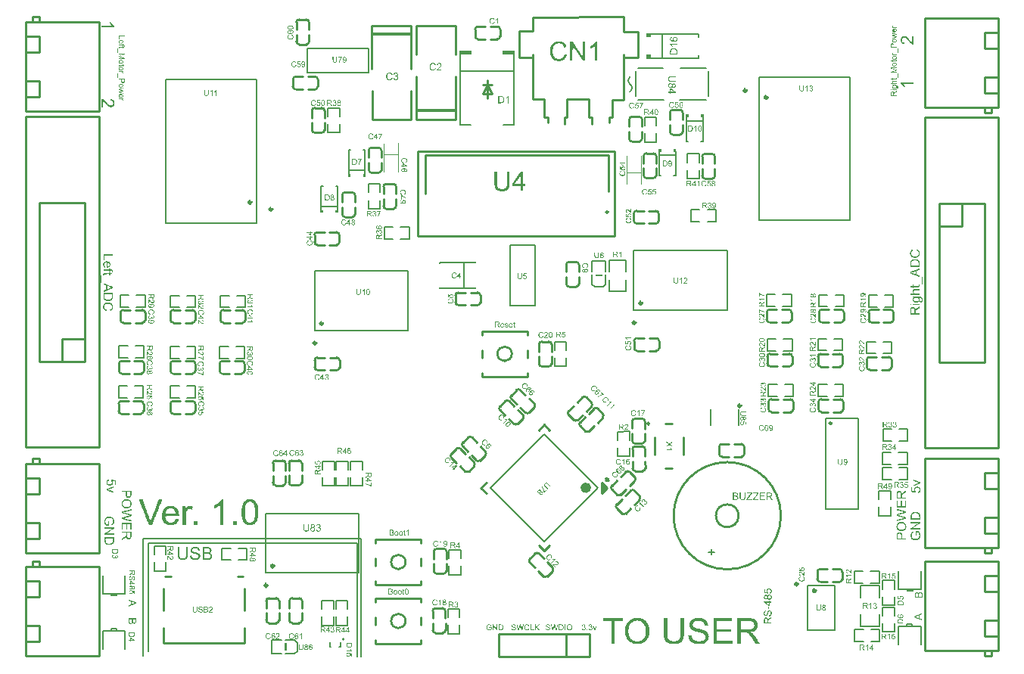
<source format=gto>
G04 Layer: TopSilkscreenLayer*
G04 EasyEDA Pro v2.1.57.773a98f1.225d47, 2025-02-25 21:56:38*
G04 Gerber Generator version 0.3*
G04 Scale: 100 percent, Rotated: No, Reflected: No*
G04 Dimensions in millimeters*
G04 Leading zeros omitted, absolute positions, 3 integers and 5 decimals*
%FSLAX35Y35*%
%MOMM*%
%ADD10C,0.1524*%
%ADD11C,0.2*%
%ADD12C,0.254*%
%ADD13C,0.15001*%
%ADD14C,0.15199*%
%ADD15C,0.6*%
%ADD16C,0.3*%
%ADD17C,0.0891*%
%ADD18C,0.08001*%
%ADD19C,0.3302*%
G75*


G04 Text Start*
G36*
G01X10134448Y-847547D02*
G01X10130231Y-847700D01*
G01X10128301Y-847954D01*
G01X10125862Y-848512D01*
G01X10122967Y-849478D01*
G01X10121748Y-850036D01*
G01X10119563Y-851103D01*
G01X10118598Y-851662D01*
G01X10117531Y-852322D01*
G01X10116566Y-853034D01*
G01X10115194Y-854100D01*
G01X10111791Y-857504D01*
G01X10110724Y-858876D01*
G01X10110013Y-859841D01*
G01X10109200Y-861060D01*
G01X10108387Y-862432D01*
G01X10107727Y-863803D01*
G01X10107168Y-865022D01*
G01X10106609Y-866394D01*
G01X10106050Y-868020D01*
G01X10105542Y-869798D01*
G01X10105136Y-871728D01*
G01X10104831Y-873049D01*
G01X10104577Y-874725D01*
G01X10104323Y-877164D01*
G01X10104222Y-881126D01*
G01X10112908D01*
G01X10113010Y-879602D01*
G01X10113315Y-875538D01*
G01X10113569Y-873354D01*
G01X10114128Y-870610D01*
G01X10115093Y-867766D01*
G01X10115601Y-866546D01*
G01X10116414Y-864870D01*
G01X10116972Y-863956D01*
G01X10117531Y-863092D01*
G01X10118090Y-862432D01*
G01X10120782Y-859688D01*
G01X10121494Y-859180D01*
G01X10122154Y-858774D01*
G01X10123119Y-858063D01*
G01X10124491Y-857250D01*
G01X10125964Y-856590D01*
G01X10127336Y-856031D01*
G01X10128555Y-855624D01*
G01X10129672Y-855320D01*
G01X10131044Y-855066D01*
G01X10132924Y-854812D01*
G01X10135667Y-854659D01*
G01X10137851Y-854812D01*
G01X10139731Y-855066D01*
G01X10140848Y-855320D01*
G01X10142068Y-855726D01*
G01X10143185Y-856183D01*
G01X10144100Y-856590D01*
G01X10145217Y-857098D01*
G01X10146436Y-857809D01*
G01X10147402Y-858469D01*
G01X10148468Y-859282D01*
G01X10150805Y-861619D01*
G01X10151872Y-862990D01*
G01X10152431Y-863803D01*
G01X10153142Y-864870D01*
G01X10154361Y-867359D01*
G01X10154768Y-868274D01*
G01X10155174Y-869391D01*
G01X10155580Y-870763D01*
G01X10155834Y-871982D01*
G01X10156139Y-873049D01*
G01X10156393Y-874725D01*
G01X10156647Y-876605D01*
G01X10156800Y-881532D01*
G01X10156647Y-885901D01*
G01X10156393Y-887781D01*
G01X10155834Y-890524D01*
G01X10155428Y-891743D01*
G01X10154869Y-893267D01*
G01X10154361Y-894639D01*
G01X10153802Y-895706D01*
G01X10153142Y-896772D01*
G01X10152278Y-898042D01*
G01X10151618Y-898957D01*
G01X10148875Y-901700D01*
G01X10148062Y-902411D01*
G01X10147249Y-902919D01*
G01X10146284Y-903630D01*
G01X10144912Y-904443D01*
G01X10143693Y-905002D01*
G01X10142626Y-905408D01*
G01X10141407Y-905815D01*
G01X10140290Y-906069D01*
G01X10138918Y-906323D01*
G01X10137038Y-906628D01*
G01X10134295Y-906729D01*
G01X10132365Y-906628D01*
G01X10131450Y-906475D01*
G01X10130231Y-906323D01*
G01X10128961Y-906069D01*
G01X10127640Y-905662D01*
G01X10126269Y-905104D01*
G01X10125050Y-904545D01*
G01X10123932Y-903884D01*
G01X10122713Y-903072D01*
G01X10121748Y-902411D01*
G01X10121087Y-901700D01*
G01X10119716Y-900633D01*
G01X10118903Y-899516D01*
G01X10118090Y-898550D01*
G01X10117379Y-897636D01*
G01X10116566Y-896366D01*
G01X10115906Y-895147D01*
G01X10115347Y-893928D01*
G01X10114788Y-892556D01*
G01X10114229Y-890930D01*
G01X10113823Y-889152D01*
G01X10113569Y-887781D01*
G01X10113315Y-886155D01*
G01X10113162Y-883971D01*
G01X10113010Y-882599D01*
G01X10112908Y-881126D01*
G01X10104222D01*
G01X10104171Y-881939D01*
G01X10104323Y-885901D01*
G01X10104577Y-888086D01*
G01X10104831Y-889457D01*
G01X10105238Y-890930D01*
G01X10106050Y-893674D01*
G01X10106457Y-894740D01*
G01X10107727Y-897636D01*
G01X10108235Y-898703D01*
G01X10108794Y-899668D01*
G01X10110165Y-901700D01*
G01X10110978Y-902818D01*
G01X10112096Y-904138D01*
G01X10114128Y-906221D01*
G01X10116160Y-907847D01*
G01X10117125Y-908507D01*
G01X10118344Y-909320D01*
G01X10119563Y-910031D01*
G01X10122865Y-911657D01*
G01X10123932Y-912063D01*
G01X10125151Y-912470D01*
G01X10126675Y-912876D01*
G01X10128047Y-913181D01*
G01X10129520Y-913587D01*
G01X10134854Y-913841D01*
G01X10139477Y-913689D01*
G01X10141407Y-913435D01*
G01X10142626Y-913181D01*
G01X10145370Y-912317D01*
G01X10146589Y-911911D01*
G01X10148468Y-911098D01*
G01X10150653Y-910031D01*
G01X10151618Y-909472D01*
G01X10152685Y-908812D01*
G01X10153650Y-908101D01*
G01X10154768Y-907288D01*
G01X10157765Y-904291D01*
G01X10158578Y-903326D01*
G01X10159949Y-901446D01*
G01X10160762Y-900227D01*
G01X10161422Y-898957D01*
G01X10162540Y-896772D01*
G01X10163048Y-895553D01*
G01X10163607Y-894182D01*
G01X10164166Y-892454D01*
G01X10164724Y-890524D01*
G01X10165131Y-888340D01*
G01X10165385Y-886714D01*
G01X10165639Y-884276D01*
G01X10165791Y-880313D01*
G01X10165639Y-876351D01*
G01X10165385Y-874166D01*
G01X10164826Y-871169D01*
G01X10164420Y-869798D01*
G01X10163912Y-868020D01*
G01X10163353Y-866394D01*
G01X10162794Y-865022D01*
G01X10162235Y-863803D01*
G01X10161727Y-862686D01*
G01X10161016Y-861619D01*
G01X10160203Y-860247D01*
G01X10159238Y-858876D01*
G01X10158171Y-857504D01*
G01X10155174Y-854507D01*
G01X10154463Y-853999D01*
G01X10153802Y-853592D01*
G01X10152837Y-852881D01*
G01X10151618Y-852068D01*
G01X10150399Y-851408D01*
G01X10149434Y-850849D01*
G01X10148621Y-850443D01*
G01X10147656Y-850036D01*
G01X10146436Y-849478D01*
G01X10144811Y-848919D01*
G01X10143185Y-848512D01*
G01X10141915Y-848258D01*
G01X10140594Y-847954D01*
G01X10138918Y-847700D01*
G37*
G36*
G01X9893351Y-847547D02*
G01X9889388Y-847700D01*
G01X9887458Y-847954D01*
G01X9886239Y-848258D01*
G01X9884867Y-848665D01*
G01X9882429Y-849478D01*
G01X9881210Y-850036D01*
G01X9880092Y-850544D01*
G01X9879025Y-851256D01*
G01X9877654Y-852221D01*
G01X9876587Y-853034D01*
G01X9875876Y-853694D01*
G01X9875063Y-854812D01*
G01X9874098Y-856031D01*
G01X9873437Y-857250D01*
G01X9872878Y-858317D01*
G01X9872320Y-859587D01*
G01X9871812Y-861365D01*
G01X9871507Y-862838D01*
G01X9871405Y-863803D01*
G01X9871253Y-865683D01*
G01X9871405Y-867613D01*
G01X9871659Y-868832D01*
G01X9872066Y-870204D01*
G01X9872472Y-871271D01*
G01X9872878Y-872236D01*
G01X9873590Y-873354D01*
G01X9874250Y-874319D01*
G01X9874809Y-874979D01*
G01X9876180Y-876351D01*
G01X9876993Y-877011D01*
G01X9877806Y-877570D01*
G01X9878771Y-878230D01*
G01X9879990Y-878942D01*
G01X9880956Y-879500D01*
G01X9881870Y-879907D01*
G01X9882988Y-880313D01*
G01X9884359Y-880821D01*
G01X9887864Y-881939D01*
G01X9889541Y-882345D01*
G01X9890760Y-882599D01*
G01X9892132Y-883006D01*
G01X9893910Y-883412D01*
G01X9895129Y-883717D01*
G01X9896500Y-884123D01*
G01X9898278Y-884530D01*
G01X9900971Y-885342D01*
G01X9902190Y-885596D01*
G01X9903460Y-886003D01*
G01X9904933Y-886562D01*
G01X9907118Y-887679D01*
G01X9908083Y-888187D01*
G01X9908743Y-888746D01*
G01X9909454Y-889457D01*
G01X9909962Y-890118D01*
G01X9910674Y-891083D01*
G01X9911334Y-892556D01*
G01X9911740Y-894334D01*
G01X9911893Y-896264D01*
G01X9911740Y-897636D01*
G01X9911334Y-898855D01*
G01X9910674Y-900227D01*
G01X9909861Y-901446D01*
G01X9908743Y-902513D01*
G01X9906864Y-903884D01*
G01X9905492Y-904545D01*
G01X9904273Y-905104D01*
G01X9903003Y-905510D01*
G01X9901936Y-905815D01*
G01X9900564Y-906069D01*
G01X9898939Y-906323D01*
G01X9895535Y-906475D01*
G01X9892386Y-906323D01*
G01X9890455Y-906069D01*
G01X9889388Y-905815D01*
G01X9886950Y-905002D01*
G01X9885832Y-904545D01*
G01X9884766Y-904037D01*
G01X9883800Y-903478D01*
G01X9882835Y-902818D01*
G01X9881870Y-901954D01*
G01X9881210Y-901446D01*
G01X9880651Y-900887D01*
G01X9879584Y-899516D01*
G01X9878619Y-897636D01*
G01X9878060Y-896264D01*
G01X9877654Y-894740D01*
G01X9877400Y-893521D01*
G01X9877095Y-892454D01*
G01X9876993Y-891743D01*
G01X9875469D01*
G01X9873590Y-891896D01*
G01X9870592Y-892150D01*
G01X9869475Y-892302D01*
G01X9868814D01*
G01Y-893267D01*
G01X9868916Y-894639D01*
G01X9869221Y-896518D01*
G01X9869627Y-897890D01*
G01X9870186Y-899668D01*
G01X9870694Y-900887D01*
G01X9871253Y-901954D01*
G01X9871913Y-903224D01*
G01X9872777Y-904443D01*
G01X9873590Y-905408D01*
G01X9874656Y-906729D01*
G01X9875368Y-907440D01*
G01X9877400Y-909066D01*
G01X9878365Y-909625D01*
G01X9879432Y-910285D01*
G01X9880549Y-910844D01*
G01X9882988Y-911911D01*
G01X9884359Y-912317D01*
G01X9885578Y-912622D01*
G01X9886950Y-913028D01*
G01X9888423Y-913282D01*
G01X9889388Y-913435D01*
G01X9890455Y-913689D01*
G01X9895942Y-913841D01*
G01X9901123Y-913689D01*
G01X9904120Y-913181D01*
G01X9906965Y-912216D01*
G01X9908489Y-911657D01*
G01X9910674Y-910590D01*
G01X9911639Y-910031D01*
G01X9912553Y-909320D01*
G01X9913518Y-908507D01*
G01X9914331Y-907847D01*
G01X9915296Y-906882D01*
G01X9916109Y-905916D01*
G01X9916820Y-905104D01*
G01X9917328Y-904138D01*
G01X9918040Y-903072D01*
G01X9918700Y-901700D01*
G01X9919259Y-900227D01*
G01X9919818Y-898449D01*
G01X9920072Y-896518D01*
G01X9920224Y-895147D01*
G01X9920326Y-894182D01*
G01X9920224Y-893267D01*
G01X9919919Y-891083D01*
G01X9919665Y-889965D01*
G01X9919259Y-888746D01*
G01X9918700Y-887527D01*
G01X9918141Y-886409D01*
G01X9917633Y-885596D01*
G01X9916820Y-884530D01*
G01X9914484Y-882193D01*
G01X9913518Y-881532D01*
G01X9911232Y-880008D01*
G01X9909048Y-878942D01*
G01X9906864Y-878129D01*
G01X9905594Y-877722D01*
G01X9902901Y-876910D01*
G01X9901682Y-876605D01*
G01X9900310Y-876198D01*
G01X9898532Y-875792D01*
G01X9897313Y-875538D01*
G01X9894570Y-874827D01*
G01X9892792Y-874420D01*
G01X9891573Y-874166D01*
G01X9890201Y-873760D01*
G01X9888423Y-873201D01*
G01X9886798Y-872642D01*
G01X9885274Y-872134D01*
G01X9883953Y-871576D01*
G01X9882988Y-871017D01*
G01X9882276Y-870458D01*
G01X9881616Y-869798D01*
G01X9880956Y-868832D01*
G01X9880244Y-867613D01*
G01X9879838Y-865988D01*
G01X9879686Y-863803D01*
G01X9879990Y-862025D01*
G01X9880549Y-860806D01*
G01X9881057Y-859841D01*
G01X9881616Y-859180D01*
G01X9882276Y-858469D01*
G01X9882988Y-857910D01*
G01X9883953Y-857250D01*
G01X9885020Y-856590D01*
G01X9886137Y-856183D01*
G01X9887356Y-855726D01*
G01X9888423Y-855472D01*
G01X9889388Y-855320D01*
G01X9891014Y-855066D01*
G01X9894976Y-854913D01*
G01X9898126Y-855066D01*
G01X9899599Y-855320D01*
G01X9901276Y-855726D01*
G01X9902342Y-856183D01*
G01X9903308Y-856590D01*
G01X9904273Y-857098D01*
G01X9905492Y-857910D01*
G01X9906457Y-858876D01*
G01X9907524Y-860247D01*
G01X9908083Y-861060D01*
G01X9908642Y-862178D01*
G01X9909150Y-863651D01*
G01X9909556Y-865175D01*
G01X9909962Y-866546D01*
G01X9910572Y-867054D01*
G01X9911740Y-867207D01*
G01X9917481Y-866800D01*
G01X9918040Y-866648D01*
G01X9918141Y-865276D01*
G01X9918040Y-863498D01*
G01X9917481Y-861365D01*
G01X9917074Y-860247D01*
G01X9916516Y-858876D01*
G01X9915855Y-857656D01*
G01X9915144Y-856590D01*
G01X9914636Y-855726D01*
G01X9914077Y-855066D01*
G01X9912045Y-853034D01*
G01X9910928Y-852221D01*
G01X9909556Y-851256D01*
G01X9907118Y-850036D01*
G01X9905898Y-849478D01*
G01X9904273Y-848919D01*
G01X9902749Y-848512D01*
G01X9900006Y-847954D01*
G01X9898126Y-847700D01*
G37*
G36*
G01X9930181Y-848411D02*
G01X9927285Y-848512D01*
G01X9926218Y-848919D01*
G01Y-849884D01*
G01X9926625Y-851103D01*
G01X9927031Y-852729D01*
G01X9927285Y-853999D01*
G01X9927844Y-855878D01*
G01X9928403Y-858063D01*
G01X9928809Y-859282D01*
G01X9929216Y-860908D01*
G01X9929470Y-862178D01*
G01X9929876Y-863498D01*
G01X9930282Y-865175D01*
G01X9931095Y-868172D01*
G01X9931959Y-871423D01*
G01X9932467Y-873354D01*
G01X9933026Y-875538D01*
G01X9933432Y-876757D01*
G01X9933838Y-878383D01*
G01X9934092Y-879602D01*
G01X9934550Y-880974D01*
G01X9934956Y-882599D01*
G01X9935769Y-885596D01*
G01X9936582Y-888898D01*
G01X9936988Y-890118D01*
G01X9937394Y-891743D01*
G01X9937648Y-892962D01*
G01X9938055Y-894334D01*
G01X9938461Y-896112D01*
G01X9938868Y-897484D01*
G01X9939172Y-898550D01*
G01X9939731Y-900481D01*
G01X9940239Y-902665D01*
G01X9940798Y-904545D01*
G01X9941052Y-905662D01*
G01X9941458Y-907136D01*
G01X9941763Y-908507D01*
G01X9942170Y-909879D01*
G01X9942728Y-911809D01*
G01X9943236Y-912876D01*
G01X9947351Y-913028D01*
G01X9950298Y-912927D01*
G01X9951568Y-912622D01*
G01X9952126Y-911504D01*
G01X9952380Y-910438D01*
G01X9952787Y-909218D01*
G01X9953193Y-907593D01*
G01X9954006Y-904850D01*
G01X9954311Y-903630D01*
G01X9954717Y-902411D01*
G01X9955124Y-900887D01*
G01X9955378Y-899820D01*
G01X9956495Y-895960D01*
G01X9957003Y-893775D01*
G01X9957460Y-892454D01*
G01X9958527Y-888594D01*
G01X9958934Y-886968D01*
G01X9959746Y-884225D01*
G01X9960000Y-883158D01*
G01X9960559Y-881228D01*
G01X9961118Y-879043D01*
G01X9961524Y-877824D01*
G01X9961931Y-876198D01*
G01X9962744Y-873455D01*
G01X9963048Y-872236D01*
G01X9964674Y-866546D01*
G01X9965233Y-864362D01*
G01X9965639Y-863092D01*
G01X9966046Y-861466D01*
G01X9966452Y-860095D01*
G01X9966706Y-858876D01*
G01X9966858Y-858317D01*
G01X9967265Y-858063D01*
G01X9967671Y-858114D01*
G01X9967824Y-858469D01*
G01X9968332Y-860400D01*
G01X9968636Y-861466D01*
G01X9969043Y-862838D01*
G01X9969297Y-864057D01*
G01X9970414Y-867867D01*
G01X9970821Y-869239D01*
G01X9971227Y-871017D01*
G01X9971634Y-872236D01*
G01X9971888Y-873201D01*
G01X9972446Y-875386D01*
G01X9973818Y-880161D01*
G01X9974224Y-881532D01*
G01X9974478Y-882904D01*
G01X9974885Y-884123D01*
G01X9975291Y-885749D01*
G01X9976104Y-888492D01*
G01X9976409Y-889711D01*
G01X9977476Y-893521D01*
G01X9978034Y-895706D01*
G01X9978441Y-896925D01*
G01X9978847Y-898550D01*
G01X9979660Y-901294D01*
G01X9979914Y-902513D01*
G01X9981032Y-906323D01*
G01X9981590Y-908507D01*
G01X9981997Y-909726D01*
G01X9982403Y-911250D01*
G01X9982810Y-912317D01*
G01X9983775Y-912876D01*
G01X9987585Y-913028D01*
G01X9989972Y-912927D01*
G01X9990988Y-912622D01*
G01X9991547Y-911504D01*
G01X9991954Y-910031D01*
G01X9992208Y-908812D01*
G01X9993274Y-905002D01*
G01X9993833Y-902818D01*
G01X9994240Y-901548D01*
G01X9994646Y-899922D01*
G01X9995052Y-898550D01*
G01X9995357Y-897484D01*
G01X9996424Y-893674D01*
G01X9996729Y-892556D01*
G01X9997135Y-891184D01*
G01X9997389Y-889965D01*
G01X9997948Y-887781D01*
G01X9998354Y-886562D01*
G01X9999574Y-882091D01*
G01X9999828Y-880974D01*
G01X10000945Y-877164D01*
G01X10001504Y-874979D01*
G01X10001910Y-873760D01*
G01X10002317Y-872134D01*
G01X10002571Y-870864D01*
G01X10002977Y-869645D01*
G01X10004501Y-864057D01*
G01X10005568Y-860247D01*
G01X10006127Y-858063D01*
G01X10006533Y-856691D01*
G01X10007092Y-854812D01*
G01X10007498Y-853135D01*
G01X10008311Y-850443D01*
G01X10008565Y-849325D01*
G01X10008413Y-848665D01*
G01X10004349Y-848411D01*
G01X10001402Y-848512D01*
G01X10000234Y-848919D01*
G01X9999828Y-850138D01*
G01X9999574Y-851256D01*
G01X9999320Y-852627D01*
G01X9998913Y-854100D01*
G01X9995865Y-866089D01*
G01X9995764Y-867054D01*
G01X9995459Y-868172D01*
G01X9995052Y-869645D01*
G01X9994646Y-871423D01*
G01X9994240Y-872947D01*
G01X9993732Y-875132D01*
G01X9993427Y-876351D01*
G01X9992360Y-880720D01*
G01X9991242Y-885190D01*
G01X9991141Y-886155D01*
G01X9990684Y-887374D01*
G01X9990277Y-889000D01*
G01X9989464Y-892708D01*
G01X9988398Y-897077D01*
G01X9987839Y-899516D01*
G01X9987585Y-901040D01*
G01X9987382Y-901852D01*
G01X9987026Y-902259D01*
G01X9986721Y-902157D01*
G01X9986620Y-901548D01*
G01X9986467Y-900328D01*
G01X9985959Y-897331D01*
G01X9985400Y-894639D01*
G01X9984842Y-892150D01*
G01X9984283Y-889965D01*
G01X9983775Y-887527D01*
G01X9983216Y-885342D01*
G01X9982810Y-884123D01*
G01X9982403Y-882498D01*
G01X9981590Y-879754D01*
G01X9981286Y-878535D01*
G01X9979101Y-870864D01*
G01X9978593Y-868680D01*
G01X9978187Y-867461D01*
G01X9977730Y-865988D01*
G01X9977323Y-864768D01*
G01X9977069Y-863651D01*
G01X9974885Y-856031D01*
G01X9974631Y-854913D01*
G01X9973412Y-850849D01*
G01X9973107Y-849630D01*
G01X9972700Y-848817D01*
G01X9971278Y-848512D01*
G01X9967519Y-848411D01*
G01X9962642D01*
G01X9962337Y-849071D01*
G01X9961931Y-850138D01*
G01X9961372Y-852322D01*
G01X9960966Y-853440D01*
G01X9960559Y-854812D01*
G01X9959746Y-858063D01*
G01X9959340Y-859282D01*
G01X9958934Y-860806D01*
G01X9958680Y-861873D01*
G01X9958273Y-863244D01*
G01X9954412Y-876605D01*
G01X9953752Y-879348D01*
G01X9953346Y-880567D01*
G01X9952939Y-882091D01*
G01X9952685Y-883158D01*
G01X9952228Y-884377D01*
G01X9951822Y-885901D01*
G01X9951568Y-886968D01*
G01X9951009Y-888898D01*
G01X9950602Y-890270D01*
G01X9950094Y-892150D01*
G01X9949231Y-895452D01*
G01X9948824Y-897230D01*
G01X9948570Y-898449D01*
G01X9948012Y-900633D01*
G01X9947758Y-901548D01*
G01X9947199Y-902259D01*
G01X9946894Y-902106D01*
G01X9946792Y-901446D01*
G01X9946640Y-900074D01*
G01X9946386Y-898957D01*
G01X9946132Y-897331D01*
G01X9945827Y-895960D01*
G01X9945167Y-893267D01*
G01X9944760Y-891337D01*
G01X9944456Y-889965D01*
G01X9943948Y-887781D01*
G01X9943389Y-885342D01*
G01X9942830Y-883158D01*
G01X9941204Y-875792D01*
G01X9940544Y-873049D01*
G01X9940138Y-871271D01*
G01X9939833Y-870052D01*
G01X9939274Y-867867D01*
G01X9938207Y-862990D01*
G01X9937648Y-860806D01*
G01X9937140Y-858063D01*
G01X9936836Y-856996D01*
G01X9936429Y-855472D01*
G01X9936175Y-854100D01*
G01X9935870Y-853135D01*
G01X9935616Y-852068D01*
G01X9935058Y-849630D01*
G01X9934956Y-849020D01*
G01X9934550Y-848665D01*
G37*
G36*
G01X10016592Y-848665D02*
G01X10016592Y-856031D01*
G01X10025329D01*
G01X10034626D01*
G01X10044278Y-856183D01*
G01X10046767Y-856437D01*
G01X10047986Y-856691D01*
G01X10049358Y-857098D01*
G01X10050424Y-857504D01*
G01X10051542Y-858063D01*
G01X10052761Y-858876D01*
G01X10053726Y-859688D01*
G01X10055758Y-861771D01*
G01X10056419Y-862584D01*
G01X10056978Y-863397D01*
G01X10057638Y-864362D01*
G01X10058908Y-866800D01*
G01X10059314Y-867867D01*
G01X10059721Y-869137D01*
G01X10060127Y-870610D01*
G01X10060381Y-871982D01*
G01X10060686Y-873608D01*
G01X10060940Y-875792D01*
G01X10061092Y-880974D01*
G01X10060940Y-885596D01*
G01X10060686Y-887781D01*
G01X10060127Y-890778D01*
G01X10059162Y-893674D01*
G01X10058603Y-895147D01*
G01X10058095Y-896264D01*
G01X10057536Y-897230D01*
G01X10056825Y-898296D01*
G01X10056165Y-899262D01*
G01X10055352Y-900328D01*
G01X10054133Y-901446D01*
G01X10052202Y-902818D01*
G01X10050831Y-903478D01*
G01X10049459Y-904037D01*
G01X10047986Y-904443D01*
G01X10046767Y-904697D01*
G01X10045395Y-905002D01*
G01X10043211Y-905256D01*
G01X10033813Y-905408D01*
G01X10025482Y-905256D01*
G01X10025329Y-880567D01*
G01Y-856031D01*
G01X10016592D01*
G01Y-912774D01*
G01X10030917D01*
G01X10045649Y-912622D01*
G01X10047834Y-912317D01*
G01X10050577Y-911809D01*
G01X10051948Y-911403D01*
G01X10053574Y-910844D01*
G01X10054946Y-910285D01*
G01X10057130Y-909218D01*
G01X10058095Y-908660D01*
G01X10058756Y-908101D01*
G01X10059822Y-907288D01*
G01X10062159Y-905002D01*
G01X10062972Y-903884D01*
G01X10063937Y-902665D01*
G01X10064750Y-901446D01*
G01X10065410Y-900328D01*
G01X10066528Y-898144D01*
G01X10066934Y-897230D01*
G01X10067341Y-896112D01*
G01X10067900Y-894740D01*
G01X10068306Y-893267D01*
G01X10068560Y-892150D01*
G01X10068966Y-890778D01*
G01X10069373Y-888594D01*
G01X10069678Y-886714D01*
G01X10069779Y-885190D01*
G01X10069932Y-883971D01*
G01X10070084Y-880008D01*
G01X10069932Y-876046D01*
G01X10069678Y-873354D01*
G01X10069373Y-871423D01*
G01X10068865Y-868985D01*
G01X10068458Y-867613D01*
G01X10067900Y-865835D01*
G01X10067341Y-864464D01*
G01X10066274Y-862025D01*
G01X10065156Y-860095D01*
G01X10064344Y-858876D01*
G01X10063531Y-857809D01*
G01X10062413Y-856437D01*
G01X10061092Y-855066D01*
G01X10059162Y-853440D01*
G01X10058502Y-852881D01*
G01X10057638Y-852475D01*
G01X10056571Y-851814D01*
G01X10055200Y-851103D01*
G01X10053828Y-850544D01*
G01X10052355Y-850036D01*
G01X10050729Y-849630D01*
G01X10049459Y-849325D01*
G01X10047834Y-849071D01*
G01X10045395Y-848817D01*
G01X10030409Y-848665D01*
G37*
G36*
G01X10083140Y-848665D02*
G01X10083140Y-912774D01*
G01X10091877D01*
G01Y-848665D01*
G37*
G36*
G01X9559543Y-912887D02*
G01X9563634Y-913023D01*
G01X9566600Y-912921D01*
G01X9567861Y-912614D01*
G01X9568407Y-911523D01*
G01X9568680Y-910432D01*
G01X9569089Y-909205D01*
G01X9569498Y-907568D01*
G01X9570316Y-904841D01*
G01X9570589Y-903614D01*
G01X9570998Y-902387D01*
G01X9571407Y-900887D01*
G01X9571680Y-899796D01*
G01X9572771Y-895978D01*
G01X9573316Y-893796D01*
G01X9573725Y-892432D01*
G01X9574816Y-888614D01*
G01X9575225Y-886978D01*
G01X9576043Y-884250D01*
G01X9576316Y-883159D01*
G01X9576861Y-881250D01*
G01X9577407Y-879068D01*
G01X9577816Y-877841D01*
G01X9578225Y-876205D01*
G01X9579043Y-873478D01*
G01X9579316Y-872250D01*
G01X9580952Y-866523D01*
G01X9581498Y-864341D01*
G01X9581907Y-863114D01*
G01X9582316Y-861478D01*
G01X9582725Y-860114D01*
G01X9582998Y-858887D01*
G01X9583134Y-858341D01*
G01X9583543Y-858068D01*
G01X9583952Y-858102D01*
G01X9584089Y-858478D01*
G01X9584634Y-860387D01*
G01X9584907Y-861478D01*
G01X9585316Y-862841D01*
G01X9585589Y-864068D01*
G01X9586680Y-867887D01*
G01X9587089Y-869250D01*
G01X9587498Y-871023D01*
G01X9587907Y-872250D01*
G01X9588180Y-873205D01*
G01X9588725Y-875387D01*
G01X9590089Y-880159D01*
G01X9590498Y-881523D01*
G01X9590771Y-882887D01*
G01X9591180Y-884114D01*
G01X9591589Y-885750D01*
G01X9592407Y-888478D01*
G01X9592680Y-889705D01*
G01X9593771Y-893523D01*
G01X9594316Y-895705D01*
G01X9594725Y-896932D01*
G01X9595134Y-898568D01*
G01X9595953Y-901296D01*
G01X9596225Y-902523D01*
G01X9597316Y-906341D01*
G01X9597862Y-908523D01*
G01X9598271Y-909750D01*
G01X9598680Y-911250D01*
G01X9599089Y-912341D01*
G01X9600044Y-912887D01*
G01X9603862Y-913023D01*
G01X9606282Y-912921D01*
G01X9607271Y-912614D01*
G01X9607816Y-911523D01*
G01X9608225Y-910023D01*
G01X9608498Y-908796D01*
G01X9609589Y-904978D01*
G01X9610134Y-902796D01*
G01X9610543Y-901568D01*
G01X9610953Y-899932D01*
G01X9611362Y-898568D01*
G01X9611634Y-897478D01*
G01X9612725Y-893659D01*
G01X9612998Y-892568D01*
G01X9613407Y-891205D01*
G01X9613680Y-889978D01*
G01X9614225Y-887796D01*
G01X9614634Y-886568D01*
G01X9615862Y-882068D01*
G01X9616134Y-880978D01*
G01X9617225Y-877159D01*
G01X9617771Y-874978D01*
G01X9618180Y-873750D01*
G01X9618589Y-872114D01*
G01X9618862Y-870887D01*
G01X9619271Y-869659D01*
G01X9620498Y-865159D01*
G01X9620771Y-864068D01*
G01X9621862Y-860250D01*
G01X9622407Y-858068D01*
G01X9622816Y-856705D01*
G01X9623362Y-854796D01*
G01X9623771Y-853159D01*
G01X9624589Y-850432D01*
G01X9624862Y-849341D01*
G01X9624725Y-848659D01*
G01X9620634Y-848387D01*
G01X9617703Y-848523D01*
G01X9616543Y-848932D01*
G01X9616134Y-850159D01*
G01X9615862Y-851250D01*
G01X9615589Y-852614D01*
G01X9615180Y-854114D01*
G01X9612180Y-866114D01*
G01X9612044Y-867068D01*
G01X9611771Y-868159D01*
G01X9611362Y-869659D01*
G01X9610953Y-871432D01*
G01X9610543Y-872932D01*
G01X9609998Y-875114D01*
G01X9609725Y-876341D01*
G01X9608634Y-880705D01*
G01X9608362Y-881932D01*
G01X9607543Y-885205D01*
G01X9607407Y-886159D01*
G01X9606998Y-887387D01*
G01X9606589Y-889023D01*
G01X9605771Y-892705D01*
G01X9604680Y-897069D01*
G01X9604134Y-899523D01*
G01X9603862Y-901023D01*
G01X9603657Y-901875D01*
G01X9603316Y-902250D01*
G01X9603009Y-902148D01*
G01X9602907Y-901568D01*
G01X9602771Y-900341D01*
G01X9602225Y-897341D01*
G01X9601680Y-894614D01*
G01X9601134Y-892160D01*
G01X9600589Y-889978D01*
G01X9600044Y-887523D01*
G01X9599498Y-885341D01*
G01X9599089Y-884114D01*
G01X9598680Y-882478D01*
G01X9597862Y-879750D01*
G01X9597589Y-878523D01*
G01X9595407Y-870887D01*
G01X9594862Y-868705D01*
G01X9594452Y-867478D01*
G01X9594043Y-865977D01*
G01X9593634Y-864750D01*
G01X9593362Y-863659D01*
G01X9591180Y-856023D01*
G01X9590907Y-854932D01*
G01X9589680Y-850841D01*
G01X9589407Y-849614D01*
G01X9588998Y-848796D01*
G01X9587566Y-848489D01*
G01X9583816Y-848387D01*
G01X9578907D01*
G01X9578634Y-849068D01*
G01X9578225Y-850159D01*
G01X9577680Y-852341D01*
G01X9577271Y-853432D01*
G01X9576861Y-854796D01*
G01X9576043Y-858068D01*
G01X9575634Y-859296D01*
G01X9575225Y-860796D01*
G01X9574952Y-861887D01*
G01X9574543Y-863250D01*
G01X9570725Y-876614D01*
G01X9570043Y-879341D01*
G01X9569634Y-880568D01*
G01X9569225Y-882068D01*
G01X9568952Y-883159D01*
G01X9568543Y-884387D01*
G01X9568134Y-885887D01*
G01X9567861Y-886978D01*
G01X9567316Y-888887D01*
G01X9566907Y-890250D01*
G01X9566362Y-892160D01*
G01X9565543Y-895432D01*
G01X9565134Y-897205D01*
G01X9564861Y-898432D01*
G01X9564316Y-900614D01*
G01X9564043Y-901568D01*
G01X9563498Y-902250D01*
G01X9563191Y-902114D01*
G01X9563089Y-901432D01*
G01X9562952Y-900069D01*
G01X9562680Y-898978D01*
G01X9562407Y-897341D01*
G01X9562134Y-895978D01*
G01X9561453Y-893250D01*
G01X9561043Y-891341D01*
G01X9560771Y-889978D01*
G01X9560225Y-887796D01*
G01X9559680Y-885341D01*
G01X9559134Y-883159D01*
G01X9557498Y-875796D01*
G01X9556816Y-873068D01*
G01X9556407Y-871296D01*
G01X9556134Y-870068D01*
G01X9555589Y-867887D01*
G01X9554498Y-862977D01*
G01X9553952Y-860796D01*
G01X9553407Y-858068D01*
G01X9553134Y-856977D01*
G01X9552725Y-855478D01*
G01X9552453Y-854114D01*
G01X9552180Y-853159D01*
G01X9551907Y-852068D01*
G01X9551362Y-849614D01*
G01X9551225Y-849034D01*
G01X9550816Y-848659D01*
G01X9546453Y-848387D01*
G01X9543555Y-848523D01*
G01X9542498Y-848932D01*
G01Y-849887D01*
G01X9542907Y-851114D01*
G01X9543316Y-852750D01*
G01X9543589Y-853977D01*
G01X9544134Y-855887D01*
G01X9544680Y-858068D01*
G01X9545089Y-859296D01*
G01X9545498Y-860932D01*
G01X9545771Y-862159D01*
G01X9546180Y-863523D01*
G01X9546589Y-865159D01*
G01X9547407Y-868159D01*
G01X9548225Y-871432D01*
G01X9548771Y-873341D01*
G01X9549316Y-875523D01*
G01X9549725Y-876750D01*
G01X9550134Y-878387D01*
G01X9550407Y-879614D01*
G01X9550816Y-880978D01*
G01X9551225Y-882614D01*
G01X9552043Y-885614D01*
G01X9552862Y-888887D01*
G01X9553271Y-890114D01*
G01X9553680Y-891750D01*
G01X9553952Y-892978D01*
G01X9554362Y-894341D01*
G01X9554771Y-896114D01*
G01X9555180Y-897478D01*
G01X9555453Y-898568D01*
G01X9555998Y-900477D01*
G01X9556543Y-902659D01*
G01X9557089Y-904568D01*
G01X9557362Y-905659D01*
G01X9557771Y-907159D01*
G01X9558043Y-908523D01*
G01X9558453Y-909887D01*
G01X9558998Y-911796D01*
G01X9559543Y-912887D01*
G37*
G36*
G01X9655680Y-913705D02*
G01X9660589Y-913841D01*
G01X9665498Y-913705D01*
G01X9668498Y-913159D01*
G01X9671362Y-912205D01*
G01X9672725Y-911659D01*
G01X9673952Y-911114D01*
G01X9674907Y-910568D01*
G01X9676952Y-909205D01*
G01X9678043Y-908387D01*
G01X9678725Y-907705D01*
G01X9680089Y-906614D01*
G01X9680907Y-905523D01*
G01X9681862Y-904568D01*
G01X9682407Y-903887D01*
G01X9682953Y-902932D01*
G01X9683771Y-901705D01*
G01X9684453Y-900477D01*
G01X9684998Y-899523D01*
G01X9686225Y-896659D01*
G01X9686634Y-895568D01*
G01X9687044Y-894205D01*
G01X9687316Y-892978D01*
G01X9687282Y-892602D01*
G01X9686907Y-892296D01*
G01X9685407Y-891887D01*
G01X9684043Y-891614D01*
G01X9682680Y-891205D01*
G01X9680907Y-890796D01*
G01X9679680Y-890523D01*
G01X9678998Y-890659D01*
G01X9678589Y-891750D01*
G01X9678316Y-892978D01*
G01X9677907Y-894069D01*
G01X9676816Y-896796D01*
G01X9676271Y-897750D01*
G01X9674907Y-899796D01*
G01X9673816Y-901159D01*
G01X9672589Y-902250D01*
G01X9671634Y-903069D01*
G01X9670952Y-903614D01*
G01X9670134Y-904023D01*
G01X9669043Y-904705D01*
G01X9667816Y-905250D01*
G01X9666725Y-905659D01*
G01X9665225Y-906069D01*
G01X9663862Y-906341D01*
G01X9662225Y-906614D01*
G01X9659362Y-906750D01*
G01X9657316Y-906614D01*
G01X9655816Y-906341D01*
G01X9654180Y-905932D01*
G01X9652953Y-905523D01*
G01X9651862Y-905114D01*
G01X9649680Y-904023D01*
G01X9648589Y-903341D01*
G01X9647634Y-902659D01*
G01X9646953Y-902114D01*
G01X9645589Y-900750D01*
G01X9644907Y-899932D01*
G01X9644362Y-899114D01*
G01X9643680Y-898159D01*
G01X9642862Y-896796D01*
G01X9642180Y-895296D01*
G01X9641634Y-893932D01*
G01X9641225Y-892705D01*
G01X9640953Y-891614D01*
G01X9640543Y-890250D01*
G01X9640134Y-888069D01*
G01X9639862Y-886432D01*
G01X9639589Y-883978D01*
G01X9639453Y-880023D01*
G01X9639589Y-876068D01*
G01X9639862Y-873887D01*
G01X9640407Y-871159D01*
G01X9640816Y-869796D01*
G01X9641362Y-868023D01*
G01X9641907Y-866387D01*
G01X9642453Y-865159D01*
G01X9642998Y-864205D01*
G01X9643680Y-863114D01*
G01X9644362Y-862159D01*
G01X9645180Y-861068D01*
G01X9646134Y-860114D01*
G01X9648180Y-858478D01*
G01X9649134Y-857796D01*
G01X9650498Y-856977D01*
G01X9651725Y-856432D01*
G01X9652816Y-856023D01*
G01X9654043Y-855614D01*
G01X9655134Y-855341D01*
G01X9656498Y-855068D01*
G01X9658407Y-854796D01*
G01X9661407Y-854659D01*
G01X9663862Y-854796D01*
G01X9665225Y-855068D01*
G01X9666725Y-855478D01*
G01X9667952Y-855887D01*
G01X9669043Y-856296D01*
G01X9671225Y-857659D01*
G01X9672589Y-858750D01*
G01X9673271Y-859432D01*
G01X9674089Y-860523D01*
G01X9675043Y-861887D01*
G01X9675725Y-862977D01*
G01X9676816Y-865159D01*
G01X9677225Y-866114D01*
G01X9677634Y-867205D01*
G01X9678316Y-867887D01*
G01X9679544D01*
G01X9680771Y-867614D01*
G01X9682134Y-867205D01*
G01X9684043Y-866796D01*
G01X9685407Y-866523D01*
G01X9686089Y-866114D01*
G01X9686225Y-865159D01*
G01X9685816Y-863932D01*
G01X9685271Y-862569D01*
G01X9684725Y-861341D01*
G01X9684180Y-860250D01*
G01X9683634Y-859296D01*
G01X9682953Y-858341D01*
G01X9681998Y-856977D01*
G01X9680907Y-855614D01*
G01X9679271Y-853977D01*
G01X9677634Y-852614D01*
G01X9676952Y-852068D01*
G01X9675998Y-851523D01*
G01X9674771Y-850841D01*
G01X9673816Y-850296D01*
G01X9672998Y-849887D01*
G01X9672043Y-849478D01*
G01X9670952Y-849068D01*
G01X9669725Y-848659D01*
G01X9668089Y-848250D01*
G01X9666589Y-847977D01*
G01X9664680Y-847705D01*
G01X9660453Y-847569D01*
G01X9656225Y-847705D01*
G01X9653225Y-848250D01*
G01X9652134Y-848523D01*
G01X9649680Y-849341D01*
G01X9648589Y-849750D01*
G01X9646680Y-850569D01*
G01X9645589Y-851114D01*
G01X9644634Y-851659D01*
G01X9642589Y-853023D01*
G01X9641498Y-853841D01*
G01X9640134Y-854932D01*
G01X9638771Y-856296D01*
G01X9637680Y-857659D01*
G01X9636998Y-858478D01*
G01X9636453Y-859296D01*
G01X9635771Y-860250D01*
G01X9634953Y-861614D01*
G01X9633725Y-864068D01*
G01X9633316Y-865023D01*
G01X9632907Y-866114D01*
G01X9632089Y-868568D01*
G01X9631680Y-870068D01*
G01X9631407Y-871432D01*
G01X9630862Y-874705D01*
G01X9630589Y-877705D01*
G01X9630452Y-880568D01*
G01X9630589Y-883432D01*
G01X9630862Y-886432D01*
G01X9631134Y-888341D01*
G01X9631680Y-891069D01*
G01X9632089Y-892432D01*
G01X9632634Y-894205D01*
G01X9633180Y-895705D01*
G01X9634271Y-898432D01*
G01X9635362Y-900614D01*
G01X9635907Y-901568D01*
G01X9636589Y-902523D01*
G01X9637543Y-903887D01*
G01X9638634Y-905250D01*
G01X9640953Y-907568D01*
G01X9642043Y-908387D01*
G01X9643407Y-909341D01*
G01X9644634Y-910159D01*
G01X9645862Y-910841D01*
G01X9647089Y-911387D01*
G01X9648453Y-911932D01*
G01X9650089Y-912477D01*
G01X9651725Y-912887D01*
G01X9652953Y-913159D01*
G01X9655680Y-913705D01*
G37*
G36*
G01X9506771Y-913705D02*
G01X9512225Y-913841D01*
G01X9517407Y-913705D01*
G01X9520407Y-913159D01*
G01X9523271Y-912205D01*
G01X9524771Y-911659D01*
G01X9526952Y-910568D01*
G01X9527907Y-910023D01*
G01X9528862Y-909341D01*
G01X9529816Y-908523D01*
G01X9530634Y-907841D01*
G01X9531589Y-906887D01*
G01X9532407Y-905932D01*
G01X9533089Y-905114D01*
G01X9533634Y-904159D01*
G01X9534316Y-903069D01*
G01X9534998Y-901705D01*
G01X9535543Y-900205D01*
G01X9536089Y-898432D01*
G01X9536362Y-896523D01*
G01X9536498Y-895159D01*
G01X9536634Y-894205D01*
G01X9536498Y-893250D01*
G01X9536225Y-891069D01*
G01X9535952Y-889978D01*
G01X9535543Y-888750D01*
G01X9534998Y-887523D01*
G01X9534452Y-886432D01*
G01X9533907Y-885614D01*
G01X9533089Y-884523D01*
G01X9530771Y-882205D01*
G01X9529816Y-881523D01*
G01X9528589Y-880705D01*
G01X9527498Y-880023D01*
G01X9525316Y-878932D01*
G01X9523134Y-878114D01*
G01X9521907Y-877705D01*
G01X9519180Y-876887D01*
G01X9517953Y-876614D01*
G01X9516589Y-876205D01*
G01X9514816Y-875796D01*
G01X9513589Y-875523D01*
G01X9510862Y-874841D01*
G01X9509089Y-874432D01*
G01X9507862Y-874159D01*
G01X9506498Y-873750D01*
G01X9504725Y-873205D01*
G01X9503089Y-872659D01*
G01X9501589Y-872114D01*
G01X9500225Y-871568D01*
G01X9499271Y-871023D01*
G01X9498589Y-870478D01*
G01X9497907Y-869796D01*
G01X9497225Y-868841D01*
G01X9496543Y-867614D01*
G01X9496134Y-865977D01*
G01X9495998Y-863796D01*
G01X9496271Y-862023D01*
G01X9496816Y-860796D01*
G01X9497361Y-859841D01*
G01X9497907Y-859159D01*
G01X9498589Y-858478D01*
G01X9499271Y-857932D01*
G01X9500225Y-857250D01*
G01X9501316Y-856569D01*
G01X9502407Y-856159D01*
G01X9503634Y-855750D01*
G01X9504725Y-855478D01*
G01X9505680Y-855341D01*
G01X9507316Y-855068D01*
G01X9511271Y-854932D01*
G01X9514407Y-855068D01*
G01X9515907Y-855341D01*
G01X9517543Y-855750D01*
G01X9518634Y-856159D01*
G01X9519589Y-856569D01*
G01X9520543Y-857114D01*
G01X9521771Y-857932D01*
G01X9522725Y-858887D01*
G01X9523816Y-860250D01*
G01X9524361Y-861068D01*
G01X9524907Y-862159D01*
G01X9525452Y-863659D01*
G01X9525862Y-865159D01*
G01X9526271Y-866523D01*
G01X9526850Y-867034D01*
G01X9528043Y-867205D01*
G01X9533771Y-866796D01*
G01X9534316Y-866659D01*
G01X9534452Y-865296D01*
G01X9534316Y-863523D01*
G01X9533771Y-861341D01*
G01X9533361Y-860250D01*
G01X9532816Y-858887D01*
G01X9532134Y-857659D01*
G01X9531452Y-856569D01*
G01X9530907Y-855750D01*
G01X9530361Y-855068D01*
G01X9528316Y-853023D01*
G01X9527225Y-852205D01*
G01X9525862Y-851250D01*
G01X9523407Y-850023D01*
G01X9522180Y-849478D01*
G01X9520543Y-848932D01*
G01X9519043Y-848523D01*
G01X9516316Y-847977D01*
G01X9514407Y-847705D01*
G01X9509634Y-847569D01*
G01X9505680Y-847705D01*
G01X9503771Y-847977D01*
G01X9502543Y-848250D01*
G01X9501180Y-848659D01*
G01X9498725Y-849478D01*
G01X9497498Y-850023D01*
G01X9496407Y-850569D01*
G01X9495316Y-851250D01*
G01X9493952Y-852205D01*
G01X9492862Y-853023D01*
G01X9492180Y-853705D01*
G01X9491362Y-854796D01*
G01X9490407Y-856023D01*
G01X9489725Y-857250D01*
G01X9489180Y-858341D01*
G01X9488634Y-859569D01*
G01X9488089Y-861341D01*
G01X9487816Y-862841D01*
G01X9487680Y-863796D01*
G01X9487543Y-865705D01*
G01X9487680Y-867614D01*
G01X9487952Y-868841D01*
G01X9488362Y-870205D01*
G01X9488771Y-871296D01*
G01X9489180Y-872250D01*
G01X9489862Y-873341D01*
G01X9490543Y-874296D01*
G01X9491089Y-874978D01*
G01X9492452Y-876341D01*
G01X9493271Y-877023D01*
G01X9494089Y-877568D01*
G01X9495043Y-878250D01*
G01X9496271Y-878932D01*
G01X9497225Y-879478D01*
G01X9498180Y-879887D01*
G01X9499271Y-880296D01*
G01X9500634Y-880841D01*
G01X9504180Y-881932D01*
G01X9505816Y-882341D01*
G01X9507043Y-882614D01*
G01X9508407Y-883023D01*
G01X9510180Y-883432D01*
G01X9511407Y-883705D01*
G01X9512771Y-884114D01*
G01X9514543Y-884523D01*
G01X9517271Y-885341D01*
G01X9518498Y-885614D01*
G01X9519725Y-886023D01*
G01X9521225Y-886568D01*
G01X9523407Y-887659D01*
G01X9524361Y-888205D01*
G01X9525043Y-888750D01*
G01X9525725Y-889432D01*
G01X9526271Y-890114D01*
G01X9526952Y-891069D01*
G01X9527634Y-892568D01*
G01X9528043Y-894341D01*
G01X9528180Y-896250D01*
G01X9528043Y-897614D01*
G01X9527634Y-898841D01*
G01X9526952Y-900205D01*
G01X9526134Y-901432D01*
G01X9525043Y-902523D01*
G01X9523134Y-903887D01*
G01X9521771Y-904568D01*
G01X9520543Y-905114D01*
G01X9519316Y-905523D01*
G01X9518225Y-905796D01*
G01X9516862Y-906069D01*
G01X9515225Y-906341D01*
G01X9511816Y-906477D01*
G01X9508680Y-906341D01*
G01X9506771Y-906069D01*
G01X9505680Y-905796D01*
G01X9503225Y-904978D01*
G01X9502134Y-904568D01*
G01X9501043Y-904023D01*
G01X9500089Y-903477D01*
G01X9499134Y-902796D01*
G01X9498180Y-901978D01*
G01X9497498Y-901432D01*
G01X9496952Y-900887D01*
G01X9495862Y-899523D01*
G01X9494907Y-897614D01*
G01X9494362Y-896250D01*
G01X9493952Y-894750D01*
G01X9493680Y-893523D01*
G01X9493407Y-892432D01*
G01X9493271Y-891750D01*
G01X9491771D01*
G01X9489862Y-891887D01*
G01X9486861Y-892160D01*
G01X9485771Y-892296D01*
G01X9485089D01*
G01Y-893250D01*
G01X9485225Y-894614D01*
G01X9485498Y-896523D01*
G01X9485907Y-897887D01*
G01X9486452Y-899659D01*
G01X9486998Y-900887D01*
G01X9487543Y-901978D01*
G01X9488225Y-903205D01*
G01X9489043Y-904432D01*
G01X9489862Y-905387D01*
G01X9490952Y-906750D01*
G01X9491634Y-907432D01*
G01X9493680Y-909069D01*
G01X9494634Y-909614D01*
G01X9495725Y-910296D01*
G01X9496816Y-910841D01*
G01X9499271Y-911932D01*
G01X9500634Y-912341D01*
G01X9501862Y-912614D01*
G01X9503225Y-913023D01*
G01X9504725Y-913296D01*
G01X9505680Y-913432D01*
G01X9506771Y-913705D01*
G37*
G36*
G01X9747725Y-880705D02*
G01X9747725Y-912750D01*
G01X9756453D01*
G01Y-901568D01*
G01X9756555Y-893114D01*
G01X9756862Y-890114D01*
G01X9764362Y-882614D01*
G01X9765725Y-881523D01*
G01X9766544Y-880841D01*
G01X9767021Y-880773D01*
G01X9767362Y-881114D01*
G01X9767907Y-881932D01*
G01X9768589Y-882887D01*
G01X9770498Y-885614D01*
G01X9771862Y-887523D01*
G01X9777589Y-895705D01*
G01X9778953Y-897614D01*
G01X9782771Y-903069D01*
G01X9784135Y-904978D01*
G01X9787953Y-910432D01*
G01X9788634Y-911387D01*
G01X9789316Y-912205D01*
G01X9791021Y-912614D01*
G01X9795316Y-912750D01*
G01X9800907D01*
G01X9800498Y-912069D01*
G01X9798453Y-909205D01*
G01X9797907Y-908523D01*
G01X9797089Y-907432D01*
G01X9796135Y-906069D01*
G01X9795453Y-905114D01*
G01X9794907Y-904432D01*
G01X9793271Y-902250D01*
G01X9791907Y-900341D01*
G01X9789453Y-897069D01*
G01X9788498Y-895705D01*
G01X9787816Y-894750D01*
G01X9787271Y-894069D01*
G01X9785634Y-891887D01*
G01X9784271Y-889978D01*
G01X9781816Y-886705D01*
G01X9780862Y-885341D01*
G01X9780180Y-884387D01*
G01X9779634Y-883705D01*
G01X9778816Y-882614D01*
G01X9777862Y-881250D01*
G01X9777180Y-880296D01*
G01X9776634Y-879614D01*
G01X9774998Y-877432D01*
G01X9773635Y-875523D01*
G01X9773225Y-874705D01*
G01Y-874330D01*
G01X9773498Y-874023D01*
G01X9778271Y-869250D01*
G01X9780180Y-867614D01*
G01X9785634Y-862159D01*
G01X9787544Y-860523D01*
G01X9793680Y-854387D01*
G01X9794771Y-853569D01*
G01X9799544Y-848796D01*
G01X9793816Y-848659D01*
G01X9789453Y-848762D01*
G01X9787816Y-849068D01*
G01X9783725Y-853159D01*
G01X9782089Y-854523D01*
G01X9757544Y-879068D01*
G01X9756862Y-879614D01*
G01X9756555Y-875830D01*
G01X9756453Y-864205D01*
G01Y-848659D01*
G01X9747725D01*
G01Y-880705D01*
G37*
G36*
G01X9697543Y-880705D02*
G01X9697543Y-912750D01*
G01X9738180D01*
G01Y-905387D01*
G01X9706271D01*
G01Y-848659D01*
G01X9697543D01*
G01Y-880705D01*
G37*
G36*
G01X9236151Y-847547D02*
G01X9231630Y-847700D01*
G01X9229750Y-847954D01*
G01X9227007Y-848512D01*
G01X9225636Y-848919D01*
G01X9223858Y-849478D01*
G01X9222486Y-850036D01*
G01X9221267Y-850544D01*
G01X9219082Y-851662D01*
G01X9218168Y-852221D01*
G01X9216238Y-853592D01*
G01X9215526Y-854100D01*
G01X9212834Y-856844D01*
G01X9212021Y-857809D01*
G01X9210650Y-859688D01*
G01X9209837Y-860908D01*
G01X9209126Y-862178D01*
G01X9208059Y-864362D01*
G01X9207500Y-865581D01*
G01X9206941Y-866953D01*
G01X9206433Y-868578D01*
G01X9205874Y-870356D01*
G01X9205468Y-872236D01*
G01X9205163Y-873608D01*
G01X9204909Y-875233D01*
G01X9204655Y-877418D01*
G01X9204503Y-881634D01*
G01X9204655Y-885342D01*
G01X9204909Y-887527D01*
G01X9205468Y-890524D01*
G01X9205874Y-891743D01*
G01X9206281Y-893267D01*
G01X9206687Y-894334D01*
G01X9207094Y-895299D01*
G01X9207500Y-896366D01*
G01X9208059Y-897636D01*
G01X9208719Y-898855D01*
G01X9210091Y-901040D01*
G01X9210802Y-901954D01*
G01X9211615Y-903072D01*
G01X9214612Y-906069D01*
G01X9215526Y-906882D01*
G01X9217457Y-908253D01*
G01X9219641Y-909625D01*
G01X9221013Y-910285D01*
G01X9223451Y-911403D01*
G01X9224975Y-911911D01*
G01X9226753Y-912470D01*
G01X9228531Y-912876D01*
G01X9229750Y-913181D01*
G01X9232443Y-913689D01*
G01X9237370Y-913841D01*
G01X9242298Y-913689D01*
G01X9244178Y-913435D01*
G01X9246921Y-912876D01*
G01X9251391Y-911403D01*
G01X9252763Y-910844D01*
G01X9253982Y-910285D01*
G01X9256166Y-909218D01*
G01X9257436Y-908507D01*
G01X9258503Y-907847D01*
G01X9259468Y-907288D01*
G01X9260535Y-906628D01*
G01X9262466Y-905256D01*
G01X9263431Y-904443D01*
G01X9263939Y-903884D01*
G01X9264244Y-891896D01*
G01Y-880008D01*
G01X9258351D01*
G01X9252102Y-880161D01*
G01X9244178Y-880313D01*
G01X9236710D01*
G01Y-887679D01*
G01X9255760D01*
G01Y-893674D01*
G01X9255658Y-898246D01*
G01X9255252Y-899922D01*
G01X9254439Y-900481D01*
G01X9253474Y-901141D01*
G01X9252356Y-901852D01*
G01X9249105Y-903478D01*
G01X9247886Y-904037D01*
G01X9246514Y-904545D01*
G01X9244889Y-905104D01*
G01X9243111Y-905510D01*
G01X9241739Y-905815D01*
G01X9240114Y-906069D01*
G01X9236151Y-906221D01*
G01X9233002Y-906069D01*
G01X9230004Y-905510D01*
G01X9228785Y-905104D01*
G01X9227261Y-904545D01*
G01X9225940Y-904037D01*
G01X9224823Y-903478D01*
G01X9223858Y-902919D01*
G01X9222791Y-902259D01*
G01X9221826Y-901548D01*
G01X9220759Y-900735D01*
G01X9219794Y-899820D01*
G01X9218168Y-897738D01*
G01X9217457Y-896772D01*
G01X9216644Y-895452D01*
G01X9215984Y-894080D01*
G01X9215425Y-892708D01*
G01X9214866Y-891184D01*
G01X9214460Y-889559D01*
G01X9214206Y-888340D01*
G01X9213901Y-886968D01*
G01X9213647Y-885088D01*
G01X9213494Y-880008D01*
G01X9213647Y-875538D01*
G01X9213901Y-873608D01*
G01X9214206Y-872388D01*
G01X9215018Y-869645D01*
G01X9215425Y-868426D01*
G01X9216238Y-866546D01*
G01X9216796Y-865429D01*
G01X9217304Y-864464D01*
G01X9218422Y-862838D01*
G01X9218981Y-862178D01*
G01X9221673Y-859434D01*
G01X9222384Y-858876D01*
G01X9223045Y-858469D01*
G01X9223858Y-857910D01*
G01X9224823Y-857402D01*
G01X9225940Y-856844D01*
G01X9227261Y-856285D01*
G01X9228785Y-855726D01*
G01X9230563Y-855320D01*
G01X9231935Y-855066D01*
G01X9234119Y-854812D01*
G01X9236964Y-854659D01*
G01X9239809Y-854812D01*
G01X9241739Y-855066D01*
G01X9242806Y-855320D01*
G01X9244076Y-855726D01*
G01X9246210Y-856590D01*
G01X9247480Y-857250D01*
G01X9248800Y-858063D01*
G01X9249766Y-858876D01*
G01X9250477Y-859434D01*
G01X9251137Y-860095D01*
G01X9251848Y-860908D01*
G01X9252356Y-861619D01*
G01X9253880Y-864616D01*
G01X9254287Y-865581D01*
G01X9254693Y-866648D01*
G01X9255100Y-867867D01*
G01X9255354Y-868375D01*
G01X9255760Y-868578D01*
G01X9256725Y-868426D01*
G01X9258097Y-868020D01*
G01X9260027Y-867461D01*
G01X9261653Y-867054D01*
G01X9262720Y-866648D01*
G01X9263024Y-866292D01*
G01Y-865683D01*
G01X9262720Y-864616D01*
G01X9262313Y-863397D01*
G01X9261754Y-862025D01*
G01X9261246Y-860806D01*
G01X9260129Y-858622D01*
G01X9259621Y-857656D01*
G01X9259062Y-856996D01*
G01X9258249Y-855878D01*
G01X9255912Y-853592D01*
G01X9255252Y-853034D01*
G01X9254287Y-852322D01*
G01X9253068Y-851510D01*
G01X9251848Y-850849D01*
G01X9250731Y-850290D01*
G01X9249766Y-849884D01*
G01X9248699Y-849478D01*
G01X9247480Y-849071D01*
G01X9246362Y-848817D01*
G01X9244990Y-848411D01*
G01X9242806Y-847954D01*
G01X9240926Y-847700D01*
G37*
G36*
G01X9341714Y-848665D02*
G01X9341714Y-856031D01*
G01X9350146D01*
G01X9359392D01*
G01X9369095Y-856183D01*
G01X9371533Y-856437D01*
G01X9372905Y-856691D01*
G01X9374429Y-857098D01*
G01X9375648Y-857656D01*
G01X9376867Y-858317D01*
G01X9377832Y-859028D01*
G01X9378899Y-859841D01*
G01X9380576Y-861466D01*
G01X9381084Y-862178D01*
G01X9381490Y-862838D01*
G01X9382201Y-863803D01*
G01X9382862Y-864870D01*
G01X9383979Y-867054D01*
G01X9384386Y-868172D01*
G01X9384640Y-869239D01*
G01X9385046Y-870610D01*
G01X9385452Y-872795D01*
G01X9385757Y-874420D01*
G01X9386011Y-877722D01*
G01X9386164Y-880720D01*
G01X9386011Y-883717D01*
G01X9385757Y-886968D01*
G01X9385198Y-890270D01*
G01X9384792Y-891591D01*
G01X9384233Y-893369D01*
G01X9383674Y-894740D01*
G01X9383166Y-895960D01*
G01X9382608Y-897077D01*
G01X9381896Y-898144D01*
G01X9381236Y-899109D01*
G01X9380677Y-899820D01*
G01X9379306Y-901141D01*
G01X9378391Y-901954D01*
G01X9377274Y-902665D01*
G01X9375089Y-903732D01*
G01X9374022Y-904138D01*
G01X9371838Y-904697D01*
G01X9370466Y-905002D01*
G01X9369095Y-905104D01*
G01X9368028Y-905256D01*
G01X9358986Y-905408D01*
G01X9350299Y-905256D01*
G01X9350146Y-880567D01*
G01Y-856031D01*
G01X9341714D01*
G01Y-912774D01*
G01X9355988D01*
G01X9370720Y-912622D01*
G01X9372905Y-912317D01*
G01X9375648Y-911809D01*
G01X9378493Y-910844D01*
G01X9379864Y-910285D01*
G01X9381084Y-909726D01*
G01X9382049Y-909218D01*
G01X9383674Y-908101D01*
G01X9385757Y-906475D01*
G01X9388196Y-903630D01*
G01X9389567Y-901700D01*
G01X9390380Y-900328D01*
G01X9391599Y-897890D01*
G01X9392006Y-896925D01*
G01X9392412Y-895858D01*
G01X9393225Y-893369D01*
G01X9393631Y-891896D01*
G01X9394444Y-887781D01*
G01X9394749Y-885596D01*
G01X9394850Y-880008D01*
G01X9394749Y-874420D01*
G01X9394444Y-872541D01*
G01X9393936Y-869544D01*
G01X9393530Y-868172D01*
G01X9392971Y-866394D01*
G01X9392412Y-864768D01*
G01X9391853Y-863498D01*
G01X9391447Y-862584D01*
G01X9391040Y-861771D01*
G01X9389974Y-859841D01*
G01X9388602Y-857910D01*
G01X9388043Y-857250D01*
G01X9385300Y-854507D01*
G01X9384386Y-853694D01*
G01X9382455Y-852322D01*
G01X9380017Y-851103D01*
G01X9378798Y-850544D01*
G01X9376308Y-849732D01*
G01X9374429Y-849325D01*
G01X9372905Y-849071D01*
G01X9370466Y-848817D01*
G01X9355887Y-848665D01*
G37*
G36*
G01X9276486Y-848665D02*
G01X9276486Y-912774D01*
G01X9284970D01*
G01Y-887933D01*
G01X9285021Y-869340D01*
G01X9285224Y-863244D01*
G01X9285935Y-864057D01*
G01X9304731Y-892302D01*
G01X9306103Y-894182D01*
G01X9317533Y-911403D01*
G01X9318244Y-912317D01*
G01X9319565Y-912673D01*
G01X9323019Y-912774D01*
G01X9327490D01*
G01Y-848665D01*
G01X9319057D01*
G01Y-873354D01*
G01X9318955Y-891794D01*
G01X9318650Y-897890D01*
G01X9318092Y-897331D01*
G01X9317533Y-896366D01*
G01X9313469Y-890270D01*
G01X9312097Y-888340D01*
G01X9293301Y-860095D01*
G01X9291930Y-858215D01*
G01X9286189Y-849630D01*
G01X9285732Y-849071D01*
G01X9285122Y-848817D01*
G01X9280449Y-848665D01*
G37*
G36*
G01X10290028Y-913705D02*
G01X10293983Y-913841D01*
G01X10298074Y-913705D01*
G01X10300801Y-913159D01*
G01X10302028Y-912750D01*
G01X10303529Y-912205D01*
G01X10304619Y-911659D01*
G01X10305574Y-911114D01*
G01X10306665Y-910432D01*
G01X10307619Y-909750D01*
G01X10308710Y-908932D01*
G01X10311028Y-906614D01*
G01X10311847Y-905523D01*
G01X10312801Y-904159D01*
G01X10313619Y-902796D01*
G01X10314165Y-901568D01*
G01X10314574Y-900477D01*
G01X10314983Y-899114D01*
G01X10315256Y-897887D01*
G01X10315529Y-896523D01*
G01X10315665Y-893114D01*
G01X10315529Y-890250D01*
G01X10315256Y-889023D01*
G01X10314847Y-887659D01*
G01X10314301Y-886296D01*
G01X10313619Y-884932D01*
G01X10312801Y-883705D01*
G01X10311983Y-882750D01*
G01X10310619Y-881387D01*
G01X10309665Y-880705D01*
G01X10308438Y-879887D01*
G01X10307074Y-879205D01*
G01X10305710Y-878659D01*
G01X10304619Y-878250D01*
G01X10304347Y-877841D01*
G01X10305165Y-877296D01*
G01X10306119Y-876750D01*
G01X10306801Y-876205D01*
G01X10307892Y-875387D01*
G01X10308847Y-874432D01*
G01X10309392Y-873750D01*
G01X10310074Y-872796D01*
G01X10310756Y-871705D01*
G01X10311301Y-870614D01*
G01X10311847Y-869387D01*
G01X10312256Y-867614D01*
G01X10312529Y-865705D01*
G01X10312665Y-864341D01*
G01X10312529Y-863250D01*
G01X10312256Y-861341D01*
G01X10311847Y-860114D01*
G01X10311301Y-858614D01*
G01X10310756Y-857523D01*
G01X10310074Y-856432D01*
G01X10309119Y-855068D01*
G01X10306801Y-852750D01*
G01X10305847Y-852068D01*
G01X10304619Y-851250D01*
G01X10302165Y-850023D01*
G01X10300937Y-849478D01*
G01X10299301Y-849068D01*
G01X10298074Y-848796D01*
G01X10296710Y-848523D01*
G01X10292892Y-848387D01*
G01X10289619Y-848523D01*
G01X10288392Y-848796D01*
G01X10287028Y-849205D01*
G01X10284847Y-850023D01*
G01X10283619Y-850705D01*
G01X10282256Y-851523D01*
G01X10281301Y-852341D01*
G01X10279938Y-853432D01*
G01X10279256Y-854114D01*
G01X10278710Y-854796D01*
G01X10278301Y-855478D01*
G01X10277756Y-856159D01*
G01X10277210Y-856977D01*
G01X10276119Y-859159D01*
G01X10275574Y-860387D01*
G01X10275028Y-862023D01*
G01X10274347Y-864750D01*
G01X10274415Y-864989D01*
G01X10274892Y-865159D01*
G01X10278165Y-865705D01*
G01X10279528Y-865977D01*
G01X10281165Y-866250D01*
G01X10281915D01*
G01X10282256Y-865977D01*
G01X10282801Y-863523D01*
G01X10283210Y-862432D01*
G01X10283756Y-861068D01*
G01X10284438Y-859841D01*
G01X10285119Y-858887D01*
G01X10286483Y-857523D01*
G01X10287301Y-856841D01*
G01X10288256Y-856296D01*
G01X10289347Y-855750D01*
G01X10290983Y-855205D01*
G01X10294119Y-854932D01*
G01X10296710Y-855068D01*
G01X10297937Y-855478D01*
G01X10299165Y-856023D01*
G01X10300256Y-856705D01*
G01X10301210Y-857523D01*
G01X10301892Y-858205D01*
G01X10302574Y-859023D01*
G01X10303119Y-859977D01*
G01X10303665Y-861205D01*
G01X10304074Y-862977D01*
G01X10304210Y-865705D01*
G01X10303937Y-868023D01*
G01X10303529Y-869114D01*
G01X10302983Y-870205D01*
G01X10302301Y-871159D01*
G01X10301619Y-871841D01*
G01X10300937Y-872387D01*
G01X10299983Y-873068D01*
G01X10297529Y-874296D01*
G01X10296438Y-874705D01*
G01X10295347Y-874978D01*
G01X10293983Y-875250D01*
G01X10291801Y-875523D01*
G01X10290301D01*
G01X10290062Y-875591D01*
G01X10289892Y-876068D01*
G01X10289619Y-877978D01*
G01X10289347Y-880159D01*
G01X10289074Y-881796D01*
G01X10288938Y-882478D01*
G01X10289892Y-882205D01*
G01X10292074Y-881796D01*
G01X10294256Y-881523D01*
G01X10295892D01*
G01X10297119Y-881659D01*
G01X10298074Y-881796D01*
G01X10299301Y-882205D01*
G01X10300529Y-882750D01*
G01X10301483Y-883296D01*
G01X10302710Y-884114D01*
G01X10304347Y-885750D01*
G01X10304892Y-886432D01*
G01X10305301Y-887114D01*
G01X10305847Y-888069D01*
G01X10306392Y-889296D01*
G01X10306801Y-890796D01*
G01X10307074Y-892160D01*
G01X10307210Y-894341D01*
G01X10307074Y-896523D01*
G01X10306801Y-897750D01*
G01X10306392Y-898978D01*
G01X10305983Y-899932D01*
G01X10305438Y-901023D01*
G01X10304756Y-901978D01*
G01X10303665Y-903341D01*
G01X10302710Y-904159D01*
G01X10300801Y-905523D01*
G01X10299438Y-906205D01*
G01X10298210Y-906750D01*
G01X10297119Y-907023D01*
G01X10296165Y-907159D01*
G01X10293574Y-907296D01*
G01X10290983Y-907159D01*
G01X10289756Y-906750D01*
G01X10288529Y-906205D01*
G01X10287438Y-905523D01*
G01X10286483Y-904841D01*
G01X10285801Y-904296D01*
G01X10285119Y-903477D01*
G01X10284574Y-902659D01*
G01X10283892Y-901705D01*
G01X10283210Y-900341D01*
G01X10282665Y-898978D01*
G01X10281574Y-895705D01*
G01X10281131Y-895194D01*
G01X10280347Y-895023D01*
G01X10278983Y-895159D01*
G01X10277074Y-895432D01*
G01X10274892Y-895705D01*
G01X10273938Y-895841D01*
G01X10273528Y-895978D01*
G01X10273392Y-896387D01*
G01X10273528Y-897341D01*
G01X10273801Y-898705D01*
G01X10274210Y-900205D01*
G01X10274619Y-901432D01*
G01X10275028Y-902523D01*
G01X10275574Y-903614D01*
G01X10276119Y-904568D01*
G01X10277210Y-906205D01*
G01X10277756Y-906887D01*
G01X10279801Y-908932D01*
G01X10280892Y-909750D01*
G01X10282256Y-910705D01*
G01X10283347Y-911387D01*
G01X10284438Y-911932D01*
G01X10285665Y-912477D01*
G01X10286892Y-912887D01*
G01X10289074Y-913432D01*
G01X10290028Y-913705D01*
G37*
G36*
G01X10365029Y-913705D02*
G01X10369119Y-913841D01*
G01X10373347Y-913705D01*
G01X10374710Y-913432D01*
G01X10376210Y-913023D01*
G01X10377438Y-912614D01*
G01X10378529Y-912205D01*
G01X10380710Y-911114D01*
G01X10381801Y-910432D01*
G01X10383165Y-909477D01*
G01X10384119Y-908523D01*
G01X10384801Y-907978D01*
G01X10385483Y-907296D01*
G01X10386165Y-906477D01*
G01X10386983Y-905523D01*
G01X10387801Y-904296D01*
G01X10388483Y-903069D01*
G01X10389028Y-901978D01*
G01X10389574Y-900750D01*
G01X10390119Y-899114D01*
G01X10390529Y-897069D01*
G01X10390801Y-894614D01*
G01Y-892160D01*
G01X10390529Y-889978D01*
G01X10390256Y-888614D01*
G01X10389847Y-887387D01*
G01X10389301Y-886159D01*
G01X10388756Y-885069D01*
G01X10388210Y-884114D01*
G01X10387665Y-883432D01*
G01X10385620Y-881387D01*
G01X10384938Y-880841D01*
G01X10383983Y-880159D01*
G01X10381529Y-878932D01*
G01X10380438Y-878523D01*
G01X10379483Y-877978D01*
G01X10379415Y-877637D01*
G01X10379756Y-877432D01*
G01X10380710Y-877023D01*
G01X10381529Y-876478D01*
G01X10382619Y-875659D01*
G01X10384256Y-874023D01*
G01X10384938Y-873205D01*
G01X10385620Y-872114D01*
G01X10386301Y-870887D01*
G01X10386847Y-869659D01*
G01X10387256Y-868023D01*
G01X10387529Y-866523D01*
G01X10387665Y-864478D01*
G01X10387529Y-862432D01*
G01X10387256Y-861205D01*
G01X10386847Y-859841D01*
G01X10386301Y-858478D01*
G01X10385620Y-857114D01*
G01X10384801Y-855887D01*
G01X10384119Y-854932D01*
G01X10383574Y-854250D01*
G01X10382892Y-853569D01*
G01X10381529Y-852478D01*
G01X10380574Y-851796D01*
G01X10379347Y-850977D01*
G01X10377983Y-850296D01*
G01X10376619Y-849750D01*
G01X10375119Y-849205D01*
G01X10373347Y-848796D01*
G01X10371710Y-848523D01*
G01X10368165Y-848387D01*
G01X10364892Y-848523D01*
G01X10363528Y-848796D01*
G01X10362029Y-849205D01*
G01X10360938Y-849614D01*
G01X10359983Y-850023D01*
G01X10358892Y-850569D01*
G01X10357938Y-851114D01*
G01X10356983Y-851796D01*
G01X10356029Y-852614D01*
G01X10353983Y-854659D01*
G01X10353301Y-855478D01*
G01X10352210Y-857114D01*
G01X10351665Y-858068D01*
G01X10351120Y-859296D01*
G01X10350574Y-860659D01*
G01X10350165Y-861887D01*
G01X10349619Y-864068D01*
G01X10349483Y-864887D01*
G01X10350165Y-865159D01*
G01X10351528Y-865432D01*
G01X10354801Y-865977D01*
G01X10356165Y-866250D01*
G01X10357119D01*
G01X10357528Y-865159D01*
G01X10357938Y-863659D01*
G01X10358347Y-862432D01*
G01X10358756Y-861341D01*
G01X10359301Y-860250D01*
G01X10359983Y-859296D01*
G01X10361074Y-857932D01*
G01X10361756Y-857387D01*
G01X10362710Y-856705D01*
G01X10363801Y-856023D01*
G01X10365029Y-855478D01*
G01X10366801Y-855068D01*
G01X10369665Y-854932D01*
G01X10372119Y-855205D01*
G01X10373347Y-855614D01*
G01X10374574Y-856159D01*
G01X10375528Y-856841D01*
G01X10376892Y-858205D01*
G01X10377710Y-859159D01*
G01X10378392Y-860523D01*
G01X10378938Y-861750D01*
G01X10379210Y-862977D01*
G01X10379347Y-864068D01*
G01X10379483Y-865296D01*
G01X10379347Y-866523D01*
G01X10379074Y-867750D01*
G01X10378665Y-869114D01*
G01X10377983Y-870341D01*
G01X10377165Y-871296D01*
G01X10376483Y-871977D01*
G01X10375528Y-872796D01*
G01X10374165Y-873614D01*
G01X10372665Y-874296D01*
G01X10371029Y-874841D01*
G01X10369256Y-875250D01*
G01X10367756Y-875387D01*
G01X10366801Y-875523D01*
G01X10365710D01*
G01X10365029Y-875387D01*
G01X10364892Y-876614D01*
G01X10364347Y-880978D01*
G01X10364210Y-882205D01*
G01X10364892D01*
G01X10365983Y-882068D01*
G01X10367347Y-881796D01*
G01X10369528Y-881523D01*
G01X10371165D01*
G01X10373074Y-881796D01*
G01X10374301Y-882205D01*
G01X10375665Y-882750D01*
G01X10376619Y-883296D01*
G01X10377438Y-883841D01*
G01X10379483Y-885887D01*
G01X10380029Y-886568D01*
G01X10380574Y-887387D01*
G01X10381119Y-888478D01*
G01X10381665Y-889841D01*
G01X10382074Y-891614D01*
G01X10382210Y-894614D01*
G01X10382074Y-897069D01*
G01X10381801Y-898159D01*
G01X10381392Y-899250D01*
G01X10380847Y-900341D01*
G01X10380029Y-901705D01*
G01X10379210Y-902796D01*
G01X10377847Y-904159D01*
G01X10377029Y-904841D01*
G01X10375119Y-905932D01*
G01X10373892Y-906477D01*
G01X10372256Y-907023D01*
G01X10368983Y-907296D01*
G01X10366256Y-907159D01*
G01X10365029Y-906750D01*
G01X10363528Y-906205D01*
G01X10362574Y-905659D01*
G01X10361892Y-905114D01*
G01X10360528Y-903750D01*
G01X10359710Y-902796D01*
G01X10359029Y-901705D01*
G01X10358483Y-900614D01*
G01X10357938Y-899387D01*
G01X10357392Y-898023D01*
G01X10356983Y-896387D01*
G01X10356438Y-895296D01*
G01X10355347Y-895023D01*
G01X10352074Y-895432D01*
G01X10350165Y-895705D01*
G01X10349074Y-895841D01*
G01X10348597Y-896012D01*
G01X10348528Y-896523D01*
G01X10348801Y-898159D01*
G01X10349074Y-899523D01*
G01X10349483Y-900750D01*
G01X10350029Y-902250D01*
G01X10351120Y-904432D01*
G01X10351801Y-905387D01*
G01X10352347Y-906069D01*
G01X10352756Y-906750D01*
G01X10353301Y-907432D01*
G01X10354665Y-908796D01*
G01X10356710Y-910432D01*
G01X10357528Y-910841D01*
G01X10358619Y-911523D01*
G01X10360119Y-912205D01*
G01X10361483Y-912750D01*
G01X10362983Y-913159D01*
G01X10364347Y-913432D01*
G01X10365029Y-913705D01*
G37*
G36*
G01X10413438Y-912477D02*
G01X10417392Y-912750D01*
G01X10421210D01*
G01X10421483Y-911932D01*
G01X10422029Y-910568D01*
G01X10423665Y-906205D01*
G01X10424210Y-904841D01*
G01X10425301Y-901841D01*
G01X10425847Y-900477D01*
G01X10427483Y-896114D01*
G01X10428029Y-894750D01*
G01X10429119Y-891750D01*
G01X10429665Y-890387D01*
G01X10430483Y-888205D01*
G01X10431029Y-886841D01*
G01X10432120Y-883841D01*
G01X10432665Y-882478D01*
G01X10433483Y-880296D01*
G01X10434029Y-878932D01*
G01X10435120Y-875932D01*
G01X10435665Y-874568D01*
G01X10437301Y-870205D01*
G01X10437847Y-868841D01*
G01X10438392Y-867341D01*
G01X10438665Y-866523D01*
G01X10434574Y-866387D01*
G01X10430483D01*
G01X10430347Y-867068D01*
G01X10429938Y-868296D01*
G01X10429392Y-869659D01*
G01X10428847Y-871296D01*
G01X10428301Y-872659D01*
G01X10427892Y-873887D01*
G01X10427074Y-876068D01*
G01X10426665Y-877296D01*
G01X10426119Y-878659D01*
G01X10419574Y-896659D01*
G01X10417938Y-901568D01*
G01X10417392Y-902523D01*
G01X10417154Y-902455D01*
G01X10416983Y-901978D01*
G01X10416710Y-900887D01*
G01X10414119Y-893114D01*
G01X10413574Y-891750D01*
G01X10413165Y-890523D01*
G01X10412347Y-888341D01*
G01X10411938Y-887114D01*
G01X10411119Y-884932D01*
G01X10410301Y-882478D01*
G01X10409756Y-881114D01*
G01X10409210Y-879478D01*
G01X10407028Y-873478D01*
G01X10406483Y-871841D01*
G01X10405938Y-870478D01*
G01X10405119Y-868023D01*
G01X10404574Y-866932D01*
G01X10403347Y-866523D01*
G01X10400210Y-866387D01*
G01X10396119D01*
G01X10396256Y-867068D01*
G01X10396665Y-868296D01*
G01X10397483Y-870478D01*
G01X10398028Y-871841D01*
G01X10399119Y-874841D01*
G01X10400210Y-877568D01*
G01X10401301Y-880568D01*
G01X10402392Y-883296D01*
G01X10403483Y-886296D01*
G01X10404574Y-889023D01*
G01X10405665Y-892023D01*
G01X10406756Y-894750D01*
G01X10407847Y-897750D01*
G01X10408938Y-900477D01*
G01X10410028Y-903477D01*
G01X10411119Y-906205D01*
G01X10412210Y-909205D01*
G01X10412756Y-910568D01*
G01X10413165Y-911659D01*
G01X10413438Y-912477D01*
G37*
G36*
G01X10327938Y-908387D02*
G01X10327938Y-912750D01*
G01X10336938D01*
G01Y-904023D01*
G01X10327938D01*
G01Y-908387D01*
G37*
G36*
G01X5019345Y-6807D02*
G01X5019345Y-21133D01*
G01X5019396Y-24130D01*
G01X5026711D01*
G01X5026863Y-15392D01*
G01X5051552Y-15291D01*
G01X5076088D01*
G01Y-24536D01*
G01X5075936Y-34239D01*
G01X5075682Y-36678D01*
G01X5075428Y-38049D01*
G01X5075022Y-39522D01*
G01X5074463Y-40792D01*
G01X5073752Y-42012D01*
G01X5073091Y-42977D01*
G01X5072278Y-44044D01*
G01X5070653Y-45669D01*
G01X5069942Y-46228D01*
G01X5069281Y-46634D01*
G01X5068316Y-47295D01*
G01X5067249Y-48006D01*
G01X5065065Y-49073D01*
G01X5063947Y-49479D01*
G01X5062880Y-49784D01*
G01X5061509Y-50190D01*
G01X5059324Y-50597D01*
G01X5057699Y-50851D01*
G01X5054397Y-51156D01*
G01X5051400Y-51257D01*
G01X5048402Y-51156D01*
G01X5045151Y-50851D01*
G01X5041849Y-50343D01*
G01X5040478Y-49886D01*
G01X5038750Y-49378D01*
G01X5037379Y-48819D01*
G01X5036160Y-48260D01*
G01X5035042Y-47752D01*
G01X5033975Y-47041D01*
G01X5033010Y-46380D01*
G01X5032299Y-45822D01*
G01X5030978Y-44450D01*
G01X5030114Y-43485D01*
G01X5029454Y-42418D01*
G01X5028387Y-40234D01*
G01X5027930Y-39116D01*
G01X5027422Y-36932D01*
G01X5027117Y-35611D01*
G01X5027016Y-34239D01*
G01X5026863Y-33122D01*
G01X5026711Y-24130D01*
G01X5019396D01*
G01X5019497Y-35865D01*
G01X5019751Y-38049D01*
G01X5020310Y-40792D01*
G01X5021275Y-43637D01*
G01X5021834Y-45009D01*
G01X5022342Y-46228D01*
G01X5022901Y-47193D01*
G01X5024018Y-48819D01*
G01X5025644Y-50851D01*
G01X5028489Y-53340D01*
G01X5030419Y-54661D01*
G01X5031791Y-55524D01*
G01X5034229Y-56744D01*
G01X5035194Y-57150D01*
G01X5036261Y-57556D01*
G01X5038750Y-58369D01*
G01X5040224Y-58776D01*
G01X5044338Y-59588D01*
G01X5046523Y-59842D01*
G01X5052111Y-59995D01*
G01X5057699Y-59842D01*
G01X5059578Y-59588D01*
G01X5062576Y-59030D01*
G01X5063947Y-58623D01*
G01X5065725Y-58115D01*
G01X5067351Y-57556D01*
G01X5068570Y-56998D01*
G01X5069535Y-56591D01*
G01X5070348Y-56185D01*
G01X5072278Y-55067D01*
G01X5074158Y-53746D01*
G01X5074869Y-53188D01*
G01X5077612Y-50444D01*
G01X5078425Y-49479D01*
G01X5079797Y-47600D01*
G01X5081016Y-45161D01*
G01X5081524Y-43891D01*
G01X5082388Y-41453D01*
G01X5082794Y-39522D01*
G01X5083048Y-38049D01*
G01X5083302Y-35611D01*
G01X5083454Y-20980D01*
G01Y-6807D01*
G37*
G36*
G01X5035601Y-68580D02*
G01X5033975Y-68885D01*
G01X5032604Y-69139D01*
G01X5031384Y-69545D01*
G01X5029860Y-70104D01*
G01X5027676Y-71171D01*
G01X5026711Y-71882D01*
G01X5026050Y-72390D01*
G01X5025339Y-72796D01*
G01X5024679Y-73355D01*
G01X5023307Y-74727D01*
G01X5021682Y-76759D01*
G01X5021275Y-77572D01*
G01X5020615Y-78689D01*
G01X5019904Y-80162D01*
G01X5019345Y-81534D01*
G01X5018938Y-83058D01*
G01X5018684Y-84430D01*
G01X5018430Y-85090D01*
G01X5018278Y-89205D01*
G01X5018430Y-93421D01*
G01X5018684Y-94793D01*
G01X5019091Y-96266D01*
G01X5019497Y-97485D01*
G01X5019904Y-98603D01*
G01X5021021Y-100787D01*
G01X5021682Y-101854D01*
G01X5022647Y-103226D01*
G01X5023612Y-104191D01*
G01X5024120Y-104851D01*
G01X5024831Y-105562D01*
G01X5025644Y-106223D01*
G01X5026609Y-107036D01*
G01X5027828Y-107848D01*
G01X5029048Y-108560D01*
G01X5030114Y-109068D01*
G01X5031384Y-109626D01*
G01X5033010Y-110185D01*
G01X5035042Y-110592D01*
G01X5037480Y-110846D01*
G01X5039970D01*
G01X5042154Y-110592D01*
G01X5043526Y-110338D01*
G01X5044745Y-109931D01*
G01X5045964Y-109372D01*
G01X5047031Y-108814D01*
G01X5047996Y-108255D01*
G01X5048707Y-107747D01*
G01X5050739Y-105664D01*
G01X5051298Y-105004D01*
G01X5051958Y-104038D01*
G01X5053178Y-101600D01*
G01X5053584Y-100482D01*
G01X5054143Y-99568D01*
G01X5054498Y-99466D01*
G01X5054702Y-99822D01*
G01X5055108Y-100787D01*
G01X5055616Y-101600D01*
G01X5056480Y-102667D01*
G01X5058105Y-104343D01*
G01X5058918Y-105004D01*
G01X5059985Y-105664D01*
G01X5061204Y-106375D01*
G01X5062474Y-106934D01*
G01X5064100Y-107340D01*
G01X5065573Y-107594D01*
G01X5067656Y-107747D01*
G01X5069688Y-107594D01*
G01X5070907Y-107340D01*
G01X5072278Y-106934D01*
G01X5073650Y-106375D01*
G01X5075022Y-105664D01*
G01X5076241Y-104851D01*
G01X5077206Y-104191D01*
G01X5077866Y-103632D01*
G01X5078527Y-102972D01*
G01X5079644Y-101600D01*
G01X5080305Y-100635D01*
G01X5081118Y-99416D01*
G01X5081829Y-98044D01*
G01X5082388Y-96672D01*
G01X5082896Y-95199D01*
G01X5083302Y-93421D01*
G01X5083607Y-91796D01*
G01X5083708Y-88240D01*
G01X5083607Y-84938D01*
G01X5083302Y-83566D01*
G01X5082896Y-82093D01*
G01X5082489Y-80975D01*
G01X5082083Y-80061D01*
G01X5081524Y-78943D01*
G01X5081016Y-77978D01*
G01X5080305Y-77064D01*
G01X5079492Y-76098D01*
G01X5077460Y-74066D01*
G01X5076647Y-73355D01*
G01X5075022Y-72288D01*
G01X5074056Y-71730D01*
G01X5072837Y-71171D01*
G01X5071466Y-70612D01*
G01X5070246Y-70206D01*
G01X5068062Y-69698D01*
G01X5067249Y-69545D01*
G01X5066944Y-70206D01*
G01X5066690Y-71577D01*
G01X5066132Y-74879D01*
G01X5065878Y-76251D01*
G01Y-77165D01*
G01X5066944Y-77572D01*
G01X5068468Y-77978D01*
G01X5069688Y-78384D01*
G01X5070754Y-78842D01*
G01X5071872Y-79350D01*
G01X5072837Y-80061D01*
G01X5074158Y-81128D01*
G01X5074717Y-81839D01*
G01X5075428Y-82753D01*
G01X5076088Y-83871D01*
G01X5076647Y-85090D01*
G01X5077054Y-86868D01*
G01X5077206Y-89713D01*
G01X5076901Y-92202D01*
G01X5076495Y-93421D01*
G01X5075936Y-94640D01*
G01X5075276Y-95606D01*
G01X5073904Y-96977D01*
G01X5072939Y-97790D01*
G01X5071567Y-98450D01*
G01X5070348Y-99009D01*
G01X5069129Y-99263D01*
G01X5068062Y-99416D01*
G01X5066843Y-99568D01*
G01X5065573Y-99416D01*
G01X5064354Y-99162D01*
G01X5062982Y-98704D01*
G01X5061763Y-98044D01*
G01X5060798Y-97231D01*
G01X5060137Y-96571D01*
G01X5059324Y-95606D01*
G01X5058512Y-94234D01*
G01X5057800Y-92710D01*
G01X5057292Y-91084D01*
G01X5056886Y-89306D01*
G01X5056734Y-87833D01*
G01X5056581Y-86868D01*
G01Y-85750D01*
G01X5056734Y-85090D01*
G01X5055514Y-84938D01*
G01X5051146Y-84430D01*
G01X5049926Y-84277D01*
G01Y-84938D01*
G01X5050028Y-86055D01*
G01X5050333Y-87427D01*
G01X5050587Y-89611D01*
G01Y-91237D01*
G01X5050333Y-93116D01*
G01X5049926Y-94386D01*
G01X5049368Y-95707D01*
G01X5048809Y-96672D01*
G01X5048250Y-97485D01*
G01X5046218Y-99568D01*
G01X5045558Y-100076D01*
G01X5044745Y-100635D01*
G01X5043627Y-101194D01*
G01X5042256Y-101752D01*
G01X5040478Y-102159D01*
G01X5037480Y-102260D01*
G01X5035042Y-102159D01*
G01X5033975Y-101854D01*
G01X5032858Y-101448D01*
G01X5031791Y-100889D01*
G01X5030419Y-100076D01*
G01X5029302Y-99263D01*
G01X5027930Y-97892D01*
G01X5027270Y-97079D01*
G01X5026203Y-95199D01*
G01X5025644Y-93929D01*
G01X5025085Y-92304D01*
G01X5024831Y-89052D01*
G01X5024933Y-86309D01*
G01X5025339Y-85090D01*
G01X5025898Y-83566D01*
G01X5026457Y-82652D01*
G01X5027016Y-81940D01*
G01X5028387Y-80569D01*
G01X5029302Y-79756D01*
G01X5030419Y-79096D01*
G01X5031486Y-78537D01*
G01X5032705Y-77978D01*
G01X5034077Y-77470D01*
G01X5035702Y-77064D01*
G01X5036820Y-76505D01*
G01X5037074Y-75387D01*
G01X5036668Y-72136D01*
G01X5036414Y-70206D01*
G01X5036261Y-69139D01*
G01X5036109Y-68682D01*
G37*
G36*
G01X5945988Y20371D02*
G01X5936285Y20066D01*
G01X5932068Y19456D01*
G01X5929020Y18542D01*
G01X5925414Y17628D01*
G01X5922670Y16713D01*
G01X5919622Y15545D01*
G01X5916930Y14326D01*
G01X5912053Y11278D01*
G01X5909666Y9449D01*
G01X5906008Y5842D01*
G01X5904179Y3708D01*
G01X5902655Y1575D01*
G01X5900268Y-2642D01*
G01X5899353Y-4470D01*
G01X5898439Y-6909D01*
G01X5897524Y-9906D01*
G01X5896915Y-12649D01*
G01X5896305Y-18136D01*
G01Y-21742D01*
G01X5896915Y-26314D01*
G01X5897829Y-29312D01*
G01X5898744Y-31750D01*
G01X5899658Y-33884D01*
G01X5900877Y-35966D01*
G01X5902655Y-38710D01*
G01X5905094Y-41758D01*
G01X5907532Y-43891D01*
G01X5909361Y-45364D01*
G01X5910834Y-46584D01*
G01X5912968Y-47803D01*
G01X5915711Y-49327D01*
G01X5920537Y-51765D01*
G01X5923890Y-52984D01*
G01X5931154Y-55372D01*
G01X5934507Y-56286D01*
G01X5936894Y-56896D01*
G01X5939942Y-57810D01*
G01X5943905Y-58725D01*
G01X5946597Y-59334D01*
G01X5949645Y-60249D01*
G01X5953557Y-61163D01*
G01X5956300Y-61722D01*
G01X5959348Y-62636D01*
G01X5963564Y-63856D01*
G01X5967527Y-65075D01*
G01X5970880Y-66294D01*
G01X5973877Y-67513D01*
G01X5976010Y-68732D01*
G01X5978144Y-70256D01*
G01X5980227Y-72034D01*
G01X5981751Y-73558D01*
G01X5983275Y-75387D01*
G01X5984494Y-77521D01*
G01X5985408Y-79908D01*
G01X5986018Y-82347D01*
G01X5986323Y-86919D01*
G01X5986018Y-91440D01*
G01X5985104Y-94183D01*
G01X5983884Y-96571D01*
G01X5982360Y-98704D01*
G01X5980532Y-100838D01*
G01X5979058Y-102362D01*
G01X5977534Y-103581D01*
G01X5975706Y-104496D01*
G01X5973267Y-105969D01*
G01X5970575Y-107188D01*
G01X5968136Y-108102D01*
G01X5964479Y-109017D01*
G01X5961177Y-109626D01*
G01X5957519Y-110236D01*
G01X5949340Y-110541D01*
G01X5942990Y-110236D01*
G01X5938723Y-109626D01*
G01X5935726Y-108712D01*
G01X5931764Y-107493D01*
G01X5928716Y-106274D01*
G01X5926328Y-105105D01*
G01X5924194Y-103886D01*
G01X5921756Y-102362D01*
G01X5919622Y-100533D01*
G01X5916625Y-97485D01*
G01X5915101Y-95402D01*
G01X5913577Y-92659D01*
G01X5912358Y-90221D01*
G01X5911139Y-87528D01*
G01X5910224Y-83871D01*
G01X5909666Y-81128D01*
G01X5909361Y-79045D01*
G01X5908497Y-78130D01*
G01X5906008Y-77826D01*
G01X5901741Y-78130D01*
G01X5894476Y-78740D01*
G01X5892089Y-79045D01*
G01X5890565D01*
G01X5890870Y-81128D01*
G01X5891174Y-84785D01*
G01X5891479Y-87224D01*
G01X5892089Y-89916D01*
G01X5892952Y-92964D01*
G01X5894781Y-97790D01*
G01X5896000Y-100228D01*
G01X5897220Y-102362D01*
G01X5898744Y-104800D01*
G01X5900877Y-107798D01*
G01X5907532Y-114452D01*
G01X5909056Y-115672D01*
G01X5910529Y-116586D01*
G01X5912358Y-117805D01*
G01X5914492Y-119024D01*
G01X5919318Y-121463D01*
G01X5921756Y-122377D01*
G01X5924499Y-123241D01*
G01X5927496Y-124155D01*
G01X5930240Y-124765D01*
G01X5936285Y-125984D01*
G01X5938723Y-126594D01*
G01X5950864Y-126898D01*
G01X5962345Y-126594D01*
G01X5966612Y-125984D01*
G01X5969660Y-125070D01*
G01X5973267Y-124155D01*
G01X5976010Y-123241D01*
G01X5981446Y-120853D01*
G01X5985713Y-118415D01*
G01X5987542Y-117196D01*
G01X5989015Y-115976D01*
G01X5991454Y-114148D01*
G01X5995111Y-110541D01*
G01X5996330Y-109017D01*
G01X5997194Y-107493D01*
G01X5998718Y-105359D01*
G01X6000547Y-102362D01*
G01X6001766Y-99619D01*
G01X6002680Y-97180D01*
G01X6003595Y-94183D01*
G01X6004204Y-91440D01*
G01X6004814Y-87782D01*
G01X6005119Y-82347D01*
G01X6004814Y-78740D01*
G01X6004204Y-75692D01*
G01X6003290Y-72339D01*
G01X6002376Y-69952D01*
G01X6001461Y-67818D01*
G01X6000242Y-65684D01*
G01X5998413Y-62941D01*
G01X5996026Y-59944D01*
G01X5993282Y-57506D01*
G01X5991149Y-55677D01*
G01X5989625Y-54458D01*
G01X5987542Y-53238D01*
G01X5984799Y-51765D01*
G01X5979922Y-49327D01*
G01X5976925Y-48108D01*
G01X5973572Y-46888D01*
G01X5969660Y-45669D01*
G01X5965393Y-44450D01*
G01X5961482Y-43586D01*
G01X5958738Y-42977D01*
G01X5955690Y-42062D01*
G01X5951779Y-41148D01*
G01X5943600Y-39319D01*
G01X5940552Y-38405D01*
G01X5936285Y-37186D01*
G01X5932373Y-35966D01*
G01X5928716Y-34798D01*
G01X5926023Y-33579D01*
G01X5923585Y-32360D01*
G01X5921451Y-31140D01*
G01X5919927Y-29921D01*
G01X5918454Y-28092D01*
G01X5917235Y-26010D01*
G01X5916016Y-23571D01*
G01X5915101Y-19914D01*
G01X5914796Y-16002D01*
G01X5915101Y-13259D01*
G01X5916016Y-10516D01*
G01X5917235Y-8128D01*
G01X5918708Y-5994D01*
G01X5920537Y-3861D01*
G01X5922975Y-2032D01*
G01X5926023Y-254D01*
G01X5928411Y965D01*
G01X5930849Y1880D01*
G01X5933288Y2489D01*
G01X5936285Y3099D01*
G01X5940552Y3708D01*
G01X5948731Y4013D01*
G01X5955690Y3708D01*
G01X5959958Y3099D01*
G01X5966308Y965D01*
G01X5968746Y-254D01*
G01X5970575Y-1422D01*
G01X5972353Y-2946D01*
G01X5975401Y-5994D01*
G01X5976620Y-7518D01*
G01X5977839Y-9347D01*
G01X5979058Y-11430D01*
G01X5979922Y-13868D01*
G01X5980836Y-16612D01*
G01X5981751Y-20523D01*
G01X5982056Y-23266D01*
G01X5986018D01*
G01X5990844Y-22962D01*
G01X5998718Y-22352D01*
G01X6000242Y-21742D01*
G01X6000852Y-20218D01*
G01X5999937Y-13868D01*
G01X5999023Y-10820D01*
G01X5997804Y-7214D01*
G01X5996635Y-4470D01*
G01X5995111Y-1727D01*
G01X5993282Y1270D01*
G01X5991454Y3404D01*
G01X5989930Y5232D01*
G01X5987847Y7366D01*
G01X5985713Y9144D01*
G01X5984189Y10363D01*
G01X5982665Y11278D01*
G01X5980836Y12497D01*
G01X5978754Y13716D01*
G01X5976010Y14935D01*
G01X5972962Y16154D01*
G01X5969660Y17323D01*
G01X5965393Y18542D01*
G01X5960567Y19456D01*
G01X5956300Y20066D01*
G37*
G36*
G01X5752998Y17932D02*
G01X5752998Y-27178D01*
G01X5753303Y-73254D01*
G01X5753862Y-81128D01*
G01X5754472Y-86004D01*
G01X5755691Y-92050D01*
G01X5757824Y-98400D01*
G01X5759044Y-101752D01*
G01X5760568Y-104496D01*
G01X5762092Y-106883D01*
G01X5763260Y-108712D01*
G01X5764479Y-110236D01*
G01X5769051Y-114757D01*
G01X5770575Y-115976D01*
G01X5772658Y-117500D01*
G01X5775401Y-119329D01*
G01X5778144Y-120853D01*
G01X5780837Y-122072D01*
G01X5783885Y-123241D01*
G01X5787847Y-124460D01*
G01X5792064Y-125374D01*
G01X5795721Y-125984D01*
G01X5798109Y-126594D01*
G01X5809640Y-126898D01*
G01X5821172Y-126594D01*
G01X5825388Y-125984D01*
G01X5830875Y-124765D01*
G01X5833567Y-123850D01*
G01X5836920Y-122631D01*
G01X5839968Y-121463D01*
G01X5842051Y-120244D01*
G01X5846623Y-117196D01*
G01X5849061Y-115367D01*
G01X5853582Y-110846D01*
G01X5854802Y-109322D01*
G01X5856326Y-107188D01*
G01X5858104Y-104496D01*
G01X5859628Y-101752D01*
G01X5860847Y-99009D01*
G01X5862676Y-93574D01*
G01X5863590Y-89916D01*
G01X5864200Y-86614D01*
G01X5864809Y-82347D01*
G01X5865419Y-77521D01*
G01X5865724Y-29312D01*
G01Y17932D01*
G01X5846928D01*
G01Y-26619D01*
G01X5846623Y-72034D01*
G01X5846013Y-79908D01*
G01X5845404Y-84176D01*
G01X5844794Y-86919D01*
G01X5843880Y-89916D01*
G01X5842965Y-92659D01*
G01X5842051Y-95098D01*
G01X5840832Y-97180D01*
G01X5839054Y-99924D01*
G01X5836920Y-102057D01*
G01X5835396Y-103276D01*
G01X5833262Y-104800D01*
G01X5830875Y-106274D01*
G01X5828741Y-107188D01*
G01X5826303Y-108102D01*
G01X5822696Y-109017D01*
G01X5819343Y-109626D01*
G01X5815686Y-110236D01*
G01X5807202Y-110541D01*
G01X5800547Y-110236D01*
G01X5797499Y-109626D01*
G01X5794197Y-108712D01*
G01X5791759Y-107798D01*
G01X5789625Y-106883D01*
G01X5787238Y-105664D01*
G01X5785104Y-104191D01*
G01X5782056Y-101752D01*
G01X5780532Y-100228D01*
G01X5779364Y-98704D01*
G01X5778144Y-96571D01*
G01X5776620Y-93878D01*
G01X5775401Y-90526D01*
G01X5774487Y-87224D01*
G01X5773877Y-84176D01*
G01X5773268Y-80518D01*
G01X5772963Y-76911D01*
G01X5772658Y-74473D01*
G01X5772353Y-27788D01*
G01Y17932D01*
G37*
G36*
G01X6029960Y17932D02*
G01X6029960Y1575D01*
G01X6049315D01*
G01X6069635D01*
G01X6090869Y1270D01*
G01X6095695Y660D01*
G01X6098134Y51D01*
G01X6100877Y-813D01*
G01X6103264Y-2032D01*
G01X6105093Y-3251D01*
G01X6106617Y-4470D01*
G01X6107836Y-5994D01*
G01X6108751Y-7518D01*
G01X6109970Y-9601D01*
G01X6111138Y-12649D01*
G01X6112053Y-16916D01*
G01X6112358Y-22352D01*
G01X6112053Y-26010D01*
G01X6111138Y-28702D01*
G01X6109665Y-31750D01*
G01X6108141Y-33884D01*
G01X6106617Y-35408D01*
G01X6104484Y-36881D01*
G01X6101740Y-38405D01*
G01X6099048Y-39624D01*
G01X6095695Y-40538D01*
G01X6092088Y-41148D01*
G01X6087516Y-41453D01*
G01X6083605Y-41758D01*
G01X6066333Y-42062D01*
G01X6049620Y-41758D01*
G01X6049315Y-19914D01*
G01Y1575D01*
G01X6029960D01*
G01Y-58420D01*
G01X6049315D01*
G01X6070854D01*
G01X6093257Y-58725D01*
G01X6098134Y-59334D01*
G01X6100572Y-59944D01*
G01X6103264Y-60858D01*
G01X6105703Y-61722D01*
G01X6107532Y-62636D01*
G01X6109665Y-64160D01*
G01X6111748Y-65989D01*
G01X6112967Y-67513D01*
G01X6114491Y-69647D01*
G01X6116015Y-72644D01*
G01X6117234Y-75387D01*
G01X6117844Y-78130D01*
G01X6118149Y-80518D01*
G01X6118454Y-84480D01*
G01X6118149Y-88392D01*
G01X6117539Y-90830D01*
G01X6116625Y-93574D01*
G01X6115406Y-96012D01*
G01X6113577Y-98704D01*
G01X6109970Y-102362D01*
G01X6108446Y-103581D01*
G01X6106617Y-104496D01*
G01X6103874Y-105664D01*
G01X6099962Y-106883D01*
G01X6096610Y-107493D01*
G01X6094476Y-107798D01*
G01X6071768Y-108102D01*
G01X6049620Y-107798D01*
G01X6049315Y-82956D01*
G01Y-58420D01*
G01X6029960D01*
G01Y-124460D01*
G01X6063285D01*
G01X6097524Y-124155D01*
G01X6102350Y-123546D01*
G01X6108446Y-122377D01*
G01X6114796Y-120244D01*
G01X6117539Y-119024D01*
G01X6119622Y-117805D01*
G01X6122060Y-116281D01*
G01X6124194Y-114757D01*
G01X6128715Y-110236D01*
G01X6130239Y-108102D01*
G01X6132068Y-105359D01*
G01X6134811Y-99924D01*
G01X6135726Y-97485D01*
G01X6136589Y-94793D01*
G01X6137504Y-90830D01*
G01X6138113Y-86004D01*
G01X6138418Y-81737D01*
G01X6138113Y-78740D01*
G01X6137504Y-74473D01*
G01X6136589Y-71425D01*
G01X6135421Y-68428D01*
G01X6133592Y-64770D01*
G01X6132068Y-62332D01*
G01X6130239Y-60249D01*
G01X6125718Y-55677D01*
G01X6124194Y-54458D01*
G01X6122365Y-53543D01*
G01X6119927Y-52070D01*
G01X6116625Y-50546D01*
G01X6113577Y-49022D01*
G01X6112916Y-48209D01*
G01X6113272Y-47498D01*
G01X6115710Y-45974D01*
G01X6118758Y-43891D01*
G01X6121451Y-41453D01*
G01X6123280Y-39319D01*
G01X6124499Y-37795D01*
G01X6126023Y-35662D01*
G01X6127496Y-33274D01*
G01X6128715Y-30531D01*
G01X6129934Y-27483D01*
G01X6130544Y-25095D01*
G01X6130849Y-22962D01*
G01X6131154Y-17221D01*
G01X6130849Y-11430D01*
G01X6129934Y-8433D01*
G01X6128715Y-4775D01*
G01X6127496Y-2337D01*
G01X6126328Y-254D01*
G01X6124499Y2489D01*
G01X6122670Y4928D01*
G01X6119622Y7925D01*
G01X6118149Y9144D01*
G01X6116625Y10058D01*
G01X6114491Y11582D01*
G01X6111443Y13106D01*
G01X6108751Y14326D01*
G01X6105398Y15545D01*
G01X6101182Y16459D01*
G01X6098134Y17018D01*
G01X6093866Y17628D01*
G01X6061456Y17932D01*
G37*
G36*
G01X6557010Y554126D02*
G01X6543040Y553517D01*
G01X6537604Y552298D01*
G01X6531559Y550469D01*
G01X6526682Y548691D01*
G01X6522466Y546862D01*
G01X6517589Y544424D01*
G01X6513373Y541376D01*
G01X6507277Y536550D01*
G01X6503670Y533502D01*
G01X6500622Y530504D01*
G01X6498184Y527456D01*
G01X6494577Y523189D01*
G01X6487312Y512318D01*
G01X6484264Y506222D01*
G01X6481826Y500786D01*
G01X6479438Y494741D01*
G01X6477000Y487477D01*
G01X6474562Y479552D01*
G01X6472733Y471068D01*
G01X6471514Y465023D01*
G01X6470345Y457759D01*
G01X6469126Y448056D01*
G01X6468516Y440182D01*
G01X6467907Y434746D01*
G01X6467348Y409854D01*
G01X6503670D01*
G01X6504280Y432308D01*
G01X6505499Y449275D01*
G01X6506667Y460197D01*
G01X6509106Y473507D01*
G01X6511544Y483210D01*
G01X6513373Y488036D01*
G01X6515760Y494132D01*
G01X6518199Y498958D01*
G01X6520637Y503225D01*
G01X6523025Y506832D01*
G01X6525463Y509880D01*
G01X6528511Y512928D01*
G01X6531559Y515315D01*
G01X6535776Y518363D01*
G01X6541821Y521411D01*
G01X6546698Y523189D01*
G01X6551524Y524408D01*
G01X6562446Y525018D01*
G01X6572148Y524408D01*
G01X6576974Y522630D01*
G01X6581851Y520192D01*
G01X6586677Y517144D01*
G01X6590944Y513537D01*
G01X6596990Y507441D01*
G01X6599428Y504444D01*
G01X6602425Y500177D01*
G01X6605473Y494132D01*
G01X6607912Y488645D01*
G01X6609740Y482600D01*
G01X6610909Y477164D01*
G01X6612128Y472288D01*
G01X6613347Y466242D01*
G01X6614566Y458978D01*
G01X6615786Y449275D01*
G01X6616395Y438963D01*
G01X6617005Y432308D01*
G01X6617614Y406857D01*
G01X6617005Y381406D01*
G01X6615786Y365658D01*
G01X6614566Y354736D01*
G01X6612128Y341376D01*
G01X6610299Y335331D01*
G01X6607912Y328066D01*
G01X6605473Y322021D01*
G01X6603035Y317754D01*
G01X6600038Y313538D01*
G01X6596380Y309270D01*
G01X6590335Y303225D01*
G01X6586068Y300177D01*
G01X6580632Y297129D01*
G01X6575755Y294742D01*
G01X6568491Y292913D01*
G01X6557620Y292303D01*
G01X6551524Y292913D01*
G01X6548526Y293522D01*
G01X6544259Y294742D01*
G01X6539433Y297129D01*
G01X6535166Y299568D01*
G01X6532118Y302006D01*
G01X6526073Y308051D01*
G01X6522466Y312318D01*
G01X6518808Y317754D01*
G01X6515760Y323190D01*
G01X6513373Y329286D01*
G01X6511544Y335331D01*
G01X6509106Y345034D01*
G01X6506667Y359562D01*
G01X6506058Y365658D01*
G01X6505499Y370484D01*
G01X6504280Y387452D01*
G01X6503670Y409854D01*
G01X6467348D01*
G01X6467297Y407467D01*
G01X6467907Y380187D01*
G01X6469126Y366827D01*
G01X6470345Y357175D01*
G01X6472733Y343814D01*
G01X6473952Y338379D01*
G01X6475781Y332283D01*
G01X6479438Y321412D01*
G01X6481216Y316535D01*
G01X6483045Y312318D01*
G01X6485484Y307442D01*
G01X6488481Y302006D01*
G01X6492138Y296570D01*
G01X6495186Y292303D01*
G01X6497574Y289255D01*
G01X6503670Y283210D01*
G01X6507277Y280162D01*
G01X6510934Y277774D01*
G01X6515151Y274726D01*
G01X6526073Y269291D01*
G01X6530950Y267462D01*
G01X6535776Y266243D01*
G01X6541211Y264414D01*
G01X6560617Y263195D01*
G01X6578194Y263804D01*
G01X6583680Y265024D01*
G01X6589725Y266852D01*
G01X6594551Y268681D01*
G01X6598818Y270510D01*
G01X6603644Y272898D01*
G01X6607912Y275336D01*
G01X6617005Y282600D01*
G01X6620002Y285648D01*
G01X6623660Y290474D01*
G01X6628486Y296570D01*
G01X6632143Y302006D01*
G01X6634582Y306222D01*
G01X6639408Y315925D01*
G01X6641236Y320192D01*
G01X6643065Y325018D01*
G01X6646672Y337160D01*
G01X6647891Y341986D01*
G01X6648501Y346253D01*
G01X6649720Y352298D01*
G01X6650939Y359562D01*
G01X6652158Y368046D01*
G01X6652768Y376530D01*
G01X6653378Y381406D01*
G01X6653936Y411074D01*
G01X6653378Y440792D01*
G01X6652158Y454101D01*
G01X6650939Y462585D01*
G01X6648501Y475945D01*
G01X6641846Y495960D01*
G01X6639408Y501396D01*
G01X6637579Y505612D01*
G01X6635191Y510489D01*
G01X6629095Y520192D01*
G01X6626098Y524408D01*
G01X6621221Y530504D01*
G01X6618224Y533502D01*
G01X6613347Y537159D01*
G01X6607912Y541376D01*
G01X6602425Y544424D01*
G01X6597599Y546862D01*
G01X6592164Y549250D01*
G01X6584239Y551688D01*
G01X6574587Y553517D01*
G37*
G36*
G01X6243066Y554126D02*
G01X6237580Y545033D01*
G01X6233363Y538988D01*
G01X6228486Y532892D01*
G01X6212129Y516534D01*
G01X6207303Y512928D01*
G01X6201207Y508051D01*
G01X6196381Y504444D01*
G01X6192164Y501396D01*
G01X6186678Y497738D01*
G01X6181852Y494741D01*
G01X6173368Y489864D01*
G01X6163666Y485038D01*
G01X6161227Y481990D01*
G01X6160618Y465023D01*
G01Y449885D01*
G01X6163666Y450494D01*
G01X6168492Y452323D01*
G01X6176975Y455930D01*
G01X6186678Y460807D01*
G01X6195162Y465633D01*
G01X6200038Y468681D01*
G01X6206084Y472288D01*
G01X6217006Y479552D01*
G01X6221222Y482600D01*
G01X6224270Y485038D01*
G01X6228486Y487477D01*
G01X6230925Y488645D01*
G01Y268072D01*
G01X6266078D01*
G01Y554126D01*
G37*
G36*
G01X5318201Y552907D02*
G01X5319420Y549250D01*
G01X5321859Y542595D01*
G01X5324246Y536550D01*
G01X5326685Y529895D01*
G01X5333949Y511708D01*
G01X5337607Y502006D01*
G01X5342433Y489864D01*
G01X5346090Y480162D01*
G01X5348529Y474116D01*
G01X5350916Y467462D01*
G01X5355793Y455320D01*
G01X5358181Y448666D01*
G01X5365496Y430479D01*
G01X5369103Y420776D01*
G01X5371541Y414731D01*
G01X5373980Y408076D01*
G01X5378806Y395935D01*
G01X5381244Y389280D01*
G01X5388508Y371094D01*
G01X5392166Y361391D01*
G01X5396992Y349250D01*
G01X5400650Y339598D01*
G01X5403037Y333502D01*
G01X5405476Y326847D01*
G01X5410302Y314706D01*
G01X5412740Y308051D01*
G01X5420004Y289865D01*
G01X5423662Y280162D01*
G01X5426100Y274117D01*
G01X5427878Y269291D01*
G01X5448503Y268072D01*
G01X5468518D01*
G01X5469738Y271678D01*
G01X5472125Y277774D01*
G01X5475783Y287477D01*
G01X5483047Y305613D01*
G01X5485486Y312318D01*
G01X5492750Y330505D01*
G01X5495188Y337160D01*
G01X5507279Y367436D01*
G01X5510936Y377139D01*
G01X5518201Y395326D01*
G01X5520639Y401980D01*
G01X5527904Y420167D01*
G01X5530342Y426872D01*
G01X5540045Y451104D01*
G01X5542432Y457759D01*
G01X5552135Y481990D01*
G01X5554574Y488645D01*
G01X5564276Y512928D01*
G01X5566664Y519582D01*
G01X5573979Y537769D01*
G01X5576367Y544424D01*
G01X5578805Y550469D01*
G01X5580024Y552907D01*
G01X5541213D01*
G01X5540045Y549859D01*
G01X5537606Y543204D01*
G01X5535168Y537159D01*
G01X5527904Y517754D01*
G01X5526075Y512318D01*
G01X5507888Y463804D01*
G01X5506060Y458368D01*
G01X5503672Y452323D01*
G01X5498795Y438963D01*
G01X5496408Y432918D01*
G01X5489092Y413512D01*
G01X5487314Y408076D01*
G01X5465470Y349860D01*
G01X5463642Y344424D01*
G01X5461254Y338379D01*
G01X5451551Y309270D01*
G01X5449722Y304444D01*
G01X5447894D01*
G01X5446065Y309270D01*
G01X5444287Y315316D01*
G01X5433365Y348082D01*
G01X5430926Y354127D01*
G01X5428488Y361391D01*
G01X5418785Y388061D01*
G01X5416398Y395326D01*
G01X5413959Y401371D01*
G01X5410302Y412293D01*
G01X5407914Y418338D01*
G01X5405476Y425653D01*
G01X5400650Y438963D01*
G01X5398211Y446227D01*
G01X5395773Y452323D01*
G01X5392166Y463194D01*
G01X5389728Y469290D01*
G01X5387289Y476555D01*
G01X5384851Y482600D01*
G01X5381244Y493522D01*
G01X5378806Y499567D01*
G01X5376367Y506832D01*
G01X5371541Y520192D01*
G01X5369103Y527456D01*
G01X5366664Y533502D01*
G01X5363058Y544424D01*
G01X5360619Y549859D01*
G01X5359400Y552907D01*
G37*
G36*
G01X5670906Y478993D02*
G01X5654548Y478384D01*
G01X5648503Y477164D01*
G01X5641848Y475336D01*
G01X5636362Y473507D01*
G01X5631536Y471678D01*
G01X5626710Y469290D01*
G01X5621223Y466242D01*
G01X5615788Y462585D01*
G01X5607304Y455320D01*
G01X5603037Y451104D01*
G01X5596992Y443840D01*
G01X5594553Y440182D01*
G01X5591556Y435915D01*
G01X5586070Y425044D01*
G01X5584241Y420776D01*
G01X5582463Y415950D01*
G01X5580634Y409296D01*
G01X5579415Y403200D01*
G01X5578196Y398374D01*
G01X5578043Y397154D01*
G01X5615178D01*
G01X5615788Y403200D01*
G01X5617007Y408076D01*
G01X5618785Y413512D01*
G01X5621223Y418948D01*
G01X5624881Y425044D01*
G01X5628488Y429870D01*
G01X5634584Y435915D01*
G01X5638190Y438963D01*
G01X5643067Y442011D01*
G01X5648503Y445008D01*
G01X5655158Y447446D01*
G01X5663032Y449275D01*
G01X5675782Y449885D01*
G01X5686095Y449275D01*
G01X5690921Y448056D01*
G01X5695798Y446227D01*
G01X5700624Y443840D01*
G01X5704891Y441401D01*
G01X5707888Y438963D01*
G01X5713984Y432918D01*
G01X5717591Y428650D01*
G01X5720639Y423824D01*
G01X5723026Y418948D01*
G01X5725465Y412293D01*
G01X5727294Y404419D01*
G01X5728513Y398374D01*
G01X5729122Y394106D01*
G01X5715000Y392278D01*
G01X5672734Y391719D01*
G01X5615788Y392278D01*
G01X5615178Y397154D01*
G01X5578043D01*
G01X5576976Y389890D01*
G01X5576367Y381406D01*
G01X5575757Y376530D01*
G01X5575148Y367436D01*
G01X5575757Y358343D01*
G01X5576976Y345034D01*
G01X5579415Y332892D01*
G01X5583631Y320192D01*
G01X5586070Y314096D01*
G01X5589118Y308661D01*
G01X5592724Y302616D01*
G01X5596992Y296570D01*
G01X5610301Y283210D01*
G01X5613349Y280772D01*
G01X5616397Y278994D01*
G01X5620004Y276555D01*
G01X5624271Y274117D01*
G01X5629097Y271678D01*
G01X5635752Y269291D01*
G01X5643067Y266852D01*
G01X5651551Y265024D01*
G01X5656986Y263804D01*
G01X5675173Y263195D01*
G01X5694578Y263804D01*
G01X5700624Y265024D01*
G01X5707278Y266852D01*
G01X5712765Y268681D01*
G01X5717591Y270510D01*
G01X5721858Y272288D01*
G01X5725465Y274117D01*
G01X5734558Y280162D01*
G01X5738825Y283820D01*
G01X5741822Y286258D01*
G01X5749087Y294742D01*
G01X5751525Y297739D01*
G01X5753964Y302006D01*
G01X5757012Y307442D01*
G01X5761838Y317144D01*
G01X5764276Y323799D01*
G01X5765495Y328676D01*
G01X5761838Y329895D01*
G01X5756402Y330505D01*
G01X5732120Y333502D01*
G01X5729580Y332588D01*
G01X5727903Y329895D01*
G01X5725465Y324409D01*
G01X5723026Y319583D01*
G01X5720639Y315316D01*
G01X5718200Y312318D01*
G01X5709107Y303225D01*
G01X5704891Y300177D01*
G01X5699404Y297129D01*
G01X5692750Y294742D01*
G01X5684876Y292913D01*
G01X5671515Y292303D01*
G01X5660644Y292913D01*
G01X5655158Y294742D01*
G01X5648503Y297129D01*
G01X5644286Y299568D01*
G01X5640019Y302616D01*
G01X5635752Y306222D01*
G01X5629707Y312318D01*
G01X5626710Y316535D01*
G01X5623052Y322021D01*
G01X5620004Y328066D01*
G01X5617616Y334721D01*
G01X5615788Y341376D01*
G01X5614568Y347472D01*
G01X5613349Y354736D01*
G01Y360782D01*
G01X5632907Y362153D01*
G01X5690311Y362610D01*
G01X5766664D01*
G01X5767273Y366827D01*
G01X5767883Y374142D01*
G01X5767273Y378968D01*
G01X5766105Y394716D01*
G01X5764886Y403200D01*
G01X5763057Y409296D01*
G01X5761228Y416560D01*
G01X5759399Y421386D01*
G01X5755792Y429870D01*
G01X5753354Y434746D01*
G01X5750916Y438963D01*
G01X5748528Y442011D01*
G01X5744870Y446837D01*
G01X5731510Y460197D01*
G01X5728513Y462585D01*
G01X5724246Y465023D01*
G01X5718810Y468071D01*
G01X5709107Y472897D01*
G01X5701843Y475336D01*
G01X5693359Y477164D01*
G01X5687314Y478384D01*
G37*
G36*
G01X5885485Y478993D02*
G01X5875172Y478384D01*
G01X5870346Y476555D01*
G01X5864860Y473507D01*
G01X5860644Y470510D01*
G01X5854548Y464414D01*
G01X5852160Y461416D01*
G01X5850331Y458368D01*
G01X5844286Y449885D01*
G01X5843219Y449428D01*
G01X5842457Y450494D01*
G01X5841848Y463194D01*
G01Y474116D01*
G01X5809132D01*
G01Y268072D01*
G01X5845454D01*
G01Y331114D01*
G01X5846064Y395935D01*
G01X5847283Y404419D01*
G01X5848502Y409854D01*
G01X5850331Y415950D01*
G01X5852160Y420776D01*
G01X5853938Y425044D01*
G01X5856376Y428650D01*
G01X5860034Y432918D01*
G01X5864250Y436524D01*
G01X5867908Y438963D01*
G01X5873344Y441401D01*
G01X5881218Y443230D01*
G01X5887923Y443840D01*
G01X5892140Y443230D01*
G01X5896966Y442011D01*
G01X5901842Y440182D01*
G01X5905449Y438353D01*
G01X5909107Y437134D01*
G01X5910631Y437286D01*
G01X5911545Y438963D01*
G01X5916981Y453492D01*
G01X5918810Y458978D01*
G01X5920638Y463804D01*
G01X5921858Y467462D01*
G01X5921248Y468986D01*
G01X5912155Y473507D01*
G01X5907278Y475336D01*
G01X5901233Y477164D01*
G01X5895797Y478384D01*
G37*
G36*
G01X5930341Y306832D02*
G01X5930341Y268072D01*
G01X5971540D01*
G01Y306832D01*
G37*
G36*
G01X6375146Y306832D02*
G01X6375146Y268072D01*
G01X6416396D01*
G01Y306832D01*
G37*
G36*
G01X5200802Y-569366D02*
G01X5200802Y-581000D01*
G01X5201717Y-581203D01*
G01X5203342Y-581711D01*
G01X5206238Y-582828D01*
G01X5207914Y-583387D01*
G01X5210810Y-584454D01*
G01X5212436Y-585013D01*
G01X5214264Y-585724D01*
G01X5216449Y-586435D01*
G01X5218278Y-587197D01*
G01X5219903Y-587705D01*
G01X5222799Y-588823D01*
G01X5224424Y-589382D01*
G01X5225898Y-590093D01*
G01X5226456Y-594817D01*
G01X5226609Y-607720D01*
G01X5235702D01*
G01X5235905Y-593903D01*
G01X5236972D01*
G01X5238648Y-594462D01*
G01X5240426Y-595173D01*
G01X5244440Y-596646D01*
G01X5246268Y-597357D01*
G01X5260797Y-602793D01*
G01X5267350Y-604977D01*
G01X5269179Y-605536D01*
G01X5270805Y-605892D01*
G01X5272634Y-606450D01*
G01X5275174Y-607009D01*
G01X5276088Y-607212D01*
G01X5276240Y-607568D01*
G01X5274970Y-608076D01*
G01X5273192Y-608635D01*
G01X5266639Y-610819D01*
G01X5264810Y-611530D01*
G01X5260797Y-613004D01*
G01X5258968Y-613715D01*
G01X5244440Y-619201D01*
G01X5242611Y-619912D01*
G01X5238648Y-621386D01*
G01X5236820Y-622097D01*
G01X5236210Y-622249D01*
G01X5235905Y-621894D01*
G01X5235702Y-607720D01*
G01X5226609D01*
G01Y-608279D01*
G01Y-626110D01*
G01X5225694Y-626262D01*
G01X5224069Y-626821D01*
G01X5218633Y-629006D01*
G01X5216601Y-629717D01*
G01X5214823Y-630428D01*
G01X5212791Y-631190D01*
G01X5207356Y-633374D01*
G01X5204460Y-634441D01*
G01X5202631Y-635203D01*
G01X5201158Y-635914D01*
G01X5200802Y-642620D01*
G01Y-649021D01*
G01X5201920Y-648614D01*
G01X5207356Y-646430D01*
G01X5208981Y-645719D01*
G01X5216246Y-642823D01*
G01X5217922Y-642112D01*
G01X5221529Y-640639D01*
G01X5223154Y-639928D01*
G01X5230470Y-636981D01*
G01X5232095Y-636270D01*
G01X5237531Y-634086D01*
G01X5239156Y-633374D01*
G01X5240426Y-632816D01*
G01X5241900Y-632257D01*
G01X5245557Y-630834D01*
G01X5247183Y-630072D01*
G01X5252618Y-627888D01*
G01X5254244Y-627177D01*
G01X5259730Y-624992D01*
G01X5261356Y-624281D01*
G01X5262626Y-623722D01*
G01X5264099Y-623164D01*
G01X5267706Y-621741D01*
G01X5269332Y-620979D01*
G01X5274818Y-618795D01*
G01X5276444Y-618084D01*
G01X5281879Y-615899D01*
G01X5283556Y-615188D01*
G01X5284826Y-614629D01*
G01X5285892Y-613918D01*
G01X5286248Y-607365D01*
G01Y-601370D01*
G01X5285334Y-601167D01*
G01X5280965Y-599542D01*
G01X5279695Y-598983D01*
G01X5275377Y-597357D01*
G01X5273548Y-596646D01*
G01X5271516Y-595884D01*
G01X5269738Y-595173D01*
G01X5267706Y-594462D01*
G01X5264099Y-592988D01*
G01X5262067Y-592277D01*
G01X5260238Y-591566D01*
G01X5258257Y-590804D01*
G01X5254650Y-589382D01*
G01X5252618Y-588620D01*
G01X5250790Y-587908D01*
G01X5248808Y-587197D01*
G01X5245151Y-585724D01*
G01X5243170Y-585013D01*
G01X5241341Y-584251D01*
G01X5239360Y-583540D01*
G01X5235702Y-582066D01*
G01X5233721Y-581355D01*
G01X5231892Y-580644D01*
G01X5229911Y-579933D01*
G01X5226253Y-578460D01*
G01X5224272Y-577748D01*
G01X5222443Y-576986D01*
G01X5220462Y-576275D01*
G01X5216804Y-574802D01*
G01X5214823Y-574091D01*
G01X5212994Y-573380D01*
G01X5211013Y-572618D01*
G01X5207356Y-571195D01*
G01X5205374Y-570433D01*
G01X5203546Y-569722D01*
G01X5201717Y-569366D01*
G37*
G36*
G01X5201818Y-780339D02*
G01X5201818Y-800557D01*
G01X5201869Y-805078D01*
G01X5211623D01*
G01X5211826Y-792175D01*
G01X5226710Y-792023D01*
G01X5241442D01*
G01Y-802183D01*
G01X5251247D01*
G01X5251450Y-792175D01*
G01X5264556Y-792023D01*
G01X5277460D01*
G01Y-804164D01*
G01X5277256Y-816915D01*
G01X5276901Y-820166D01*
G01X5276545Y-821639D01*
G01X5275986Y-823112D01*
G01X5275275Y-824535D01*
G01X5274361Y-825805D01*
G01X5273446Y-826719D01*
G01X5272329Y-827634D01*
G01X5271059Y-828345D01*
G01X5269433Y-829107D01*
G01X5267452Y-829615D01*
G01X5264912Y-830021D01*
G01X5262728D01*
G01X5260188Y-829615D01*
G01X5258714Y-829107D01*
G01X5256886Y-827989D01*
G01X5255616Y-826922D01*
G01X5254904Y-826008D01*
G01X5253990Y-824738D01*
G01X5253076Y-822909D01*
G01X5252517Y-821284D01*
G01X5252161Y-819810D01*
G01X5251806Y-817626D01*
G01X5251602Y-814730D01*
G01X5251450Y-812546D01*
G01X5251247Y-802183D01*
G01X5241442D01*
G01Y-804926D01*
G01X5241239Y-818337D01*
G01X5240884Y-821284D01*
G01X5240528Y-822909D01*
G01X5239969Y-824738D01*
G01X5239258Y-826364D01*
G01X5238547Y-827634D01*
G01X5237785Y-828548D01*
G01X5236007Y-830377D01*
G01X5234737Y-831291D01*
G01X5233264Y-832002D01*
G01X5231638Y-832714D01*
G01X5229250Y-833272D01*
G01X5225440Y-833476D01*
G01X5222342Y-833272D01*
G01X5220919Y-832714D01*
G01X5219243Y-832002D01*
G01X5217820Y-831088D01*
G01X5216550Y-830174D01*
G01X5215636Y-829259D01*
G01X5214722Y-827989D01*
G01X5213807Y-826364D01*
G01X5213096Y-824890D01*
G01X5212537Y-823265D01*
G01X5212182Y-821639D01*
G01X5211826Y-819455D01*
G01X5211623Y-805078D01*
G01X5201869D01*
G01X5201971Y-821284D01*
G01X5202377Y-824179D01*
G01X5203088Y-827837D01*
G01X5203647Y-829462D01*
G01X5204358Y-831444D01*
G01X5205273Y-833272D01*
G01X5206187Y-834898D01*
G01X5207102Y-836371D01*
G01X5207965Y-837641D01*
G01X5209794Y-839470D01*
G01X5210708Y-840181D01*
G01X5211623Y-840740D01*
G01X5212893Y-841654D01*
G01X5216195Y-843280D01*
G01X5217820Y-843991D01*
G01X5220157Y-844702D01*
G01X5223104Y-845261D01*
G01X5227422Y-845464D01*
G01X5230724Y-845261D01*
G01X5232349Y-844906D01*
G01X5234178Y-844347D01*
G01X5235804Y-843636D01*
G01X5237277Y-842924D01*
G01X5238699Y-842010D01*
G01X5239969Y-841096D01*
G01X5240884Y-840384D01*
G01X5241798Y-839470D01*
G01X5243271Y-837641D01*
G01X5244186Y-836371D01*
G01X5245100Y-834746D01*
G01X5245811Y-833272D01*
G01X5246522Y-831647D01*
G01X5247437Y-830377D01*
G01X5247894D01*
G01X5248148Y-830732D01*
G01X5248910Y-832002D01*
G01X5249977Y-833628D01*
G01X5251094Y-834898D01*
G01X5252009Y-835812D01*
G01X5253279Y-836930D01*
G01X5255819Y-838708D01*
G01X5257648Y-839622D01*
G01X5259629Y-840384D01*
G01X5261610Y-840892D01*
G01X5263794Y-841248D01*
G01X5266538Y-841451D01*
G01X5268519Y-841248D01*
G01X5270195Y-840892D01*
G01X5271973Y-840384D01*
G01X5273446Y-839826D01*
G01X5274716Y-839267D01*
G01X5275986Y-838556D01*
G01X5277460Y-837641D01*
G01X5278730Y-836727D01*
G01X5281422Y-833984D01*
G01X5282184Y-833069D01*
G01X5283098Y-831799D01*
G01X5284013Y-830377D01*
G01X5284724Y-828700D01*
G01X5285435Y-826922D01*
G01X5285994Y-825094D01*
G01X5286350Y-823468D01*
G01X5286705Y-821639D01*
G01X5287061Y-818744D01*
G01X5287264Y-798728D01*
G01Y-780339D01*
G37*
G36*
G01X14079169Y-722986D02*
G01X14078052Y-723341D01*
G01X14072616Y-725526D01*
G01X14070990Y-726288D01*
G01X14063675Y-729183D01*
G01X14062050Y-729894D01*
G01X14058443Y-731368D01*
G01X14056766Y-732079D01*
G01X14049502Y-734974D01*
G01X14047876Y-735736D01*
G01X14042441Y-737921D01*
G01X14040815Y-738632D01*
G01X14039494Y-739191D01*
G01X14038072Y-739750D01*
G01X14034414Y-741172D01*
G01X14032789Y-741883D01*
G01X14027353Y-744068D01*
G01X14025677Y-744830D01*
G01X14020241Y-747014D01*
G01X14018616Y-747725D01*
G01X14017346Y-748284D01*
G01X14015872Y-748792D01*
G01X14012266Y-750265D01*
G01X14010589Y-750976D01*
G01X14005154Y-753161D01*
G01X14003528Y-753923D01*
G01X13998042Y-756107D01*
G01X13996416Y-756818D01*
G01X13995146Y-757377D01*
G01X13994079Y-758088D01*
G01X13993724Y-764438D01*
G01X14003680D01*
G01X14004950Y-763930D01*
G01X14006779Y-763372D01*
G01X14013332Y-761187D01*
G01X14015161Y-760476D01*
G01X14019174Y-759003D01*
G01X14020952Y-758292D01*
G01X14035532Y-752805D01*
G01X14037361Y-752094D01*
G01X14041323Y-750621D01*
G01X14043152Y-749910D01*
G01X14043762Y-749757D01*
G01X14044066Y-750113D01*
G01X14044270Y-764286D01*
G01X14044066Y-778104D01*
G01X14042949D01*
G01X14041323Y-777545D01*
G01X14039494Y-776834D01*
G01X14035532Y-775360D01*
G01X14033703Y-774649D01*
G01X14019174Y-769163D01*
G01X14012621Y-766978D01*
G01X14010792Y-766470D01*
G01X14009167Y-766064D01*
G01X14007338Y-765556D01*
G01X14004798Y-764997D01*
G01X14003884Y-764794D01*
G01X14003680Y-764438D01*
G01X13993724D01*
G01Y-764642D01*
G01Y-770636D01*
G01X13994587Y-770839D01*
G01X13998956Y-772465D01*
G01X14000226Y-773024D01*
G01X14004595Y-774649D01*
G01X14006424Y-775360D01*
G01X14008405Y-776072D01*
G01X14010234Y-776834D01*
G01X14012266Y-777545D01*
G01X14015872Y-779018D01*
G01X14017904Y-779729D01*
G01X14019682Y-780440D01*
G01X14021714Y-781202D01*
G01X14025321Y-782625D01*
G01X14027353Y-783387D01*
G01X14029131Y-784098D01*
G01X14031163Y-784809D01*
G01X14034770Y-786282D01*
G01X14036802Y-786994D01*
G01X14038631Y-787705D01*
G01X14040612Y-788467D01*
G01X14044270Y-789889D01*
G01X14046251Y-790651D01*
G01X14048080Y-791362D01*
G01X14050061Y-792074D01*
G01X14053718Y-793547D01*
G01X14055700Y-794258D01*
G01X14057528Y-795020D01*
G01X14059510Y-795731D01*
G01X14063167Y-797204D01*
G01X14065148Y-797916D01*
G01X14066977Y-798627D01*
G01X14068958Y-799338D01*
G01X14072616Y-800811D01*
G01X14074597Y-801522D01*
G01X14076426Y-802284D01*
G01X14078255Y-802640D01*
G01X14079169D01*
G01Y-791007D01*
G01X14078255Y-790804D01*
G01X14076629Y-790296D01*
G01X14073683Y-789178D01*
G01X14072057Y-788619D01*
G01X14069162Y-787552D01*
G01X14067536Y-786994D01*
G01X14065707Y-786282D01*
G01X14063523Y-785520D01*
G01X14061694Y-784809D01*
G01X14060068Y-784250D01*
G01X14057173Y-783184D01*
G01X14055496Y-782625D01*
G01X14054074Y-781914D01*
G01X14053515Y-777189D01*
G01X14053312Y-763727D01*
G01Y-745896D01*
G01X14054226Y-745744D01*
G01X14055903Y-745185D01*
G01X14061338Y-743001D01*
G01X14063320Y-742290D01*
G01X14065148Y-741528D01*
G01X14067130Y-740816D01*
G01X14072616Y-738632D01*
G01X14075512Y-737565D01*
G01X14077340Y-736803D01*
G01X14078814Y-736092D01*
G01X14079169Y-729386D01*
G37*
G36*
G01X14059510Y-485546D02*
G01X14056258Y-485750D01*
G01X14054633Y-486105D01*
G01X14052804Y-486613D01*
G01X14051178Y-487375D01*
G01X14049705Y-488086D01*
G01X14048232Y-489001D01*
G01X14046962Y-489915D01*
G01X14046048Y-490626D01*
G01X14045133Y-491541D01*
G01X14043711Y-493370D01*
G01X14042796Y-494640D01*
G01X14041882Y-496265D01*
G01X14041171Y-497738D01*
G01X14040409Y-499364D01*
G01X14039494Y-500634D01*
G01X14039088D01*
G01X14038783Y-500278D01*
G01X14038072Y-499008D01*
G01X14036954Y-497383D01*
G01X14035888Y-496113D01*
G01X14034973Y-495198D01*
G01X14033703Y-494081D01*
G01X14031163Y-492252D01*
G01X14029334Y-491338D01*
G01X14027353Y-490626D01*
G01X14025321Y-490068D01*
G01X14023137Y-489712D01*
G01X14020444Y-489560D01*
G01X14018412Y-489712D01*
G01X14016787Y-490068D01*
G01X14014958Y-490626D01*
G01X14013536Y-491185D01*
G01X14012266Y-491744D01*
G01X14010996Y-492455D01*
G01X14009522Y-493370D01*
G01X14008252Y-494284D01*
G01X14005509Y-496976D01*
G01X14004798Y-497891D01*
G01X14003884Y-499161D01*
G01X14002969Y-500634D01*
G01X14002258Y-502260D01*
G01X14001496Y-504088D01*
G01X14000988Y-505917D01*
G01X14000632Y-507543D01*
G01X14000226Y-509372D01*
G01X13999870Y-512267D01*
G01X13999718Y-532282D01*
G01Y-538988D01*
G01X14009522D01*
G01Y-526796D01*
G01X14009675Y-514096D01*
G01X14010081Y-510794D01*
G01X14010437Y-509372D01*
G01X14010996Y-507898D01*
G01X14011707Y-506476D01*
G01X14012621Y-505206D01*
G01X14013536Y-504292D01*
G01X14014602Y-503377D01*
G01X14015872Y-502615D01*
G01X14017498Y-501904D01*
G01X14019530Y-501345D01*
G01X14022070Y-500990D01*
G01X14024254D01*
G01X14026794Y-501345D01*
G01X14028268Y-501904D01*
G01X14030046Y-503022D01*
G01X14031316Y-504088D01*
G01X14032078Y-505003D01*
G01X14032992Y-506273D01*
G01X14033856Y-508102D01*
G01X14034414Y-509727D01*
G01X14034770Y-511200D01*
G01X14035176Y-513385D01*
G01X14035329Y-516280D01*
G01X14035532Y-518465D01*
G01X14035684Y-528828D01*
G01X14035532Y-538836D01*
G01X14022426Y-538988D01*
G01X14045540D01*
G01Y-526085D01*
G01X14045692Y-512623D01*
G01X14046048Y-509727D01*
G01X14046403Y-508102D01*
G01X14046962Y-506273D01*
G01X14047724Y-504647D01*
G01X14048435Y-503377D01*
G01X14049146Y-502463D01*
G01X14050975Y-500634D01*
G01X14052245Y-499720D01*
G01X14053718Y-499008D01*
G01X14055344Y-498246D01*
G01X14057681Y-497738D01*
G01X14061542Y-497535D01*
G01X14064590Y-497738D01*
G01X14066063Y-498246D01*
G01X14067688Y-499008D01*
G01X14069162Y-499923D01*
G01X14070432Y-500837D01*
G01X14071346Y-501752D01*
G01X14072260Y-503022D01*
G01X14073175Y-504647D01*
G01X14073886Y-506070D01*
G01X14074445Y-507746D01*
G01X14074800Y-509372D01*
G01X14075156Y-511556D01*
G01X14075359Y-525932D01*
G01X14075156Y-538836D01*
G01X14060221Y-538988D01*
G01X14045540D01*
G01X14022426D01*
G01X14009522D01*
G01X13999718D01*
G01Y-550621D01*
G01X14085164D01*
G01Y-530454D01*
G01X14084960Y-509727D01*
G01X14084605Y-506832D01*
G01X14083894Y-503174D01*
G01X14083335Y-501548D01*
G01X14082624Y-499567D01*
G01X14081709Y-497738D01*
G01X14080795Y-496113D01*
G01X14079880Y-494640D01*
G01X14078966Y-493370D01*
G01X14077137Y-491541D01*
G01X14076223Y-490830D01*
G01X14075359Y-490271D01*
G01X14074038Y-489356D01*
G01X14070787Y-487731D01*
G01X14069162Y-487020D01*
G01X14066774Y-486258D01*
G01X14063878Y-485750D01*
G37*
G36*
G01X12366701Y-446837D02*
G01X12365431Y-446989D01*
G01X12361418Y-447345D01*
G01X12359589Y-447700D01*
G01X12357608Y-448259D01*
G01X12354712Y-449377D01*
G01X12353239Y-450088D01*
G01X12351969Y-450799D01*
G01X12350902Y-451561D01*
G01X12349429Y-452628D01*
G01X12347600Y-454101D01*
G01X12346330Y-455371D01*
G01X12345264Y-456794D01*
G01X12343994Y-458470D01*
G01X12342876Y-460096D01*
G01X12341962Y-461924D01*
G01X12341250Y-463550D01*
G01X12340539Y-465379D01*
G01X12339980Y-467716D01*
G01X12339625Y-469900D01*
G01X12339422Y-474472D01*
G01X12339625Y-478638D01*
G01X12339980Y-480263D01*
G01X12340539Y-482092D01*
G01X12341047Y-483718D01*
G01X12341606Y-485191D01*
G01X12342317Y-486613D01*
G01X12343232Y-488290D01*
G01X12343587Y-489356D01*
G01X12342165Y-489560D01*
G01X12323978Y-485902D01*
G01X12322150Y-485343D01*
G01X12321743Y-480873D01*
G01X12321591Y-468071D01*
G01Y-451155D01*
G01X12311786D01*
G01Y-494081D01*
G01X12312701D01*
G01X12314174Y-494284D01*
G01X12317781Y-494995D01*
G01X12321794Y-495706D01*
G01X12325452Y-496468D01*
G01X12329414Y-497180D01*
G01X12333072Y-497891D01*
G01X12337085Y-498653D01*
G01X12338863Y-499008D01*
G01X12341047Y-499364D01*
G01X12346534Y-500431D01*
G01X12348718Y-500837D01*
G01X12354154Y-501904D01*
G01X12355068D01*
G01X12355424Y-500990D01*
G01X12355982Y-497180D01*
G01X12356541Y-492811D01*
G01X12356338Y-492049D01*
G01X12355779Y-491541D01*
G01X12354712Y-490626D01*
G01X12352884Y-488798D01*
G01X12351969Y-487528D01*
G01X12351055Y-486105D01*
G01X12350344Y-484632D01*
G01X12349632Y-482803D01*
G01X12349074Y-480822D01*
G01X12348718Y-478638D01*
G01X12348515Y-475539D01*
G01X12348718Y-473202D01*
G01X12349074Y-471526D01*
G01X12349632Y-469748D01*
G01X12350344Y-468071D01*
G01X12351258Y-466446D01*
G01X12352172Y-465176D01*
G01X12352884Y-464261D01*
G01X12353595Y-463550D01*
G01X12355424Y-462077D01*
G01X12356694Y-461162D01*
G01X12358522Y-460248D01*
G01X12360148Y-459537D01*
G01X12362332Y-458978D01*
G01X12364314Y-458622D01*
G01X12368530Y-458470D01*
G01X12372696Y-458622D01*
G01X12374524Y-458978D01*
G01X12376506Y-459537D01*
G01X12378334Y-460248D01*
G01X12379808Y-461010D01*
G01X12381992Y-462432D01*
G01X12382906Y-463194D01*
G01X12384684Y-465023D01*
G01X12385446Y-465887D01*
G01X12385954Y-466801D01*
G01X12386869Y-468071D01*
G01X12387783Y-470103D01*
G01X12388545Y-472440D01*
G01X12388901Y-476809D01*
G01X12388698Y-480466D01*
G01X12388139Y-482092D01*
G01X12387428Y-483718D01*
G01X12386513Y-485191D01*
G01X12385599Y-486461D01*
G01X12384888Y-487375D01*
G01X12383618Y-488442D01*
G01X12382348Y-489356D01*
G01X12381078Y-490068D01*
G01X12379604Y-490830D01*
G01X12377979Y-491541D01*
G01X12375591Y-492252D01*
G01X12373610Y-492811D01*
G01X12373051Y-493217D01*
G01X12372899Y-494081D01*
G01X12373051Y-495706D01*
G01X12373407Y-500075D01*
G01X12373610Y-502107D01*
G01X12373966Y-503733D01*
G01X12375439Y-503885D01*
G01X12377064Y-503733D01*
G01X12379960Y-503022D01*
G01X12381433Y-502463D01*
G01X12383262Y-501701D01*
G01X12384888Y-500837D01*
G01X12386361Y-499923D01*
G01X12387428Y-499161D01*
G01X12388342Y-498450D01*
G01X12391085Y-495706D01*
G01X12392508Y-493928D01*
G01X12393422Y-492658D01*
G01X12394336Y-490982D01*
G01X12395048Y-489560D01*
G01X12395810Y-487883D01*
G01X12396521Y-485750D01*
G01X12397080Y-483159D01*
G01X12397435Y-481533D01*
G01X12397588Y-476453D01*
G01X12397435Y-471018D01*
G01X12396724Y-467360D01*
G01X12396165Y-465887D01*
G01X12395454Y-464109D01*
G01X12393981Y-461162D01*
G01X12393066Y-459892D01*
G01X12392355Y-458978D01*
G01X12391796Y-458114D01*
G01X12391085Y-457200D01*
G01X12389256Y-455371D01*
G01X12387072Y-453542D01*
G01X12386158Y-452831D01*
G01X12384888Y-452069D01*
G01X12383414Y-451206D01*
G01X12382144Y-450444D01*
G01X12380519Y-449732D01*
G01X12378690Y-449021D01*
G01X12377064Y-448462D01*
G01X12375591Y-448107D01*
G01X12371984Y-447345D01*
G01X12367971Y-446989D01*
G37*
G36*
G01X12371273Y-514096D02*
G01X12369800Y-514248D01*
G01X12366498Y-514655D01*
G01X12364720Y-515163D01*
G01X12362536Y-515925D01*
G01X12361062Y-516636D01*
G01X12359792Y-517347D01*
G01X12358319Y-518262D01*
G01X12357049Y-519176D01*
G01X12355271Y-521005D01*
G01X12354357Y-522072D01*
G01X12353595Y-523189D01*
G01X12352680Y-524459D01*
G01X12351055Y-527710D01*
G01X12350496Y-528980D01*
G01X12350242Y-529488D01*
G01X12349785Y-529539D01*
G01X12349074Y-528472D01*
G01X12348515Y-527202D01*
G01X12346686Y-524459D01*
G01X12345619Y-522986D01*
G01X12344349Y-521919D01*
G01X12341809Y-520090D01*
G01X12339777Y-519176D01*
G01X12338152Y-518617D01*
G01X12336678Y-518262D01*
G01X12334900Y-517906D01*
G01X12331954Y-517703D01*
G01X12329414Y-517906D01*
G01X12327636Y-518262D01*
G01X12325604Y-518820D01*
G01X12324182Y-519379D01*
G01X12322861Y-519887D01*
G01X12321591Y-520649D01*
G01X12319965Y-521716D01*
G01X12318543Y-522834D01*
G01X12316714Y-524612D01*
G01X12315596Y-525932D01*
G01X12313818Y-528472D01*
G01X12312904Y-530250D01*
G01X12312142Y-531927D01*
G01X12311634Y-533552D01*
G01X12310872Y-536448D01*
G01X12310516Y-538277D01*
G01X12310415Y-541884D01*
G01X12319051D01*
G01X12319254Y-538988D01*
G01X12319813Y-537362D01*
G01X12320727Y-535534D01*
G01X12321591Y-534264D01*
G01X12322708Y-532841D01*
G01X12323978Y-531724D01*
G01X12324893Y-531165D01*
G01X12326163Y-530454D01*
G01X12327636Y-529742D01*
G01X12329414Y-529184D01*
G01X12331954Y-528828D01*
G01X12334545D01*
G01X12336882Y-529387D01*
G01X12338507Y-530098D01*
G01X12339777Y-530809D01*
G01X12340895Y-531724D01*
G01X12341809Y-532435D01*
G01X12342520Y-533197D01*
G01X12343079Y-534111D01*
G01X12343994Y-535381D01*
G01X12344908Y-537362D01*
G01X12345416Y-539344D01*
G01X12345772Y-541731D01*
G01Y-542290D01*
G01X12354712D01*
G01X12354865Y-538632D01*
G01X12355424Y-536804D01*
G01X12356135Y-534975D01*
G01X12356897Y-533552D01*
G01X12357811Y-532282D01*
G01X12359234Y-530454D01*
G01X12360148Y-529539D01*
G01X12361062Y-528828D01*
G01X12361977Y-528269D01*
G01X12363247Y-527355D01*
G01X12365228Y-526440D01*
G01X12367616Y-525729D01*
G01X12372340Y-525374D01*
G01X12376353Y-525526D01*
G01X12377979Y-526085D01*
G01X12379808Y-526796D01*
G01X12381078Y-527558D01*
G01X12382144Y-528269D01*
G01X12383973Y-529742D01*
G01X12384888Y-530809D01*
G01X12385599Y-531927D01*
G01X12386513Y-533197D01*
G01X12387428Y-534975D01*
G01X12388139Y-537007D01*
G01X12388698Y-539344D01*
G01X12388901Y-543204D01*
G01X12388698Y-545897D01*
G01X12388545Y-546811D01*
G01X12388139Y-548284D01*
G01X12387631Y-549707D01*
G01X12387072Y-550977D01*
G01X12386361Y-552247D01*
G01X12385599Y-553364D01*
G01X12384888Y-554279D01*
G01X12383059Y-556108D01*
G01X12382144Y-556819D01*
G01X12379604Y-558089D01*
G01X12377979Y-558800D01*
G01X12375998Y-559359D01*
G01X12374169Y-559714D01*
G01X12370867Y-559918D01*
G01X12367616Y-559714D01*
G01X12365990Y-559156D01*
G01X12363958Y-558444D01*
G01X12362332Y-557530D01*
G01X12361062Y-556616D01*
G01X12358319Y-553923D01*
G01X12357405Y-552653D01*
G01X12356541Y-550977D01*
G01X12355779Y-549351D01*
G01X12355271Y-547522D01*
G01X12354865Y-545897D01*
G01X12354712Y-542290D01*
G01X12345772D01*
G01Y-543357D01*
G01X12345619Y-544830D01*
G01X12345416Y-546659D01*
G01X12344908Y-548284D01*
G01X12344146Y-549910D01*
G01X12343435Y-550977D01*
G01X12341962Y-552806D01*
G01X12341047Y-553568D01*
G01X12340133Y-554076D01*
G01X12338863Y-554990D01*
G01X12337085Y-555701D01*
G01X12335612Y-556108D01*
G01X12333783Y-556463D01*
G01X12331243Y-556616D01*
G01X12329414Y-556463D01*
G01X12327788Y-555904D01*
G01X12325807Y-554990D01*
G01X12324334Y-554076D01*
G01X12322505Y-552247D01*
G01X12321438Y-550977D01*
G01X12320524Y-549199D01*
G01X12319813Y-547522D01*
G01X12319254Y-545541D01*
G01X12319051Y-541884D01*
G01X12310415D01*
G01X12310364Y-543357D01*
G01X12310516Y-548081D01*
G01X12310872Y-549910D01*
G01X12311431Y-551891D01*
G01X12311990Y-553568D01*
G01X12312498Y-554990D01*
G01X12313971Y-557530D01*
G01X12314682Y-558648D01*
G01X12316155Y-560476D01*
G01X12317984Y-562254D01*
G01X12318898Y-563016D01*
G01X12319813Y-563524D01*
G01X12321083Y-564439D01*
G01X12322861Y-565353D01*
G01X12324537Y-566064D01*
G01X12326163Y-566623D01*
G01X12327636Y-566979D01*
G01X12329770Y-567385D01*
G01X12333427Y-567538D01*
G01X12335967Y-567385D01*
G01X12337593Y-566979D01*
G01X12339269Y-566471D01*
G01X12340539Y-565912D01*
G01X12341962Y-565201D01*
G01X12343232Y-564286D01*
G01X12345060Y-562813D01*
G01X12347245Y-560070D01*
G01X12348515Y-557530D01*
G01X12349429Y-556108D01*
G01X12349937Y-555854D01*
G01X12350344Y-556260D01*
G01X12350902Y-557733D01*
G01X12351410Y-559003D01*
G01X12352172Y-560476D01*
G01X12352884Y-561746D01*
G01X12353798Y-563016D01*
G01X12354865Y-564286D01*
G01X12355779Y-565201D01*
G01X12357049Y-566268D01*
G01X12358319Y-567182D01*
G01X12359437Y-567893D01*
G01X12360707Y-568655D01*
G01X12361977Y-569163D01*
G01X12363450Y-569722D01*
G01X12365431Y-570281D01*
G01X12367260Y-570636D01*
G01X12371273Y-570992D01*
G01X12373051D01*
G01X12375236Y-570840D01*
G01X12376709Y-570636D01*
G01X12378334Y-570281D01*
G01X12380163Y-569722D01*
G01X12381636Y-569163D01*
G01X12382906Y-568655D01*
G01X12384329Y-567893D01*
G01X12385599Y-567182D01*
G01X12386869Y-566268D01*
G01X12388139Y-565201D01*
G01X12390882Y-562458D01*
G01X12392000Y-561188D01*
G01X12392863Y-559918D01*
G01X12393625Y-558800D01*
G01X12394336Y-557530D01*
G01X12395048Y-556108D01*
G01X12395810Y-554279D01*
G01X12396521Y-552094D01*
G01X12397232Y-549351D01*
G01X12397588Y-542646D01*
G01X12397435Y-536804D01*
G01X12396724Y-533197D01*
G01X12396165Y-531520D01*
G01X12395454Y-529742D01*
G01X12394692Y-528066D01*
G01X12393778Y-526440D01*
G01X12392711Y-524815D01*
G01X12390526Y-522275D01*
G01X12389256Y-521005D01*
G01X12387072Y-519176D01*
G01X12384888Y-517703D01*
G01X12383618Y-516992D01*
G01X12381992Y-516280D01*
G01X12380163Y-515569D01*
G01X12377979Y-515010D01*
G01X12375998Y-514655D01*
G01X12372696Y-514248D01*
G37*
G36*
G01X12366346Y-581355D02*
G01X12366346Y-592988D01*
G01X12310364D01*
G01Y-597560D01*
G01X12310516Y-601066D01*
G01X12311075Y-602437D01*
G01X12312142Y-603199D01*
G01X12313107Y-603910D01*
G01X12328906D01*
G01X12366346D01*
G01Y-617017D01*
G01X12366142Y-630276D01*
G01X12365076Y-629920D01*
G01X12362536Y-628091D01*
G01X12360859Y-626974D01*
G01X12358319Y-625196D01*
G01X12355068Y-623011D01*
G01X12352528Y-621182D01*
G01X12350902Y-620065D01*
G01X12347245Y-617525D01*
G01X12345619Y-616458D01*
G01X12343079Y-614629D01*
G01X12339777Y-612445D01*
G01X12337237Y-610616D01*
G01X12335612Y-609549D01*
G01X12331954Y-607009D01*
G01X12330328Y-605892D01*
G01X12329262Y-604622D01*
G01X12328906Y-603910D01*
G01X12313107D01*
G01X12313412Y-604114D01*
G01X12364314Y-639724D01*
G01X12365787Y-640639D01*
G01X12371070Y-640994D01*
G01X12375794D01*
G01Y-603910D01*
G01X12396165D01*
G01Y-592988D01*
G01X12375794D01*
G01Y-581355D01*
G37*
G36*
G01X12360148Y-646074D02*
G01X12360148Y-678840D01*
G01X12370359D01*
G01Y-646074D01*
G37*
G36*
G01X12370867Y-688645D02*
G01X12368682Y-688797D01*
G01X12366904Y-689204D01*
G01X12364872Y-689712D01*
G01X12363450Y-690270D01*
G01X12362180Y-690829D01*
G01X12360859Y-691540D01*
G01X12359234Y-692658D01*
G01X12357405Y-694080D01*
G01X12355982Y-695706D01*
G01X12354865Y-696976D01*
G01X12354154Y-697890D01*
G01X12353442Y-699160D01*
G01X12352528Y-700837D01*
G01X12351055Y-703732D01*
G01X12350344Y-705561D01*
G01X12349632Y-707542D01*
G01X12348870Y-709930D01*
G01X12348159Y-712470D01*
G01X12347600Y-714807D01*
G01X12347245Y-716432D01*
G01X12346686Y-718261D01*
G01X12346178Y-720649D01*
G01X12345060Y-725526D01*
G01X12344502Y-727354D01*
G01X12343790Y-729894D01*
G01X12343079Y-732282D01*
G01X12342317Y-734466D01*
G01X12341606Y-736092D01*
G01X12340895Y-737565D01*
G01X12340133Y-738835D01*
G01X12339422Y-739750D01*
G01X12338355Y-740613D01*
G01X12337085Y-741375D01*
G01X12335612Y-742086D01*
G01X12333427Y-742645D01*
G01X12331090Y-742798D01*
G01X12329414Y-742645D01*
G01X12327788Y-742086D01*
G01X12326315Y-741375D01*
G01X12325045Y-740461D01*
G01X12323775Y-739343D01*
G01X12322708Y-737921D01*
G01X12321591Y-736092D01*
G01X12320880Y-734619D01*
G01X12320321Y-733196D01*
G01X12319965Y-731723D01*
G01X12319610Y-729894D01*
G01X12319254Y-727354D01*
G01X12319051Y-722478D01*
G01X12319254Y-718261D01*
G01X12319610Y-715721D01*
G01X12320880Y-711911D01*
G01X12321591Y-710438D01*
G01X12322353Y-709371D01*
G01X12323267Y-708254D01*
G01X12325045Y-706476D01*
G01X12325960Y-705714D01*
G01X12327077Y-705002D01*
G01X12328347Y-704291D01*
G01X12329770Y-703732D01*
G01X12331446Y-703174D01*
G01X12333783Y-702615D01*
G01X12335408Y-702462D01*
G01Y-700075D01*
G01X12335256Y-697179D01*
G01X12334900Y-692455D01*
G01X12334545Y-691540D01*
G01X12333630Y-691185D01*
G01X12329770Y-691744D01*
G01X12327992Y-692252D01*
G01X12325807Y-693014D01*
G01X12324182Y-693725D01*
G01X12322505Y-694639D01*
G01X12320727Y-695706D01*
G01X12319406Y-696824D01*
G01X12318340Y-697738D01*
G01X12317070Y-699008D01*
G01X12315952Y-700278D01*
G01X12315241Y-701192D01*
G01X12314682Y-702107D01*
G01X12313971Y-703174D01*
G01X12313260Y-704444D01*
G01X12312498Y-706069D01*
G01X12311786Y-707898D01*
G01X12311075Y-709930D01*
G01X12310364Y-712470D01*
G01X12309805Y-715366D01*
G01X12309450Y-717906D01*
G01X12309246Y-724103D01*
G01X12309450Y-729894D01*
G01X12309805Y-732434D01*
G01X12310364Y-734263D01*
G01X12310872Y-736448D01*
G01X12311431Y-738073D01*
G01X12312142Y-739902D01*
G01X12312904Y-741528D01*
G01X12314682Y-744474D01*
G01X12315800Y-745896D01*
G01X12317984Y-748081D01*
G01X12319254Y-749198D01*
G01X12320524Y-750113D01*
G01X12323064Y-751535D01*
G01X12324182Y-752094D01*
G01X12325604Y-752653D01*
G01X12327433Y-753161D01*
G01X12329058Y-753567D01*
G01X12332360Y-753923D01*
G01X12334545D01*
G01X12337237Y-753567D01*
G01X12339066Y-753008D01*
G01X12340539Y-752450D01*
G01X12341809Y-751891D01*
G01X12343079Y-751180D01*
G01X12344705Y-750113D01*
G01X12346534Y-748640D01*
G01X12347804Y-747166D01*
G01X12348718Y-746100D01*
G01X12349429Y-745185D01*
G01X12350140Y-743915D01*
G01X12351055Y-742290D01*
G01X12352528Y-739343D01*
G01X12353239Y-737362D01*
G01X12354712Y-732993D01*
G01X12355271Y-731012D01*
G01X12355627Y-729539D01*
G01X12356135Y-727710D01*
G01X12356694Y-725373D01*
G01X12357049Y-723748D01*
G01X12357608Y-721919D01*
G01X12358167Y-719531D01*
G01X12358522Y-717906D01*
G01X12359081Y-716077D01*
G01X12359792Y-713537D01*
G01X12360504Y-711200D01*
G01X12361266Y-709168D01*
G01X12361977Y-707339D01*
G01X12362688Y-706069D01*
G01X12363602Y-704799D01*
G01X12364720Y-703529D01*
G01X12365634Y-702615D01*
G01X12366701Y-701700D01*
G01X12367971Y-700989D01*
G01X12369444Y-700430D01*
G01X12370867Y-700075D01*
G01X12373610Y-699922D01*
G01X12376353Y-700075D01*
G01X12377979Y-700634D01*
G01X12379452Y-701345D01*
G01X12380722Y-702259D01*
G01X12381992Y-703377D01*
G01X12382906Y-704291D01*
G01X12383618Y-705155D01*
G01X12384176Y-706272D01*
G01X12385091Y-707746D01*
G01X12385802Y-709371D01*
G01X12386361Y-710794D01*
G01X12386869Y-712978D01*
G01X12387224Y-715010D01*
G01X12387631Y-717194D01*
G01X12387783Y-722071D01*
G01X12387631Y-725932D01*
G01X12387224Y-728472D01*
G01X12386716Y-730250D01*
G01X12385954Y-732638D01*
G01X12385243Y-734466D01*
G01X12384532Y-735889D01*
G01X12383770Y-737159D01*
G01X12382906Y-738632D01*
G01X12381789Y-739902D01*
G01X12379960Y-741731D01*
G01X12378690Y-742645D01*
G01X12377064Y-743560D01*
G01X12375591Y-744271D01*
G01X12373966Y-744982D01*
G01X12371781Y-745541D01*
G01X12370156Y-745896D01*
G01X12368886Y-746100D01*
G01X12368327Y-746608D01*
G01X12368174Y-748081D01*
G01X12368327Y-750621D01*
G01X12368682Y-754990D01*
G01X12368886Y-756463D01*
G01Y-757377D01*
G01X12370156Y-757174D01*
G01X12372340Y-757022D01*
G01X12373813Y-756818D01*
G01X12375439Y-756463D01*
G01X12377268Y-755904D01*
G01X12380163Y-754837D01*
G01X12381636Y-754075D01*
G01X12382906Y-753364D01*
G01X12384329Y-752450D01*
G01X12386158Y-751180D01*
G01X12390171Y-747166D01*
G01X12390882Y-746252D01*
G01X12391441Y-745338D01*
G01X12392152Y-744271D01*
G01X12392863Y-743001D01*
G01X12394336Y-740105D01*
G01X12394895Y-738632D01*
G01X12395454Y-737006D01*
G01X12395962Y-735178D01*
G01X12396318Y-733552D01*
G01X12397080Y-729894D01*
G01X12397435Y-728472D01*
G01X12397588Y-721157D01*
G01X12397435Y-714248D01*
G01X12397080Y-711708D01*
G01X12396521Y-709930D01*
G01X12395962Y-707746D01*
G01X12395454Y-706069D01*
G01X12393981Y-702818D01*
G01X12392508Y-700278D01*
G01X12391796Y-699160D01*
G01X12391085Y-698246D01*
G01X12389968Y-696824D01*
G01X12387783Y-694639D01*
G01X12386869Y-693928D01*
G01X12385954Y-693369D01*
G01X12384684Y-692455D01*
G01X12382906Y-691337D01*
G01X12381230Y-690626D01*
G01X12379808Y-690067D01*
G01X12377979Y-689559D01*
G01X12376353Y-689204D01*
G01X12374169Y-688797D01*
G37*
G36*
G01X12395606Y-764438D02*
G01X12394336Y-765200D01*
G01X12392711Y-766267D01*
G01X12390882Y-767385D01*
G01X12389256Y-768452D01*
G01X12386361Y-770280D01*
G01X12384684Y-771347D01*
G01X12382906Y-772465D01*
G01X12381230Y-773532D01*
G01X12378334Y-775360D01*
G01X12376709Y-776478D01*
G01X12374880Y-777545D01*
G01X12371629Y-779729D01*
G01X12369800Y-780999D01*
G01X12366904Y-783184D01*
G01X12365634Y-784250D01*
G01X12364720Y-785012D01*
G01X12361977Y-787705D01*
G01X12360504Y-789534D01*
G01X12359589Y-790804D01*
G01X12358726Y-792277D01*
G01X12357964Y-793547D01*
G01X12357252Y-794258D01*
G01X12356998Y-794207D01*
G01X12356897Y-793750D01*
G01X12356694Y-792429D01*
G01X12355982Y-789178D01*
G01X12354712Y-785368D01*
G01X12353950Y-783742D01*
G01X12353239Y-782269D01*
G01X12352528Y-780999D01*
G01X12351614Y-779729D01*
G01X12350496Y-778459D01*
G01X12347804Y-775716D01*
G01X12346889Y-775005D01*
G01X12345619Y-774294D01*
G01X12343994Y-773379D01*
G01X12342317Y-772617D01*
G01X12340336Y-771906D01*
G01X12337796Y-771347D01*
G01X12335612Y-771195D01*
G01X12334138Y-770992D01*
G01X12332360D01*
G01X12330176Y-771195D01*
G01X12328703Y-771347D01*
G01X12326874Y-771906D01*
G01X12324690Y-772617D01*
G01X12322861Y-773379D01*
G01X12321591Y-774090D01*
G01X12319406Y-775564D01*
G01X12318543Y-776275D01*
G01X12316714Y-778104D01*
G01X12315596Y-779374D01*
G01X12314682Y-780644D01*
G01X12313971Y-781914D01*
G01X12313260Y-783387D01*
G01X12312701Y-784809D01*
G01X12312142Y-786435D01*
G01X12311786Y-787908D01*
G01X12311634Y-789178D01*
G01X12311228Y-791362D01*
G01X12310872Y-794258D01*
G01X12310720Y-817728D01*
G01Y-828294D01*
G01X12320168D01*
G01Y-812800D01*
G01X12320321Y-796798D01*
G01X12320727Y-794258D01*
G01X12321235Y-792429D01*
G01X12321997Y-790448D01*
G01X12322861Y-788822D01*
G01X12323775Y-787552D01*
G01X12324537Y-786638D01*
G01X12325452Y-785927D01*
G01X12326315Y-785368D01*
G01X12327636Y-784454D01*
G01X12329414Y-783742D01*
G01X12330887Y-783387D01*
G01X12332716Y-782980D01*
G01X12334900Y-782828D01*
G01X12336323Y-782980D01*
G01X12337796Y-783387D01*
G01X12339422Y-783895D01*
G01X12340895Y-784657D01*
G01X12342520Y-785724D01*
G01X12343790Y-786994D01*
G01X12344502Y-787908D01*
G01X12345416Y-789178D01*
G01X12346330Y-791007D01*
G01X12347042Y-792988D01*
G01X12347600Y-795376D01*
G01X12347956Y-797560D01*
G01X12348159Y-800100D01*
G01X12348362Y-802284D01*
G01X12348515Y-815340D01*
G01X12348362Y-828091D01*
G01X12334138Y-828294D01*
G01X12320168D01*
G01X12310720D01*
G01Y-839927D01*
G01X12396165D01*
G01Y-828294D01*
G01X12357964D01*
G01Y-819353D01*
G01X12358167Y-809904D01*
G01X12358522Y-808279D01*
G01X12359081Y-806653D01*
G01X12359792Y-805180D01*
G01X12360504Y-803910D01*
G01X12361266Y-802996D01*
G01X12362332Y-801522D01*
G01X12363958Y-800100D01*
G01X12365228Y-798982D01*
G01X12366346Y-798068D01*
G01X12367412Y-797357D01*
G01X12368327Y-796646D01*
G01X12372137Y-793902D01*
G01X12377064Y-790651D01*
G01X12378893Y-789534D01*
G01X12380519Y-788467D01*
G01X12383414Y-786638D01*
G01X12385091Y-785520D01*
G01X12386869Y-784454D01*
G01X12389815Y-782625D01*
G01X12391441Y-781558D01*
G01X12394336Y-779729D01*
G01X12395606Y-778815D01*
G01X12396013Y-776783D01*
G01X12396165Y-771347D01*
G01X12396013Y-766064D01*
G37*
G36*
G01X10890301Y-774243D02*
G01X10871505Y-774852D01*
G01X10863021Y-776072D01*
G01X10852099Y-778510D01*
G01X10839399Y-782726D01*
G01X10833964Y-785165D01*
G01X10824261Y-789991D01*
G01X10819994Y-792429D01*
G01X10815168Y-795477D01*
G01X10810900Y-798474D01*
G01X10804855Y-803351D01*
G01X10789717Y-818490D01*
G01X10784840Y-824535D01*
G01X10781843Y-828802D01*
G01X10778185Y-834238D01*
G01X10774528Y-840283D01*
G01X10771530Y-846379D01*
G01X10769092Y-851814D01*
G01X10766654Y-857860D01*
G01X10764266Y-865175D01*
G01X10761828Y-873049D01*
G01X10759999Y-881532D01*
G01X10758780Y-887578D01*
G01X10757560Y-894842D01*
G01X10756341Y-905764D01*
G01X10755884Y-923341D01*
G01X10794543D01*
G01X10795152Y-916686D01*
G01X10796372Y-898500D01*
G01X10797591Y-888797D01*
G01X10799978Y-876656D01*
G01X10804246Y-863956D01*
G01X10806684Y-858469D01*
G01X10810291Y-851205D01*
G01X10812729Y-846988D01*
G01X10815168Y-843331D01*
G01X10817555Y-840283D01*
G01X10829696Y-828192D01*
G01X10832744Y-825754D01*
G01X10835742Y-823925D01*
G01X10840009Y-820928D01*
G01X10846054Y-817270D01*
G01X10852709Y-814222D01*
G01X10858805Y-811835D01*
G01X10864240Y-810006D01*
G01X10869066Y-808787D01*
G01X10875162Y-807568D01*
G01X10883646Y-806348D01*
G01X10895736Y-805739D01*
G01X10905439Y-806348D01*
G01X10913923Y-807568D01*
G01X10918800Y-808787D01*
G01X10924235Y-810616D01*
G01X10929112Y-812444D01*
G01X10933328Y-814222D01*
G01X10938205Y-816661D01*
G01X10943641Y-819709D01*
G01X10947857Y-822706D01*
G01X10952734Y-826364D01*
G01X10963046Y-836676D01*
G01X10967872Y-842721D01*
G01X10970311Y-846379D01*
G01X10973359Y-851205D01*
G01X10978794Y-862127D01*
G01X10980623Y-866343D01*
G01X10982401Y-871220D01*
G01X10984230Y-877265D01*
G01X10985449Y-882752D01*
G01X10986668Y-887578D01*
G01X10987888Y-894842D01*
G01X10989107Y-903326D01*
G01X10989716Y-925170D01*
G01X10989107Y-944524D01*
G01X10987888Y-953008D01*
G01X10985449Y-965149D01*
G01X10983620Y-970585D01*
G01X10981233Y-977290D01*
G01X10978794Y-983336D01*
G01X10976356Y-988162D01*
G01X10973359Y-993038D01*
G01X10969701Y-998474D01*
G01X10966653Y-1002741D01*
G01X10954563Y-1014832D01*
G01X10950905Y-1017880D01*
G01X10947298Y-1020318D01*
G01X10943031Y-1023315D01*
G01X10936986Y-1026973D01*
G01X10931500Y-1029411D01*
G01X10926674Y-1031189D01*
G01X10921187Y-1033018D01*
G01X10916361Y-1034237D01*
G01X10910316Y-1035456D01*
G01X10901832Y-1036676D01*
G01X10889691Y-1037285D01*
G01X10881208Y-1036676D01*
G01X10876991Y-1036066D01*
G01X10871505Y-1035456D01*
G01X10866069Y-1034237D01*
G01X10860024Y-1032408D01*
G01X10853928Y-1030021D01*
G01X10848492Y-1027582D01*
G01X10843616Y-1024534D01*
G01X10838180Y-1020928D01*
G01X10833964Y-1017880D01*
G01X10830916Y-1014832D01*
G01X10824870Y-1010006D01*
G01X10821213Y-1005129D01*
G01X10817555Y-1000912D01*
G01X10814558Y-996645D01*
G01X10810900Y-991210D01*
G01X10807903Y-985774D01*
G01X10805465Y-980288D01*
G01X10803026Y-974242D01*
G01X10800588Y-966978D01*
G01X10798810Y-959104D01*
G01X10797591Y-953008D01*
G01X10796372Y-945744D01*
G01X10795762Y-936041D01*
G01X10795152Y-929996D01*
G01X10794543Y-923341D01*
G01X10755884D01*
G01X10755782Y-926948D01*
G01X10756341Y-944524D01*
G01X10757560Y-954227D01*
G01X10758780Y-960323D01*
G01X10760608Y-966978D01*
G01X10764266Y-979068D01*
G01X10766044Y-983945D01*
G01X10771530Y-996645D01*
G01X10773918Y-1001522D01*
G01X10776356Y-1005738D01*
G01X10782402Y-1014832D01*
G01X10786059Y-1019708D01*
G01X10790885Y-1025754D01*
G01X10799978Y-1034847D01*
G01X10809072Y-1042111D01*
G01X10813339Y-1045159D01*
G01X10818774Y-1048766D01*
G01X10824261Y-1051814D01*
G01X10838790Y-1059078D01*
G01X10843616Y-1060907D01*
G01X10849102Y-1062736D01*
G01X10855757Y-1064565D01*
G01X10861802Y-1065733D01*
G01X10868508Y-1067562D01*
G01X10892130Y-1068781D01*
G01X10912704Y-1068172D01*
G01X10921187Y-1066952D01*
G01X10926674Y-1065733D01*
G01X10938764Y-1062126D01*
G01X10944250Y-1060298D01*
G01X10952734Y-1056691D01*
G01X10962437Y-1051814D01*
G01X10966653Y-1049376D01*
G01X10971530Y-1046378D01*
G01X10975746Y-1043330D01*
G01X10980623Y-1039673D01*
G01X10993933Y-1026363D01*
G01X10997590Y-1022096D01*
G01X11003636Y-1013612D01*
G01X11007293Y-1008177D01*
G01X11010290Y-1002741D01*
G01X11015167Y-993038D01*
G01X11017555Y-987552D01*
G01X11019993Y-981507D01*
G01X11022432Y-973633D01*
G01X11024870Y-965149D01*
G01X11026648Y-955446D01*
G01X11027867Y-948182D01*
G01X11029086Y-937260D01*
G01X11029696Y-919683D01*
G01X11029086Y-902106D01*
G01X11027867Y-892404D01*
G01X11025480Y-879094D01*
G01X11023651Y-873049D01*
G01X11021212Y-865175D01*
G01X11018774Y-857860D01*
G01X11016386Y-851814D01*
G01X11013948Y-846379D01*
G01X11011510Y-841502D01*
G01X11008462Y-836676D01*
G01X11004855Y-830631D01*
G01X11000588Y-824535D01*
G01X10995762Y-818490D01*
G01X10982401Y-805129D01*
G01X10979404Y-802742D01*
G01X10976356Y-800913D01*
G01X10972140Y-797865D01*
G01X10966653Y-794258D01*
G01X10961218Y-791210D01*
G01X10956950Y-788772D01*
G01X10953344Y-786994D01*
G01X10949076Y-785165D01*
G01X10943641Y-782726D01*
G01X10936376Y-780288D01*
G01X10929112Y-778510D01*
G01X10923626Y-777291D01*
G01X10917580Y-776072D01*
G01X10910316Y-774852D01*
G37*
G36*
G01X11575745Y-774243D02*
G01X11556340Y-774852D01*
G01X11547856Y-776072D01*
G01X11541811Y-777900D01*
G01X11534546Y-779678D01*
G01X11529111Y-781507D01*
G01X11523015Y-783946D01*
G01X11517579Y-786384D01*
G01X11507876Y-792429D01*
G01X11503050Y-796036D01*
G01X11495735Y-803351D01*
G01X11492128Y-807568D01*
G01X11489080Y-811835D01*
G01X11484254Y-820318D01*
G01X11482426Y-823925D01*
G01X11480597Y-828802D01*
G01X11478768Y-834847D01*
G01X11477600Y-840283D01*
G01X11476380Y-851205D01*
G01Y-858469D01*
G01X11477600Y-867562D01*
G01X11479378Y-873658D01*
G01X11481206Y-878484D01*
G01X11483035Y-882752D01*
G01X11485474Y-886968D01*
G01X11489080Y-892404D01*
G01X11493957Y-898500D01*
G01X11498783Y-902716D01*
G01X11502441Y-905764D01*
G01X11505438Y-908202D01*
G01X11509705Y-910590D01*
G01X11515141Y-913638D01*
G01X11524844Y-918464D01*
G01X11531498Y-920902D01*
G01X11546078Y-925779D01*
G01X11552733Y-927557D01*
G01X11557559Y-928776D01*
G01X11563655Y-930605D01*
G01X11571529Y-932434D01*
G01X11576964Y-933653D01*
G01X11583010Y-935431D01*
G01X11590934Y-937260D01*
G01X11596370Y-938479D01*
G01X11602415Y-940308D01*
G01X11610899Y-942746D01*
G01X11618773Y-945134D01*
G01X11625478Y-947572D01*
G01X11631524Y-950011D01*
G01X11635740Y-952449D01*
G01X11640007Y-955446D01*
G01X11644224Y-959104D01*
G01X11647272Y-962101D01*
G01X11650320Y-965759D01*
G01X11652707Y-969975D01*
G01X11654536Y-974852D01*
G01X11655755Y-979678D01*
G01X11656365Y-988771D01*
G01X11655755Y-997864D01*
G01X11653926Y-1003351D01*
G01X11651539Y-1008177D01*
G01X11648491Y-1012444D01*
G01X11644833Y-1016660D01*
G01X11641836Y-1019708D01*
G01X11638788Y-1022096D01*
G01X11635130Y-1023925D01*
G01X11630304Y-1026973D01*
G01X11624869Y-1029411D01*
G01X11619992Y-1031189D01*
G01X11612728Y-1033018D01*
G01X11606073Y-1034237D01*
G01X11598808Y-1035456D01*
G01X11582400Y-1036066D01*
G01X11569700Y-1035456D01*
G01X11561216Y-1034237D01*
G01X11555171Y-1032408D01*
G01X11547297Y-1030021D01*
G01X11541201Y-1027582D01*
G01X11536375Y-1025144D01*
G01X11532108Y-1022706D01*
G01X11527282Y-1019708D01*
G01X11523015Y-1016051D01*
G01X11516970Y-1010006D01*
G01X11513922Y-1005738D01*
G01X11510924Y-1000303D01*
G01X11508486Y-995477D01*
G01X11506048Y-989990D01*
G01X11504219Y-982726D01*
G01X11503050Y-977290D01*
G01X11502441Y-973023D01*
G01X11500764Y-971194D01*
G01X11495735Y-970585D01*
G01X11487252Y-971194D01*
G01X11472723Y-972414D01*
G01X11467897Y-973023D01*
G01X11464849D01*
G01X11465458Y-977290D01*
G01X11466068Y-984555D01*
G01X11466678Y-989381D01*
G01X11467897Y-994867D01*
G01X11469675Y-1000912D01*
G01X11473332Y-1010615D01*
G01X11475771Y-1015441D01*
G01X11478158Y-1019708D01*
G01X11481206Y-1024534D01*
G01X11485474Y-1030630D01*
G01X11498783Y-1043940D01*
G01X11501831Y-1046378D01*
G01X11504828Y-1048156D01*
G01X11508486Y-1050595D01*
G01X11512702Y-1053033D01*
G01X11522405Y-1057859D01*
G01X11527282Y-1059688D01*
G01X11532718Y-1061517D01*
G01X11538814Y-1063346D01*
G01X11544249Y-1064565D01*
G01X11556340Y-1066952D01*
G01X11561216Y-1068172D01*
G01X11585448Y-1068781D01*
G01X11608460Y-1068172D01*
G01X11616995Y-1066952D01*
G01X11623040Y-1065174D01*
G01X11630304Y-1063346D01*
G01X11635740Y-1061517D01*
G01X11646662Y-1056691D01*
G01X11655146Y-1051814D01*
G01X11658803Y-1049376D01*
G01X11661800Y-1046988D01*
G01X11666677Y-1043330D01*
G01X11673942Y-1036066D01*
G01X11676380Y-1033018D01*
G01X11678158Y-1030021D01*
G01X11681206Y-1025754D01*
G01X11684864Y-1019708D01*
G01X11687251Y-1014222D01*
G01X11689080Y-1009396D01*
G01X11690909Y-1003351D01*
G01X11692128Y-997864D01*
G01X11693347Y-990600D01*
G01X11693957Y-979678D01*
G01X11693347Y-972414D01*
G01X11692128Y-966368D01*
G01X11690299Y-959714D01*
G01X11688470Y-954837D01*
G01X11686692Y-950620D01*
G01X11684254Y-946353D01*
G01X11680596Y-940918D01*
G01X11675770Y-934872D01*
G01X11670284Y-929996D01*
G01X11666068Y-926389D01*
G01X11663020Y-923950D01*
G01X11658803Y-921512D01*
G01X11653317Y-918464D01*
G01X11643614Y-913638D01*
G01X11637569Y-911200D01*
G01X11630914Y-908812D01*
G01X11623040Y-906374D01*
G01X11614556Y-903935D01*
G01X11606682Y-902106D01*
G01X11601196Y-900887D01*
G01X11595151Y-899109D01*
G01X11587277Y-897280D01*
G01X11570919Y-893623D01*
G01X11564874Y-891794D01*
G01X11556340Y-889406D01*
G01X11548466Y-886968D01*
G01X11541201Y-884530D01*
G01X11535766Y-882142D01*
G01X11530889Y-879704D01*
G01X11526672Y-877265D01*
G01X11523624Y-874827D01*
G01X11520627Y-871220D01*
G01X11518189Y-866953D01*
G01X11515750Y-862127D01*
G01X11513922Y-854862D01*
G01X11513312Y-846988D01*
G01X11513922Y-841502D01*
G01X11515750Y-836066D01*
G01X11518189Y-831190D01*
G01X11521237Y-826973D01*
G01X11524844Y-822706D01*
G01X11529720Y-819099D01*
G01X11535766Y-815442D01*
G01X11540592Y-813054D01*
G01X11545468Y-811225D01*
G01X11550294Y-810006D01*
G01X11556340Y-808787D01*
G01X11564874Y-807568D01*
G01X11581232Y-806958D01*
G01X11595151Y-807568D01*
G01X11603634Y-808787D01*
G01X11616385Y-813054D01*
G01X11621211Y-815442D01*
G01X11624869Y-817880D01*
G01X11628476Y-820928D01*
G01X11634521Y-826973D01*
G01X11636959Y-830021D01*
G01X11639398Y-833628D01*
G01X11641836Y-837895D01*
G01X11643614Y-842721D01*
G01X11645443Y-848157D01*
G01X11647272Y-856082D01*
G01X11647881Y-861517D01*
G01X11655755D01*
G01X11665458Y-860908D01*
G01X11681206Y-859688D01*
G01X11684254Y-858469D01*
G01X11685473Y-855472D01*
G01X11683644Y-842721D01*
G01X11681816Y-836676D01*
G01X11679377Y-829412D01*
G01X11676990Y-823925D01*
G01X11673942Y-818490D01*
G01X11670284Y-812444D01*
G01X11666677Y-808177D01*
G01X11663629Y-804570D01*
G01X11659413Y-800303D01*
G01X11655146Y-796646D01*
G01X11652098Y-794258D01*
G01X11649100Y-792429D01*
G01X11645443Y-789991D01*
G01X11641226Y-787552D01*
G01X11635740Y-785165D01*
G01X11629695Y-782726D01*
G01X11623040Y-780288D01*
G01X11614556Y-777900D01*
G01X11604854Y-776072D01*
G01X11596370Y-774852D01*
G37*
G36*
G01X12012727Y-779069D02*
G01X12012727Y-810616D01*
G01X12050319D01*
G01X12101830D01*
G01X12155170Y-811225D01*
G01X12163654Y-812444D01*
G01X12168480Y-813613D01*
G01X12173915Y-815442D01*
G01X12179402Y-817880D01*
G01X12183618Y-820318D01*
G01X12186666Y-822706D01*
G01X12192711Y-828802D01*
G01X12195150Y-831799D01*
G01X12196978Y-835457D01*
G01X12199417Y-840892D01*
G01X12201195Y-848766D01*
G01X12201804Y-859688D01*
G01X12201195Y-868172D01*
G01X12199417Y-873658D01*
G01X12196369Y-879704D01*
G01X12192711Y-885139D01*
G01X12189104Y-889406D01*
G01X12184837Y-892404D01*
G01X12179402Y-896061D01*
G01X12173915Y-898500D01*
G01X12169089Y-900278D01*
G01X12164263Y-901497D01*
G01X12159996Y-902106D01*
G01X12152732Y-903326D01*
G01X12143029Y-903935D01*
G01X12136984Y-904545D01*
G01X12093346Y-905154D01*
G01X12050928Y-904545D01*
G01X12050319Y-857250D01*
G01Y-810616D01*
G01X12012727D01*
G01Y-1063955D01*
G01X12050319D01*
G01Y-936650D01*
G01X12079986D01*
G01X12111533Y-937260D01*
G01X12116968Y-938479D01*
G01X12123014Y-940308D01*
G01X12127890Y-942746D01*
G01X12132716Y-945744D01*
G01X12136984Y-948792D01*
G01X12146077Y-957885D01*
G01X12149684Y-962711D01*
G01X12154560Y-968807D01*
G01X12158167Y-973633D01*
G01X12161215Y-977900D01*
G01X12179402Y-1005129D01*
G01X12191492Y-1024534D01*
G01X12195150Y-1030021D01*
G01X12207291Y-1049376D01*
G01X12210898Y-1054862D01*
G01X12216384Y-1063955D01*
G01X12264847D01*
G01X12263018Y-1060907D01*
G01X12256973Y-1051204D01*
G01X12253316Y-1045769D01*
G01X12247270Y-1036066D01*
G01X12243613Y-1030630D01*
G01X12240006Y-1024534D01*
G01X12236348Y-1019099D01*
G01X12230303Y-1009396D01*
G01X12226646Y-1003960D01*
G01X12223039Y-997864D01*
G01X12219381Y-992429D01*
G01X12213336Y-982726D01*
G01X12210288Y-978510D01*
G01X12199417Y-963930D01*
G01X12192102Y-956666D01*
G01X12189104Y-953008D01*
G01X12185447Y-950011D01*
G01X12182450Y-946963D01*
G01X12178792Y-943915D01*
G01X12173915Y-940918D01*
G01X12168480Y-937870D01*
G01X12164263Y-934872D01*
G01X12164111Y-933501D01*
G01X12166041Y-933044D01*
G01X12170918Y-932434D01*
G01X12176354Y-931215D01*
G01X12188495Y-927557D01*
G01X12193930Y-925779D01*
G01X12202414Y-922122D01*
G01X12207291Y-919074D01*
G01X12212726Y-915467D01*
G01X12216994Y-912419D01*
G01X12223039Y-906374D01*
G01X12226036Y-902716D01*
G01X12228474Y-899109D01*
G01X12231522Y-894842D01*
G01X12234570Y-888797D01*
G01X12236958Y-883310D01*
G01X12238787Y-877265D01*
G01X12240006Y-871830D01*
G01X12241225Y-864565D01*
G01X12241835Y-852424D01*
G01X12241225Y-843940D01*
G01X12240006Y-837895D01*
G01X12238177Y-831190D01*
G01X12236348Y-825754D01*
G01X12234570Y-820928D01*
G01X12232132Y-816661D01*
G01X12229084Y-811835D01*
G01X12226036Y-807568D01*
G01X12222429Y-802742D01*
G01X12218162Y-798474D01*
G01X12213336Y-794868D01*
G01X12207900Y-791210D01*
G01X12203633Y-788772D01*
G01X12199417Y-786994D01*
G01X12194540Y-785165D01*
G01X12187885Y-783336D01*
G01X12181840Y-782117D01*
G01X12174525Y-780898D01*
G01X12164873Y-779678D01*
G01X12086692Y-779069D01*
G37*
G36*
G01X11189716Y-779069D02*
G01X11189716Y-869391D01*
G01X11190326Y-961492D01*
G01X11191494Y-977290D01*
G01X11192713Y-986993D01*
G01X11195152Y-999084D01*
G01X11199419Y-1011834D01*
G01X11201806Y-1018489D01*
G01X11204854Y-1023925D01*
G01X11207902Y-1028802D01*
G01X11210290Y-1032408D01*
G01X11212728Y-1035456D01*
G01X11221822Y-1044550D01*
G01X11224870Y-1046988D01*
G01X11229086Y-1049985D01*
G01X11234522Y-1053643D01*
G01X11240008Y-1056691D01*
G01X11245444Y-1059078D01*
G01X11251540Y-1061517D01*
G01X11259414Y-1063955D01*
G01X11267897Y-1065733D01*
G01X11275162Y-1066952D01*
G01X11279988Y-1068172D01*
G01X11303051Y-1068781D01*
G01X11326063Y-1068172D01*
G01X11334547Y-1066952D01*
G01X11345469Y-1064565D01*
G01X11350904Y-1062736D01*
G01X11357559Y-1060298D01*
G01X11363655Y-1057859D01*
G01X11367872Y-1055472D01*
G01X11376965Y-1049376D01*
G01X11381842Y-1045769D01*
G01X11390935Y-1036676D01*
G01X11393322Y-1033628D01*
G01X11396370Y-1029411D01*
G01X11399977Y-1023925D01*
G01X11403025Y-1018489D01*
G01X11405464Y-1013054D01*
G01X11409070Y-1002132D01*
G01X11410899Y-994867D01*
G01X11412118Y-988162D01*
G01X11413338Y-979678D01*
G01X11414557Y-969975D01*
G01X11415166Y-873658D01*
G01Y-779069D01*
G01X11377574D01*
G01Y-868172D01*
G01X11376965Y-959104D01*
G01X11375746Y-974852D01*
G01X11374526Y-983336D01*
G01X11373358Y-988771D01*
G01X11371529Y-994867D01*
G01X11369700Y-1000303D01*
G01X11367872Y-1005129D01*
G01X11365433Y-1009396D01*
G01X11361826Y-1014832D01*
G01X11357559Y-1019099D01*
G01X11354562Y-1021537D01*
G01X11350295Y-1024534D01*
G01X11345469Y-1027582D01*
G01X11341202Y-1029411D01*
G01X11336376Y-1031189D01*
G01X11329111Y-1033018D01*
G01X11322406Y-1034237D01*
G01X11315141Y-1035456D01*
G01X11298174Y-1036066D01*
G01X11284864Y-1035456D01*
G01X11278768Y-1034237D01*
G01X11272114Y-1032408D01*
G01X11267288Y-1030630D01*
G01X11263020Y-1028802D01*
G01X11258194Y-1026363D01*
G01X11253927Y-1023315D01*
G01X11247882Y-1018489D01*
G01X11244834Y-1015441D01*
G01X11242446Y-1012444D01*
G01X11240008Y-1008177D01*
G01X11236960Y-1002741D01*
G01X11234522Y-996036D01*
G01X11232744Y-989381D01*
G01X11231524Y-983336D01*
G01X11230305Y-976071D01*
G01X11229696Y-968807D01*
G01X11229086Y-963930D01*
G01X11228476Y-870610D01*
G01Y-779069D01*
G37*
G36*
G01X10508488Y-779069D02*
G01X10508488Y-811835D01*
G01X10603027D01*
G01Y-1063955D01*
G01X10641838D01*
G01Y-811835D01*
G01X10736377D01*
G01Y-779069D01*
G37*
G36*
G01X11746078Y-779069D02*
G01X11746078Y-1063955D01*
G01X11960606D01*
G01Y-1031189D01*
G01X11784838D01*
G01Y-933044D01*
G01X11942420D01*
G01Y-900278D01*
G01X11784838D01*
G01Y-811835D01*
G01X11953342D01*
G01Y-779069D01*
G37*
G36*
G01X4903233Y5035535D02*
G01X4902324Y5023641D01*
G01X4902021Y4987960D01*
G01Y4940384D01*
G01X4918384D01*
G01Y5010081D01*
G01X4919596Y5009778D01*
G01X4921415Y5008869D01*
G01X4925960Y5005232D01*
G01X4932021Y4999172D01*
G01X4935051Y4995535D01*
G01X4936566Y4994020D01*
G01X4938384Y4991596D01*
G01X4940505Y4989475D01*
G01X4942930Y4986444D01*
G01X4946566Y4982202D01*
G01X4949596Y4978566D01*
G01X4951112Y4977050D01*
G01X4952930Y4974626D01*
G01X4955051Y4972505D01*
G01X4958687Y4968263D01*
G01X4970808Y4956141D01*
G01X4976869Y4951293D01*
G01X4978990Y4949778D01*
G01X4981718Y4947960D01*
G01X4984142Y4946445D01*
G01X4986566Y4945232D01*
G01X4989293Y4944020D01*
G01X4992627Y4942808D01*
G01X4996263Y4941899D01*
G01X4999293Y4941293D01*
G01X5002324Y4940990D01*
G01X5004748Y4940687D01*
G01X5008384D01*
G01X5013536Y4941293D01*
G01X5017172Y4942202D01*
G01X5019900Y4943111D01*
G01X5022324Y4944020D01*
G01X5024445Y4945232D01*
G01X5026869Y4946748D01*
G01X5028990Y4948263D01*
G01X5031415Y4950081D01*
G01X5033536Y4952202D01*
G01X5035960Y4955232D01*
G01X5037475Y4957354D01*
G01X5039293Y4960081D01*
G01X5040809Y4963111D01*
G01X5042021Y4965838D01*
G01X5042930Y4968869D01*
G01X5043536Y4971596D01*
G01X5044142Y4974020D01*
G01X5044748Y4977657D01*
G01X5045051Y4987050D01*
G01X5044748Y4995232D01*
G01X5044142Y4998566D01*
G01X5043233Y5002202D01*
G01X5042324Y5004929D01*
G01X5041415Y5007353D01*
G01X5040506Y5009475D01*
G01X5039596Y5011293D01*
G01X5036566Y5015838D01*
G01X5034142Y5018869D01*
G01X5031415Y5021293D01*
G01X5029293Y5022808D01*
G01X5027778Y5024020D01*
G01X5025960Y5025232D01*
G01X5021112Y5027657D01*
G01X5018384Y5028869D01*
G01X5014445Y5030081D01*
G01X5010203Y5030990D01*
G01X5006566Y5031596D01*
G01X5004445D01*
G01X5003536Y5029778D01*
G01X5003233Y5026747D01*
G01X5002930Y5024323D01*
G01X5002324Y5018263D01*
G01X5002021Y5015535D01*
G01Y5013717D01*
G01X5004142D01*
G01X5007172Y5013414D01*
G01X5010203Y5012808D01*
G01X5013536Y5011899D01*
G01X5015960Y5010990D01*
G01X5018384Y5009778D01*
G01X5020506Y5008263D01*
G01X5025051Y5003717D01*
G01X5026263Y5001899D01*
G01X5027475Y4999778D01*
G01X5028687Y4997050D01*
G01X5029596Y4994020D01*
G01X5030203Y4990990D01*
G01X5030506Y4984626D01*
G01X5030203Y4978869D01*
G01X5029293Y4975838D01*
G01X5028081Y4972808D01*
G01X5026869Y4970687D01*
G01X5025657Y4968869D01*
G01X5024445Y4967354D01*
G01X5022930Y4965838D01*
G01X5021415Y4964626D01*
G01X5019293Y4963111D01*
G01X5016869Y4961596D01*
G01X5014142Y4960384D01*
G01X5010203Y4959475D01*
G01X5004445Y4959172D01*
G01X4999900Y4959475D01*
G01X4997172Y4960384D01*
G01X4993839Y4961596D01*
G01X4991415Y4962808D01*
G01X4988990Y4964323D01*
G01X4985960Y4966141D01*
G01X4983839Y4967657D01*
G01X4982324Y4968869D01*
G01X4980808Y4970384D01*
G01X4977172Y4973414D01*
G01X4969596Y4980990D01*
G01X4966566Y4984626D01*
G01X4965051Y4986141D01*
G01X4962627Y4989172D01*
G01X4961111Y4990687D01*
G01X4957475Y4994929D01*
G01X4954445Y4998566D01*
G01X4952021Y5001596D01*
G01X4948990Y5005232D01*
G01X4947475Y5006747D01*
G01X4945657Y5009172D01*
G01X4934445Y5020384D01*
G01X4932021Y5022202D01*
G01X4929899Y5024020D01*
G01X4925657Y5027050D01*
G01X4923839Y5028263D01*
G01X4921718Y5029475D01*
G01X4916869Y5031899D01*
G01X4914142Y5033111D01*
G01X4910506Y5034323D01*
G01X4907475Y5034929D01*
G01X4903233Y5035535D01*
G37*
G36*
G01X4957172Y5855625D02*
G01X4902021Y5855625D01*
G01Y5837443D01*
G01X5045051D01*
G01Y5843503D01*
G01X5044824Y5848124D01*
G01X5044142Y5849867D01*
G01X5042324Y5850776D01*
G01X5039899Y5852291D01*
G01X5037778Y5853806D01*
G01X5036263Y5855019D01*
G01X5034748Y5856534D01*
G01X5031112Y5859564D01*
G01X5029596Y5861079D01*
G01X5022324Y5869564D01*
G01X5021112Y5871079D01*
G01X5020203Y5872594D01*
G01X5018687Y5874715D01*
G01X5016869Y5877443D01*
G01X5015354Y5879867D01*
G01X5014142Y5881988D01*
G01X5012930Y5884412D01*
G01X5010506Y5888655D01*
G01X5008990Y5890473D01*
G01X5000506Y5890776D01*
G01X4992930D01*
G01X4993233Y5888958D01*
G01X4994142Y5886231D01*
G01X4995354Y5883806D01*
G01X4996566Y5881079D01*
G01X4998081Y5878352D01*
G01X4999596Y5875321D01*
G01X5001112Y5872594D01*
G01X5004142Y5867746D01*
G01X5005960Y5865018D01*
G01X5008081Y5861988D01*
G01X5009900Y5859564D01*
G01X5011112Y5858049D01*
G01X5012021Y5856534D01*
G01X4998460Y5855852D01*
G01X4957172Y5855625D01*
G37*
G36*
G01X13982729Y5642413D02*
G01X13983639Y5654307D01*
G01X13983942Y5689989D01*
G01Y5737564D01*
G01X13967578D01*
G01Y5667867D01*
G01X13966366Y5668170D01*
G01X13964548Y5669080D01*
G01X13960002Y5672716D01*
G01X13953942Y5678777D01*
G01X13950911Y5682413D01*
G01X13949396Y5683928D01*
G01X13947578Y5686352D01*
G01X13945457Y5688474D01*
G01X13943033Y5691504D01*
G01X13939396Y5695746D01*
G01X13936366Y5699383D01*
G01X13934851Y5700898D01*
G01X13933033Y5703322D01*
G01X13930911Y5705443D01*
G01X13927275Y5709686D01*
G01X13915154Y5721807D01*
G01X13909093Y5726655D01*
G01X13906972Y5728170D01*
G01X13904244Y5729989D01*
G01X13901820Y5731504D01*
G01X13899396Y5732716D01*
G01X13896669Y5733928D01*
G01X13893335Y5735140D01*
G01X13889699Y5736049D01*
G01X13886669Y5736655D01*
G01X13883638Y5736958D01*
G01X13881214Y5737261D01*
G01X13877578D01*
G01X13872426Y5736655D01*
G01X13868790Y5735746D01*
G01X13866063Y5734837D01*
G01X13863639Y5733928D01*
G01X13861517Y5732716D01*
G01X13859093Y5731201D01*
G01X13856972Y5729686D01*
G01X13854548Y5727867D01*
G01X13852426Y5725746D01*
G01X13850002Y5722716D01*
G01X13848487Y5720595D01*
G01X13846669Y5717867D01*
G01X13845154Y5714837D01*
G01X13843942Y5712110D01*
G01X13843033Y5709080D01*
G01X13842426Y5706352D01*
G01X13841820Y5703928D01*
G01X13841214Y5700292D01*
G01X13840911Y5690898D01*
G01X13841214Y5682716D01*
G01X13841820Y5679383D01*
G01X13842729Y5675746D01*
G01X13843639Y5673019D01*
G01X13844548Y5670595D01*
G01X13845457Y5668473D01*
G01X13846366Y5666655D01*
G01X13849396Y5662110D01*
G01X13851820Y5659079D01*
G01X13854548Y5656655D01*
G01X13856669Y5655140D01*
G01X13858184Y5653928D01*
G01X13860002Y5652716D01*
G01X13864851Y5650291D01*
G01X13867578Y5649079D01*
G01X13871517Y5647867D01*
G01X13875760Y5646958D01*
G01X13879396Y5646352D01*
G01X13881517D01*
G01X13882426Y5648170D01*
G01X13882729Y5651201D01*
G01X13883032Y5653625D01*
G01X13883638Y5659686D01*
G01X13883941Y5662413D01*
G01Y5664231D01*
G01X13881820D01*
G01X13878790Y5664534D01*
G01X13875760Y5665140D01*
G01X13872426Y5666049D01*
G01X13870002Y5666958D01*
G01X13867578Y5668170D01*
G01X13865457Y5669686D01*
G01X13860911Y5674231D01*
G01X13859699Y5676049D01*
G01X13858487Y5678171D01*
G01X13857275Y5680898D01*
G01X13856366Y5683928D01*
G01X13855760Y5686958D01*
G01X13855457Y5693322D01*
G01X13855760Y5699080D01*
G01X13856669Y5702110D01*
G01X13857881Y5705140D01*
G01X13859093Y5707261D01*
G01X13860305Y5709080D01*
G01X13861517Y5710595D01*
G01X13863032Y5712110D01*
G01X13864548Y5713322D01*
G01X13866669Y5714837D01*
G01X13869093Y5716352D01*
G01X13871820Y5717564D01*
G01X13875760Y5718473D01*
G01X13881517Y5718776D01*
G01X13886063Y5718473D01*
G01X13888790Y5717564D01*
G01X13892123Y5716352D01*
G01X13894548Y5715140D01*
G01X13896972Y5713625D01*
G01X13900002Y5711807D01*
G01X13902123Y5710292D01*
G01X13903638Y5709080D01*
G01X13905154Y5707564D01*
G01X13908790Y5704534D01*
G01X13916366Y5696958D01*
G01X13919396Y5693322D01*
G01X13920911Y5691807D01*
G01X13923336Y5688777D01*
G01X13924851Y5687261D01*
G01X13928487Y5683019D01*
G01X13931517Y5679383D01*
G01X13933942Y5676352D01*
G01X13936972Y5672716D01*
G01X13938487Y5671201D01*
G01X13940305Y5668777D01*
G01X13951517Y5657564D01*
G01X13953942Y5655746D01*
G01X13956063Y5653928D01*
G01X13960305Y5650898D01*
G01X13962123Y5649685D01*
G01X13964245Y5648473D01*
G01X13969093Y5646049D01*
G01X13971820Y5644837D01*
G01X13975457Y5643625D01*
G01X13978487Y5643019D01*
G01X13982729Y5642413D01*
G37*
G36*
G01X13928790Y5198474D02*
G01X13983942Y5198474D01*
G01Y5216656D01*
G01X13840911D01*
G01Y5210596D01*
G01X13841138Y5205975D01*
G01X13841820Y5204232D01*
G01X13843639Y5203323D01*
G01X13846063Y5201808D01*
G01X13848184Y5200293D01*
G01X13849699Y5199081D01*
G01X13851214Y5197565D01*
G01X13854851Y5194535D01*
G01X13856366Y5193020D01*
G01X13863639Y5184535D01*
G01X13864851Y5183020D01*
G01X13865760Y5181505D01*
G01X13867275Y5179384D01*
G01X13869093Y5176656D01*
G01X13870608Y5174232D01*
G01X13871820Y5172111D01*
G01X13873032Y5169687D01*
G01X13875457Y5165444D01*
G01X13876972Y5163626D01*
G01X13885457Y5163323D01*
G01X13893032D01*
G01X13892729Y5165141D01*
G01X13891820Y5167869D01*
G01X13890608Y5170293D01*
G01X13889396Y5173020D01*
G01X13887881Y5175747D01*
G01X13886366Y5178778D01*
G01X13884851Y5181505D01*
G01X13881820Y5186353D01*
G01X13880002Y5189081D01*
G01X13877881Y5192111D01*
G01X13876063Y5194535D01*
G01X13874851Y5196050D01*
G01X13873942Y5197565D01*
G01X13887502Y5198247D01*
G01X13928790Y5198474D01*
G37*
G36*
G01X4954672Y747619D02*
G01X4954445Y740800D01*
G01X4954672Y733755D01*
G01X4955126Y731482D01*
G01X4955808Y728982D01*
G01X4956490Y726937D01*
G01X4957172Y725119D01*
G01X4958081Y723301D01*
G01X4958990Y721710D01*
G01X4960808Y718982D01*
G01X4961718Y717846D01*
G01X4966263Y713301D01*
G01X4967399Y712391D01*
G01X4968536Y711710D01*
G01X4969672Y710800D01*
G01X4971036Y709891D01*
G01X4974217Y708073D01*
G01X4977399Y706710D01*
G01X4979217Y706028D01*
G01X4982854Y705119D01*
G01X4985126Y704664D01*
G01X4988308Y704210D01*
G01X4993763Y703982D01*
G01X4997854Y704210D01*
G01X5001035Y704664D01*
G01X5002854Y705119D01*
G01X5004899Y705800D01*
G01X5008536Y707164D01*
G01X5010581Y708300D01*
G01X5012854Y709664D01*
G01X5014445Y710800D01*
G01X5015581Y711710D01*
G01X5018990Y715119D01*
G01X5020808Y717391D01*
G01X5021945Y718982D01*
G01X5023081Y720800D01*
G01X5023990Y722391D01*
G01X5024672Y723982D01*
G01X5025354Y725800D01*
G01X5026036Y728073D01*
G01X5026490Y730119D01*
G01X5026945Y732391D01*
G01X5027172Y738301D01*
G01X5026945Y743301D01*
G01X5026036Y747391D01*
G01X5025354Y749437D01*
G01X5024445Y751482D01*
G01X5022626Y755119D01*
G01X5022172Y756482D01*
G01X5022456Y756994D01*
G01X5023308Y757164D01*
G01X5025127Y756937D01*
G01X5038763Y754210D01*
G01X5042854Y753301D01*
G01X5047399Y752391D01*
G01X5048763Y751937D01*
G01X5049274Y746425D01*
G01X5049445Y730346D01*
G01Y708982D01*
G01X5061717D01*
G01Y762619D01*
G01X5060127Y762846D01*
G01X5057854Y763300D01*
G01X5052854Y764210D01*
G01X5048308Y765119D01*
G01X5043308Y766028D01*
G01X5041036Y766482D01*
G01X5038308Y766937D01*
G01X5031490Y768300D01*
G01X5028763Y768755D01*
G01X5021945Y770119D01*
G01X5016945Y771028D01*
G01X5012399Y771937D01*
G01X5009899Y772391D01*
G01X5007627Y772846D01*
G01X5007286Y772732D01*
G01X5007172Y771937D01*
G01X5006490Y766482D01*
G01X5006036Y763300D01*
G01X5005808Y761482D01*
G01X5006490Y759891D01*
G01X5008308Y758528D01*
G01X5010126Y756482D01*
G01X5012399Y753301D01*
G01X5013536Y751028D01*
G01X5014445Y748982D01*
G01X5015126Y746255D01*
G01X5015581Y743755D01*
G01X5015808Y740119D01*
G01X5015581Y736482D01*
G01X5015126Y734437D01*
G01X5014445Y732164D01*
G01X5013536Y730119D01*
G01X5012627Y728528D01*
G01X5011490Y726937D01*
G01X5010126Y725346D01*
G01X5008990Y724210D01*
G01X5007627Y723073D01*
G01X5006263Y722164D01*
G01X5004672Y721255D01*
G01X5002854Y720346D01*
G01X5001035Y719664D01*
G01X4997399Y718755D01*
G01X4994217Y718301D01*
G01X4990126Y718073D01*
G01X4987399Y718301D01*
G01X4984217Y718755D01*
G01X4982399Y719210D01*
G01X4980354Y719891D01*
G01X4978081Y720800D01*
G01X4976263Y721710D01*
G01X4974672Y722846D01*
G01X4973081Y724210D01*
G01X4969672Y727619D01*
G01X4968763Y728755D01*
G01X4967172Y731937D01*
G01X4966263Y733982D01*
G01X4965808Y735800D01*
G01X4965581Y737391D01*
G01X4965354Y741482D01*
G01X4965581Y745573D01*
G01X4966263Y747619D01*
G01X4967399Y750119D01*
G01X4968763Y752391D01*
G01X4970126Y753982D01*
G01X4971263Y755119D01*
G01X4972854Y756482D01*
G01X4974672Y757619D01*
G01X4978308Y759437D01*
G01X4980354Y760119D01*
G01X4982399Y760573D01*
G01X4984217Y761028D01*
G01X4985070Y761539D01*
G01X4985354Y762619D01*
G01X4985126Y764664D01*
G01X4984445Y772846D01*
G01Y774891D01*
G01X4983308Y775119D01*
G01X4981490D01*
G01X4979217Y774664D01*
G01X4976718Y773982D01*
G01X4973081Y772619D01*
G01X4971036Y771709D01*
G01X4969445Y770800D01*
G01X4966263Y768528D01*
G01X4965126Y767619D01*
G01X4962854Y765346D01*
G01X4960126Y761937D01*
G01X4959445Y760573D01*
G01X4958308Y758755D01*
G01X4957399Y756709D01*
G01X4956717Y755119D01*
G01X4956036Y753073D01*
G01X4955581Y751028D01*
G01X4955126Y749210D01*
G01X4954672Y747619D01*
G37*
G36*
G01X4956717Y666937D02*
G01X4956263Y660346D01*
G01Y653982D01*
G01X4957399Y653755D01*
G01X4962854Y651710D01*
G01X4964445Y651028D01*
G01X4977172Y646255D01*
G01X4979445Y645346D01*
G01X4984445Y643528D01*
G01X4986717Y642619D01*
G01X4993990Y639891D01*
G01X4996263Y638982D01*
G01X5001263Y637164D01*
G01X5003536Y636255D01*
G01X5007172Y634891D01*
G01X5009445Y633982D01*
G01X5014445Y632164D01*
G01X5016717Y631255D01*
G01X5020354Y629891D01*
G01X5022626Y628982D01*
G01X5027626Y627164D01*
G01X5029899Y626255D01*
G01X5031717Y625573D01*
G01X5033081Y625119D01*
G01X5033422Y626653D01*
G01X5033536Y631710D01*
G01Y638528D01*
G01X5032172Y638982D01*
G01X4997172Y651710D01*
G01X4994899Y652619D01*
G01X4992854Y653300D01*
G01X4989217Y654664D01*
G01X4987172Y655346D01*
G01X4984899Y656255D01*
G01X4976718Y658982D01*
G01X4974445Y659891D01*
G01X4973820Y660346D01*
G01X4973763Y660801D01*
G01X4975354Y661482D01*
G01X4977627Y662164D01*
G01X4987854Y665573D01*
G01X4991490Y666937D01*
G01X4993536Y667619D01*
G01X4997172Y668982D01*
G01X4999217Y669664D01*
G01X5002854Y671028D01*
G01X5004899Y671710D01*
G01X5008536Y673073D01*
G01X5012627Y674437D01*
G01X5014899Y675346D01*
G01X5017626Y676255D01*
G01X5027626Y679891D01*
G01X5030354Y680801D01*
G01X5032626Y681937D01*
G01X5033308Y684153D01*
G01X5033536Y689437D01*
G01Y696255D01*
G01X5032172Y695800D01*
G01X5027626Y693982D01*
G01X5022626Y692164D01*
G01X5018081Y690346D01*
G01X5013081Y688528D01*
G01X5008536Y686710D01*
G01X5003536Y684891D01*
G01X4998990Y683073D01*
G01X4993990Y681255D01*
G01X4989445Y679437D01*
G01X4984445Y677619D01*
G01X4979899Y675801D01*
G01X4974899Y673982D01*
G01X4970354Y672164D01*
G01X4965354Y670346D01*
G01X4960808Y668528D01*
G01X4958308Y667619D01*
G01X4956717Y666937D01*
G37*
G36*
G01X4985106Y358750D02*
G01X4978959Y358546D01*
G01X4975301Y358089D01*
G01X4970323Y357175D01*
G01X4968240Y356464D01*
G01X4965751Y355803D01*
G01X4963922Y355143D01*
G01X4962347Y354432D01*
G01X4960518Y353771D01*
G01X4958486Y352857D01*
G01X4956454Y351688D01*
G01X4952797Y349453D01*
G01X4951222Y348285D01*
G01X4949393Y346913D01*
G01X4944415Y341935D01*
G01X4943043Y340360D01*
G01X4940757Y337160D01*
G01X4938471Y333553D01*
G01X4937354Y331267D01*
G01X4935525Y327152D01*
G01X4934610Y324663D01*
G01X4933696Y321716D01*
G01X4933036Y318770D01*
G01X4932578Y316687D01*
G01X4931664Y312166D01*
G01X4931461Y303987D01*
G01X4931664Y295808D01*
G01X4932121Y292608D01*
G01X4933036Y288087D01*
G01X4935525Y280568D01*
G01X4936439Y278282D01*
G01X4937354Y276250D01*
G01X4939182Y272644D01*
G01X4940300Y270561D01*
G01X4941468Y268732D01*
G01X4942332Y267157D01*
G01X4943500Y265328D01*
G01X4945786Y262179D01*
G01X4947107Y260553D01*
G01X4948022Y259690D01*
G01X4968037Y259232D01*
G01X4987798D01*
G01Y268986D01*
G01X4987595Y279451D01*
G01X4987341Y292608D01*
G01Y305105D01*
G01X4975098D01*
G01Y273304D01*
G01X4965090D01*
G01X4957470Y273507D01*
G01X4954626Y274218D01*
G01X4953711Y275590D01*
G01X4952594Y277165D01*
G01X4951425Y278994D01*
G01X4948733Y284429D01*
G01X4947818Y286461D01*
G01X4946904Y288747D01*
G01X4945990Y291490D01*
G01X4945329Y294437D01*
G01X4944872Y296723D01*
G01X4944415Y299415D01*
G01X4944161Y306019D01*
G01X4944415Y311252D01*
G01X4945329Y316281D01*
G01X4945990Y318313D01*
G01X4946904Y320802D01*
G01X4947818Y323088D01*
G01X4948733Y324917D01*
G01X4949647Y326492D01*
G01X4950765Y328320D01*
G01X4951882Y329895D01*
G01X4953254Y331724D01*
G01X4954829Y333299D01*
G01X4958283Y336042D01*
G01X4959858Y337160D01*
G01X4962144Y338531D01*
G01X4964379Y339649D01*
G01X4966665Y340563D01*
G01X4969154Y341478D01*
G01X4971898Y342189D01*
G01X4976216Y343052D01*
G01X4979416Y343510D01*
G01X4987798Y343764D01*
G01X4995316Y343510D01*
G01X4998466Y343052D01*
G01X5000549Y342595D01*
G01X5005070Y341274D01*
G01X5007102Y340563D01*
G01X5010302Y339192D01*
G01X5012131Y338277D01*
G01X5013706Y337414D01*
G01X5016449Y335585D01*
G01X5017567Y334670D01*
G01X5022139Y330098D01*
G01X5023053Y328981D01*
G01X5023714Y327863D01*
G01X5024628Y326492D01*
G01X5025542Y324917D01*
G01X5026457Y323088D01*
G01X5027371Y320802D01*
G01X5028286Y318313D01*
G01X5028946Y315366D01*
G01X5029403Y313080D01*
G01X5029860Y309423D01*
G01X5030064Y304648D01*
G01X5029860Y299872D01*
G01X5029403Y296723D01*
G01X5028946Y294894D01*
G01X5028286Y292862D01*
G01X5026914Y289204D01*
G01X5025746Y287172D01*
G01X5024374Y284886D01*
G01X5023053Y283312D01*
G01X5022139Y282143D01*
G01X5020970Y281026D01*
G01X5019650Y279908D01*
G01X5018481Y278994D01*
G01X5013503Y276504D01*
G01X5011877Y275793D01*
G01X5010099Y275133D01*
G01X5008016Y274422D01*
G01X5007204Y274015D01*
G01X5006899Y273304D01*
G01X5007102Y271729D01*
G01X5007813Y269443D01*
G01X5008728Y266243D01*
G01X5009388Y263550D01*
G01X5010099Y261722D01*
G01X5010709Y261264D01*
G01X5011674D01*
G01X5013503Y261722D01*
G01X5015535Y262382D01*
G01X5017821Y263296D01*
G01X5019853Y264211D01*
G01X5023510Y266040D01*
G01X5025085Y266954D01*
G01X5026203Y267868D01*
G01X5028032Y269189D01*
G01X5031892Y273050D01*
G01X5032807Y274218D01*
G01X5033924Y275793D01*
G01X5035296Y277825D01*
G01X5036464Y279908D01*
G01X5037379Y281686D01*
G01X5038039Y283312D01*
G01X5038700Y285140D01*
G01X5039411Y287172D01*
G01X5039868Y289001D01*
G01X5040528Y291236D01*
G01X5041240Y294894D01*
G01X5041697Y298094D01*
G01X5041900Y306019D01*
G01X5041697Y313538D01*
G01X5041240Y316687D01*
G01X5040325Y321259D01*
G01X5039614Y323545D01*
G01X5038700Y326492D01*
G01X5037785Y328778D01*
G01X5036922Y330810D01*
G01X5035093Y334416D01*
G01X5034178Y336042D01*
G01X5031892Y339192D01*
G01X5030978Y340360D01*
G01X5026457Y344881D01*
G01X5024831Y346253D01*
G01X5021682Y348539D01*
G01X5019650Y349910D01*
G01X5017567Y351028D01*
G01X5013960Y352857D01*
G01X5011877Y353771D01*
G01X5009642Y354686D01*
G01X5006899Y355549D01*
G01X5003952Y356464D01*
G01X5000752Y357175D01*
G01X4998466Y357632D01*
G01X4995774Y358089D01*
G01X4992116Y358546D01*
G37*
G36*
G01X4933239Y238760D02*
G01X4933239Y224688D01*
G01X4974641D01*
G01X5005578Y224536D01*
G01X5015738Y224231D01*
G01X5014417Y223063D01*
G01X4967376Y191719D01*
G01X4964176Y189433D01*
G01X4935525Y170332D01*
G01X4933950Y169215D01*
G01X4933442Y166980D01*
G01X4933239Y161239D01*
G01Y153772D01*
G01X5040071D01*
G01Y167843D01*
G01X4998923D01*
G01X4968138Y167996D01*
G01X4958029Y168504D01*
G01X4958944Y169418D01*
G01X4960518Y170332D01*
G01X4970780Y177140D01*
G01X4973930Y179426D01*
G01X5020970Y210820D01*
G01X5024171Y213055D01*
G01X5038496Y222606D01*
G01X5039411Y223418D01*
G01X5039868Y224434D01*
G01X5040071Y232156D01*
G01Y238760D01*
G37*
G36*
G01X4933239Y130099D02*
G01X4933239Y106274D01*
G01X4933290Y101244D01*
G01X4945532D01*
G01X4945786Y115824D01*
G01X4986884Y116027D01*
G01X5027828D01*
G01Y100584D01*
G01X5027574Y84430D01*
G01X5027117Y80366D01*
G01X5026660Y78080D01*
G01X5026000Y75590D01*
G01X5025085Y73508D01*
G01X5023968Y71476D01*
G01X5022799Y69901D01*
G01X5021428Y68072D01*
G01X5018735Y65329D01*
G01X5017567Y64414D01*
G01X5016449Y63754D01*
G01X5014874Y62636D01*
G01X5013046Y61468D01*
G01X5009388Y59690D01*
G01X5007559Y58979D01*
G01X5005781Y58522D01*
G01X5003495Y57861D01*
G01X4999838Y57150D01*
G01X4997145Y56693D01*
G01X4991659Y56236D01*
G01X4986680Y56032D01*
G01X4981651Y56236D01*
G01X4976216Y56693D01*
G01X4970780Y57607D01*
G01X4968494Y58318D01*
G01X4965548Y59233D01*
G01X4963262Y60096D01*
G01X4961230Y61011D01*
G01X4959401Y61925D01*
G01X4957572Y63094D01*
G01X4955997Y64211D01*
G01X4954829Y65126D01*
G01X4952594Y67412D01*
G01X4951222Y68986D01*
G01X4950104Y70815D01*
G01X4948276Y74422D01*
G01X4947564Y76251D01*
G01X4946650Y79908D01*
G01X4946193Y82144D01*
G01X4945990Y84430D01*
G01X4945786Y86258D01*
G01X4945532Y101244D01*
G01X4933290D01*
G01X4933493Y81686D01*
G01X4933950Y78080D01*
G01X4934864Y73508D01*
G01X4936439Y68732D01*
G01X4937354Y66497D01*
G01X4938268Y64414D01*
G01X4939182Y62840D01*
G01X4941011Y60096D01*
G01X4943704Y56693D01*
G01X4948479Y52629D01*
G01X4951679Y50343D01*
G01X4953965Y48971D01*
G01X4958029Y46939D01*
G01X4959604Y46279D01*
G01X4961433Y45568D01*
G01X4965548Y44196D01*
G01X4968037Y43536D01*
G01X4974844Y42164D01*
G01X4978502Y41707D01*
G01X4987798Y41504D01*
G01X4997145Y41707D01*
G01X5000295Y42164D01*
G01X5005324Y43078D01*
G01X5007559Y43739D01*
G01X5010556Y44653D01*
G01X5013249Y45568D01*
G01X5015332Y46482D01*
G01X5016906Y47142D01*
G01X5018278Y47854D01*
G01X5021428Y49682D01*
G01X5024628Y51918D01*
G01X5025746Y52832D01*
G01X5030318Y57404D01*
G01X5031689Y58979D01*
G01X5033924Y62179D01*
G01X5036007Y66243D01*
G01X5036922Y68326D01*
G01X5038242Y72390D01*
G01X5038954Y75590D01*
G01X5039411Y78080D01*
G01X5039868Y82144D01*
G01X5040071Y106477D01*
G01Y130099D01*
G37*
G36*
G01X14063290Y649635D02*
G01X14063517Y656453D01*
G01X14063290Y663499D01*
G01X14062835Y665772D01*
G01X14062154Y668271D01*
G01X14061472Y670317D01*
G01X14060790Y672135D01*
G01X14059881Y673953D01*
G01X14058972Y675544D01*
G01X14057154Y678271D01*
G01X14056244Y679408D01*
G01X14051699Y683953D01*
G01X14050563Y684862D01*
G01X14049426Y685544D01*
G01X14048290Y686453D01*
G01X14046926Y687362D01*
G01X14043745Y689180D01*
G01X14040563Y690544D01*
G01X14038745Y691226D01*
G01X14035108Y692135D01*
G01X14032836Y692590D01*
G01X14029654Y693044D01*
G01X14024199Y693271D01*
G01X14020108Y693044D01*
G01X14016927Y692590D01*
G01X14015108Y692135D01*
G01X14013063Y691453D01*
G01X14009426Y690090D01*
G01X14007381Y688953D01*
G01X14005108Y687590D01*
G01X14003517Y686453D01*
G01X14002381Y685544D01*
G01X13998972Y682135D01*
G01X13997154Y679862D01*
G01X13996017Y678271D01*
G01X13994881Y676453D01*
G01X13993972Y674863D01*
G01X13993290Y673271D01*
G01X13992608Y671453D01*
G01X13991926Y669181D01*
G01X13991472Y667135D01*
G01X13991017Y664862D01*
G01X13990790Y658953D01*
G01X13991017Y653953D01*
G01X13991926Y649862D01*
G01X13992608Y647817D01*
G01X13993517Y645771D01*
G01X13995335Y642135D01*
G01X13995790Y640771D01*
G01X13995506Y640260D01*
G01X13994654Y640090D01*
G01X13992835Y640317D01*
G01X13979199Y643044D01*
G01X13975108Y643953D01*
G01X13970563Y644862D01*
G01X13969199Y645317D01*
G01X13968688Y650828D01*
G01X13968517Y666908D01*
G01Y688271D01*
G01X13956245D01*
G01Y634635D01*
G01X13957835Y634408D01*
G01X13960108Y633953D01*
G01X13965108Y633044D01*
G01X13969654Y632135D01*
G01X13974654Y631226D01*
G01X13976926Y630771D01*
G01X13979654Y630317D01*
G01X13986472Y628953D01*
G01X13989199Y628499D01*
G01X13996017Y627135D01*
G01X14001017Y626226D01*
G01X14005563Y625317D01*
G01X14008063Y624862D01*
G01X14010335Y624408D01*
G01X14010676Y624521D01*
G01X14010790Y625317D01*
G01X14011472Y630771D01*
G01X14011926Y633953D01*
G01X14012154Y635771D01*
G01X14011472Y637362D01*
G01X14009654Y638726D01*
G01X14007836Y640771D01*
G01X14005563Y643953D01*
G01X14004426Y646226D01*
G01X14003517Y648272D01*
G01X14002836Y650999D01*
G01X14002381Y653499D01*
G01X14002154Y657135D01*
G01X14002381Y660772D01*
G01X14002836Y662817D01*
G01X14003517Y665090D01*
G01X14004426Y667135D01*
G01X14005335Y668726D01*
G01X14006472Y670317D01*
G01X14007836Y671908D01*
G01X14008972Y673044D01*
G01X14010335Y674181D01*
G01X14011699Y675090D01*
G01X14013290Y675999D01*
G01X14015108Y676908D01*
G01X14016927Y677590D01*
G01X14020563Y678499D01*
G01X14023745Y678953D01*
G01X14027836Y679181D01*
G01X14030563Y678953D01*
G01X14033745Y678499D01*
G01X14035563Y678044D01*
G01X14037608Y677362D01*
G01X14039881Y676453D01*
G01X14041699Y675544D01*
G01X14043290Y674408D01*
G01X14044881Y673044D01*
G01X14048290Y669635D01*
G01X14049199Y668499D01*
G01X14050790Y665317D01*
G01X14051699Y663271D01*
G01X14052154Y661453D01*
G01X14052381Y659862D01*
G01X14052608Y655771D01*
G01X14052381Y651681D01*
G01X14051699Y649635D01*
G01X14050563Y647135D01*
G01X14049199Y644862D01*
G01X14047836Y643272D01*
G01X14046699Y642135D01*
G01X14045108Y640771D01*
G01X14043290Y639635D01*
G01X14039654Y637817D01*
G01X14037608Y637135D01*
G01X14035563Y636680D01*
G01X14033745Y636226D01*
G01X14032892Y635715D01*
G01X14032608Y634635D01*
G01X14032836Y632590D01*
G01X14033517Y624408D01*
G01Y622362D01*
G01X14034654Y622135D01*
G01X14036472D01*
G01X14038745Y622590D01*
G01X14041244Y623272D01*
G01X14044881Y624635D01*
G01X14046926Y625544D01*
G01X14048517Y626453D01*
G01X14051699Y628726D01*
G01X14052835Y629635D01*
G01X14055108Y631908D01*
G01X14057835Y635317D01*
G01X14058517Y636680D01*
G01X14059654Y638499D01*
G01X14060563Y640544D01*
G01X14061245Y642135D01*
G01X14061926Y644181D01*
G01X14062381Y646226D01*
G01X14062835Y648044D01*
G01X14063290Y649635D01*
G37*
G36*
G01X14061245Y730317D02*
G01X14061699Y736908D01*
G01Y743272D01*
G01X14060563Y743499D01*
G01X14055108Y745544D01*
G01X14053517Y746226D01*
G01X14040790Y750999D01*
G01X14038517Y751908D01*
G01X14033517Y753726D01*
G01X14031244Y754635D01*
G01X14023972Y757362D01*
G01X14021699Y758272D01*
G01X14016699Y760090D01*
G01X14014426Y760999D01*
G01X14010790Y762362D01*
G01X14008517Y763272D01*
G01X14003517Y765090D01*
G01X14001245Y765999D01*
G01X13997608Y767362D01*
G01X13995335Y768272D01*
G01X13990335Y770090D01*
G01X13988063Y770999D01*
G01X13986245Y771680D01*
G01X13984881Y772135D01*
G01X13984540Y770601D01*
G01X13984426Y765544D01*
G01Y758726D01*
G01X13985790Y758272D01*
G01X14020790Y745544D01*
G01X14023063Y744635D01*
G01X14025108Y743953D01*
G01X14028745Y742590D01*
G01X14030790Y741908D01*
G01X14033063Y740999D01*
G01X14041244Y738272D01*
G01X14043517Y737362D01*
G01X14044142Y736908D01*
G01X14044199Y736453D01*
G01X14042608Y735771D01*
G01X14040335Y735090D01*
G01X14030108Y731681D01*
G01X14026472Y730317D01*
G01X14024426Y729635D01*
G01X14020790Y728271D01*
G01X14018745Y727590D01*
G01X14015108Y726226D01*
G01X14013063Y725544D01*
G01X14009426Y724181D01*
G01X14005335Y722817D01*
G01X14003063Y721908D01*
G01X14000335Y720999D01*
G01X13990335Y717362D01*
G01X13987608Y716453D01*
G01X13985336Y715317D01*
G01X13984654Y713101D01*
G01X13984426Y707817D01*
G01Y700999D01*
G01X13985790Y701453D01*
G01X13990335Y703271D01*
G01X13995335Y705090D01*
G01X13999881Y706908D01*
G01X14004881Y708726D01*
G01X14009426Y710544D01*
G01X14014426Y712362D01*
G01X14018972Y714180D01*
G01X14023972Y715999D01*
G01X14028517Y717817D01*
G01X14033517Y719635D01*
G01X14038063Y721453D01*
G01X14043063Y723271D01*
G01X14047608Y725090D01*
G01X14052608Y726908D01*
G01X14057154Y728726D01*
G01X14059654Y729635D01*
G01X14061245Y730317D01*
G37*
G36*
G01X14005154Y411023D02*
G01X13995857Y410769D01*
G01X13992657Y410312D01*
G01X13987678Y409397D01*
G01X13985392Y408737D01*
G01X13982446Y407822D01*
G01X13979703Y406908D01*
G01X13977671Y405994D01*
G01X13976045Y405333D01*
G01X13974724Y404622D01*
G01X13971524Y402793D01*
G01X13968324Y400558D01*
G01X13967206Y399644D01*
G01X13962634Y395072D01*
G01X13961313Y393497D01*
G01X13959027Y390296D01*
G01X13956995Y386232D01*
G01X13956081Y384200D01*
G01X13954709Y380086D01*
G01X13953998Y376885D01*
G01X13953541Y374396D01*
G01X13953084Y370332D01*
G01X13952880Y345999D01*
G01Y336448D01*
G01X13965174D01*
G01Y351892D01*
G01X13965377Y368046D01*
G01X13965834Y372161D01*
G01X13966292Y374396D01*
G01X13966952Y376885D01*
G01X13967866Y378968D01*
G01X13969035Y381000D01*
G01X13970152Y382575D01*
G01X13971524Y384404D01*
G01X13974267Y387147D01*
G01X13975385Y388061D01*
G01X13976502Y388722D01*
G01X13978128Y389839D01*
G01X13979906Y391008D01*
G01X13983564Y392836D01*
G01X13985392Y393497D01*
G01X13987221Y393954D01*
G01X13989456Y394614D01*
G01X13993114Y395326D01*
G01X13995857Y395783D01*
G01X14001293Y396240D01*
G01X14006271Y396443D01*
G01X14011300Y396240D01*
G01X14016736Y395783D01*
G01X14022222Y394868D01*
G01X14024458Y394157D01*
G01X14027404Y393294D01*
G01X14029690Y392379D01*
G01X14031722Y391465D01*
G01X14033551Y390550D01*
G01X14035380Y389433D01*
G01X14036954Y388264D01*
G01X14038123Y387350D01*
G01X14040358Y385115D01*
G01X14041730Y383489D01*
G01X14042898Y381660D01*
G01X14044676Y378054D01*
G01X14045387Y376225D01*
G01X14046302Y372567D01*
G01X14046759Y370332D01*
G01X14046962Y368046D01*
G01X14047216Y366217D01*
G01X14047419Y351231D01*
G01X14047216Y336702D01*
G01X14006068Y336448D01*
G01X13965174D01*
G01X13952880D01*
G01Y322377D01*
G01X14059713D01*
G01Y346202D01*
G01X14059459Y370789D01*
G01X14059002Y374396D01*
G01X14058087Y378968D01*
G01X14056512Y383743D01*
G01X14055598Y385978D01*
G01X14054684Y388061D01*
G01X14053769Y389636D01*
G01X14051991Y392379D01*
G01X14049248Y395783D01*
G01X14044473Y399847D01*
G01X14041272Y402133D01*
G01X14039037Y403504D01*
G01X14034922Y405536D01*
G01X14033348Y406248D01*
G01X14031519Y406908D01*
G01X14027404Y408280D01*
G01X14024915Y408940D01*
G01X14018108Y410312D01*
G01X14014450Y410769D01*
G37*
G36*
G01X13952880Y298704D02*
G01X13952880Y284632D01*
G01X13994028D01*
G01X14024813Y284480D01*
G01X14034922Y283972D01*
G01X14034008Y283058D01*
G01X14032433Y282143D01*
G01X14022222Y275336D01*
G01X14019022Y273050D01*
G01X13971981Y241706D01*
G01X13968781Y239420D01*
G01X13954455Y229870D01*
G01X13953541Y229057D01*
G01X13953084Y228041D01*
G01X13952880Y220320D01*
G01Y213716D01*
G01X14059713D01*
G01Y227838D01*
G01X14018311D01*
G01X13987374Y227940D01*
G01X13977214Y228295D01*
G01X13978585Y229413D01*
G01X14025626Y260756D01*
G01X14028776Y263042D01*
G01X14057427Y282143D01*
G01X14059002Y283261D01*
G01X14059510Y285496D01*
G01X14059713Y291236D01*
G01Y298704D01*
G37*
G36*
G01X14005154Y193294D02*
G01X14005154Y183490D01*
G01X14005357Y173025D01*
G01X14005611Y159868D01*
G01Y147371D01*
G01X14017904D01*
G01Y179172D01*
G01X14027861D01*
G01X14035481Y178968D01*
G01X14038326Y178257D01*
G01X14039240Y176886D01*
G01X14040358Y175311D01*
G01X14041526Y173482D01*
G01X14044270Y168046D01*
G01X14045133Y166014D01*
G01X14046048Y163728D01*
G01X14046962Y160985D01*
G01X14047673Y158039D01*
G01X14048130Y155753D01*
G01X14048588Y153060D01*
G01X14048791Y146456D01*
G01X14048588Y141224D01*
G01X14047673Y136246D01*
G01X14046962Y134163D01*
G01X14046048Y131674D01*
G01X14045133Y129388D01*
G01X14044270Y127610D01*
G01X14043355Y125984D01*
G01X14042187Y124206D01*
G01X14041069Y122580D01*
G01X14039698Y120752D01*
G01X14038123Y119177D01*
G01X14034719Y116434D01*
G01X14033094Y115316D01*
G01X14030858Y113944D01*
G01X14028572Y112827D01*
G01X14026286Y111912D01*
G01X14023797Y110998D01*
G01X14021054Y110338D01*
G01X14019022Y109880D01*
G01X14016736Y109423D01*
G01X14013586Y108966D01*
G01X14005154Y108712D01*
G01X13997635Y108966D01*
G01X13994486Y109423D01*
G01X13992403Y109880D01*
G01X13987882Y111252D01*
G01X13985850Y111912D01*
G01X13982649Y113284D01*
G01X13980820Y114198D01*
G01X13979246Y115113D01*
G01X13976502Y116891D01*
G01X13975385Y117805D01*
G01X13970813Y122377D01*
G01X13969949Y123495D01*
G01X13969238Y124612D01*
G01X13968324Y125984D01*
G01X13967409Y127610D01*
G01X13966495Y129388D01*
G01X13965631Y131674D01*
G01X13964717Y134163D01*
G01X13964006Y137160D01*
G01X13963548Y139395D01*
G01X13963091Y143053D01*
G01X13962888Y147828D01*
G01X13963091Y152603D01*
G01X13963548Y155753D01*
G01X13964006Y157582D01*
G01X13964717Y159614D01*
G01X13966038Y163271D01*
G01X13967206Y165303D01*
G01X13968578Y167589D01*
G01X13969949Y169164D01*
G01X13970813Y170332D01*
G01X13971981Y171450D01*
G01X13973353Y172568D01*
G01X13974470Y173482D01*
G01X13979449Y176022D01*
G01X13981074Y176682D01*
G01X13982903Y177343D01*
G01X13984935Y178054D01*
G01X13985799Y178460D01*
G01X13986053Y179172D01*
G01X13985850Y180797D01*
G01X13985138Y183032D01*
G01X13984224Y186233D01*
G01X13983564Y188976D01*
G01X13982903Y190754D01*
G01X13982243Y191211D01*
G01X13981278D01*
G01X13979449Y190754D01*
G01X13977417Y190094D01*
G01X13975131Y189179D01*
G01X13973099Y188265D01*
G01X13969492Y186436D01*
G01X13967866Y185522D01*
G01X13966749Y184658D01*
G01X13964920Y183286D01*
G01X13961059Y179426D01*
G01X13960145Y178257D01*
G01X13959027Y176682D01*
G01X13957656Y174650D01*
G01X13956538Y172568D01*
G01X13955624Y170790D01*
G01X13954912Y169164D01*
G01X13954252Y167386D01*
G01X13953541Y165303D01*
G01X13953084Y163525D01*
G01X13952423Y161239D01*
G01X13951763Y157582D01*
G01X13951306Y154432D01*
G01X13951052Y146456D01*
G01X13951306Y138938D01*
G01X13951763Y135788D01*
G01X13952677Y131216D01*
G01X13953338Y128930D01*
G01X13954252Y125984D01*
G01X13955166Y123749D01*
G01X13956081Y121666D01*
G01X13957859Y118059D01*
G01X13958773Y116434D01*
G01X13961059Y113284D01*
G01X13961974Y112116D01*
G01X13966495Y107594D01*
G01X13968120Y106223D01*
G01X13971270Y103937D01*
G01X13973353Y102616D01*
G01X13975385Y101448D01*
G01X13979042Y99619D01*
G01X13981074Y98704D01*
G01X13983360Y97841D01*
G01X13986053Y96926D01*
G01X13988999Y96012D01*
G01X13992200Y95301D01*
G01X13994486Y94844D01*
G01X13997178Y94386D01*
G01X14000836Y93929D01*
G01X14007897Y93726D01*
G01X14013993Y93929D01*
G01X14017650Y94386D01*
G01X14022629Y95301D01*
G01X14024712Y96012D01*
G01X14027201Y96672D01*
G01X14029030Y97384D01*
G01X14030604Y98044D01*
G01X14032433Y98704D01*
G01X14034465Y99619D01*
G01X14036497Y100787D01*
G01X14040155Y103022D01*
G01X14041730Y104191D01*
G01X14043558Y105562D01*
G01X14048588Y110541D01*
G01X14049908Y112116D01*
G01X14052194Y115316D01*
G01X14054480Y118974D01*
G01X14055598Y121209D01*
G01X14057427Y125324D01*
G01X14058341Y127813D01*
G01X14059256Y130759D01*
G01X14059916Y133706D01*
G01X14060373Y135788D01*
G01X14061288Y140310D01*
G01X14061542Y148488D01*
G01X14061288Y156667D01*
G01X14060830Y159868D01*
G01X14059916Y164389D01*
G01X14057427Y171907D01*
G01X14056512Y174193D01*
G01X14055598Y176225D01*
G01X14053769Y179883D01*
G01X14052652Y181915D01*
G01X14051534Y183744D01*
G01X14050620Y185318D01*
G01X14049451Y187147D01*
G01X14047216Y190297D01*
G01X14045844Y191922D01*
G01X14044930Y192837D01*
G01X14024915Y193294D01*
G37*
G36*
G01X9300820Y2539441D02*
G01X9300820Y2532380D01*
G01X9309506D01*
G01X9321140D01*
G01X9333128Y2532228D01*
G01X9335008Y2531974D01*
G01X9337904Y2531008D01*
G01X9339123Y2530297D01*
G01X9340088Y2529637D01*
G01X9340748Y2529078D01*
G01X9341307Y2528418D01*
G01X9341714Y2527706D01*
G01X9342374Y2526792D01*
G01X9342933Y2525420D01*
G01X9343187Y2524303D01*
G01X9343492Y2522931D01*
G01X9343593Y2521306D01*
G01X9343492Y2520239D01*
G01X9343187Y2519121D01*
G01X9342780Y2517902D01*
G01X9342272Y2516835D01*
G01X9341460Y2515565D01*
G01X9340494Y2514651D01*
G01X9339783Y2514092D01*
G01X9338869Y2513381D01*
G01X9337497Y2512720D01*
G01X9335973Y2512162D01*
G01X9334195Y2511755D01*
G01X9332570Y2511501D01*
G01X9330639Y2511349D01*
G01X9329014Y2511247D01*
G01X9319209Y2511095D01*
G01X9309659Y2511247D01*
G01X9309506Y2521864D01*
G01Y2532380D01*
G01X9300820D01*
G01Y2475382D01*
G01X9309506D01*
G01Y2503983D01*
G01X9316212D01*
G01X9323273Y2503881D01*
G01X9324543Y2503576D01*
G01X9325762Y2503170D01*
G01X9326829Y2502611D01*
G01X9327794Y2502103D01*
G01X9328506Y2501544D01*
G01X9329572Y2500732D01*
G01X9330639Y2499512D01*
G01X9331503Y2498547D01*
G01X9332163Y2497734D01*
G01X9332722Y2496922D01*
G01X9333230Y2496210D01*
G01X9335313Y2493366D01*
G01X9337751Y2489657D01*
G01X9338564Y2488336D01*
G01X9339377Y2487066D01*
G01X9340748Y2484882D01*
G01X9341561Y2483663D01*
G01X9342374Y2482291D01*
G01X9343746Y2480158D01*
G01X9344558Y2478888D01*
G01X9345930Y2476703D01*
G01X9346641Y2475789D01*
G01X9348165Y2475484D01*
G01X9352229Y2475382D01*
G01X9356141Y2475484D01*
G01X9357411Y2475789D01*
G01X9356852Y2476703D01*
G01X9356039Y2477973D01*
G01X9355226Y2479294D01*
G01X9354414Y2480564D01*
G01X9353042Y2482748D01*
G01X9352229Y2483968D01*
G01X9351366Y2485339D01*
G01X9350553Y2486558D01*
G01X9349232Y2488743D01*
G01X9348368Y2489962D01*
G01X9347556Y2491334D01*
G01X9345930Y2493772D01*
G01X9344965Y2495144D01*
G01X9343339Y2497328D01*
G01X9342526Y2498293D01*
G01X9341968Y2498954D01*
G01X9339936Y2500986D01*
G01X9338564Y2502103D01*
G01X9337599Y2502764D01*
G01X9336532Y2503475D01*
G01X9335567Y2503983D01*
G01X9335008Y2504542D01*
G01X9335059Y2504745D01*
G01X9335414Y2504796D01*
G01X9336380Y2504948D01*
G01X9338869Y2505507D01*
G01X9341714Y2506472D01*
G01X9342933Y2506980D01*
G01X9344050Y2507539D01*
G01X9344965Y2508098D01*
G01X9345930Y2508758D01*
G01X9346895Y2509571D01*
G01X9348927Y2511654D01*
G01X9349486Y2512314D01*
G01X9350045Y2513279D01*
G01X9350705Y2514498D01*
G01X9351264Y2515718D01*
G01X9351823Y2517242D01*
G01X9352229Y2519121D01*
G01X9352331Y2520747D01*
G01X9352483Y2521864D01*
G01Y2523236D01*
G01X9352331Y2524862D01*
G01X9352229Y2525928D01*
G01X9351823Y2527300D01*
G01X9351264Y2528976D01*
G01X9350705Y2530297D01*
G01X9350146Y2531262D01*
G01X9349080Y2532888D01*
G01X9348521Y2533599D01*
G01X9347149Y2534971D01*
G01X9346184Y2535784D01*
G01X9345270Y2536444D01*
G01X9344304Y2537003D01*
G01X9343187Y2537562D01*
G01X9342120Y2537968D01*
G01X9340901Y2538374D01*
G01X9339783Y2538628D01*
G01X9338818Y2538781D01*
G01X9337192Y2539035D01*
G01X9335008Y2539340D01*
G01X9317431Y2539441D01*
G37*
G36*
G01X9518853Y2537968D02*
G01X9518040Y2537562D01*
G01X9516923Y2536850D01*
G01X9512859Y2534412D01*
G01X9511741Y2533752D01*
G01X9511436Y2532075D01*
G01X9511335Y2527605D01*
G01Y2521712D01*
G01X9505594D01*
G01Y2515718D01*
G01X9511335D01*
G01Y2499766D01*
G01X9511487Y2483409D01*
G01X9511741Y2480970D01*
G01X9512148Y2479751D01*
G01X9512706Y2478634D01*
G01X9513265Y2477973D01*
G01X9513926Y2477262D01*
G01X9514891Y2476602D01*
G01X9516110Y2475890D01*
G01X9517329Y2475382D01*
G01X9518447Y2474976D01*
G01X9522663Y2474824D01*
G01X9526778Y2474976D01*
G01X9527692Y2475078D01*
G01X9528099Y2475332D01*
G01X9528251Y2476043D01*
G01X9528099Y2477414D01*
G01X9527845Y2479040D01*
G01X9527591Y2480970D01*
G01X9527286Y2482037D01*
G01X9526981Y2482342D01*
G01X9526219D01*
G01X9524848Y2482037D01*
G01X9523324Y2481885D01*
G01X9521698Y2482190D01*
G01X9520733Y2482748D01*
G01X9519920Y2483663D01*
G01X9519514Y2485034D01*
G01X9519412Y2486152D01*
G01X9519260Y2501138D01*
G01Y2515718D01*
G01X9527184D01*
G01Y2521712D01*
G01X9519260D01*
G01Y2529891D01*
G01X9519158Y2536038D01*
G37*
G36*
G01X9383014Y2522830D02*
G01X9379763Y2522677D01*
G01X9378391Y2522423D01*
G01X9376867Y2522017D01*
G01X9374683Y2521204D01*
G01X9373464Y2520645D01*
G01X9372549Y2520086D01*
G01X9370619Y2518715D01*
G01X9369958Y2518156D01*
G01X9367876Y2516124D01*
G01X9366098Y2513838D01*
G01X9365437Y2512568D01*
G01X9364320Y2510384D01*
G01X9363812Y2509063D01*
G01X9363253Y2507386D01*
G01X9362846Y2505507D01*
G01X9362592Y2504135D01*
G01X9370873D01*
G01X9371025Y2505202D01*
G01X9371279Y2506472D01*
G01X9371686Y2507793D01*
G01X9372244Y2509063D01*
G01X9372803Y2510130D01*
G01X9373362Y2510942D01*
G01X9374175Y2512060D01*
G01X9375140Y2512974D01*
G01X9376207Y2513838D01*
G01X9377426Y2514651D01*
G01X9378544Y2515159D01*
G01X9379864Y2515718D01*
G01X9381642Y2516124D01*
G01X9384640Y2516276D01*
G01X9387129Y2516124D01*
G01X9388348Y2515718D01*
G01X9389567Y2515159D01*
G01X9390532Y2514651D01*
G01X9391752Y2513838D01*
G01X9393377Y2512162D01*
G01X9394190Y2511247D01*
G01X9394901Y2510130D01*
G01X9395460Y2508910D01*
G01X9395968Y2507285D01*
G01X9396374Y2505202D01*
G01X9396679Y2503576D01*
G01X9393580Y2503272D01*
G01X9383979Y2503170D01*
G01X9371025Y2503322D01*
G01X9370873Y2504135D01*
G01X9362592D01*
G01X9362288Y2502205D01*
G01X9362186Y2497836D01*
G01X9362288Y2493518D01*
G01X9362592Y2491588D01*
G01X9362846Y2490368D01*
G01X9363253Y2488997D01*
G01X9364066Y2486558D01*
G01X9364624Y2485339D01*
G01X9365285Y2484069D01*
G01X9366098Y2482850D01*
G01X9366809Y2481885D01*
G01X9367368Y2481224D01*
G01X9369400Y2479192D01*
G01X9370466Y2478380D01*
G01X9371838Y2477414D01*
G01X9374276Y2476195D01*
G01X9375546Y2475636D01*
G01X9377324Y2475078D01*
G01X9379356Y2474519D01*
G01X9384386Y2474265D01*
G01X9388754Y2474417D01*
G01X9391498Y2474976D01*
G01X9392717Y2475382D01*
G01X9394088Y2475890D01*
G01X9395308Y2476449D01*
G01X9396273Y2477008D01*
G01X9398152Y2478380D01*
G01X9398864Y2478888D01*
G01X9400184Y2480259D01*
G01X9400896Y2481072D01*
G01X9401454Y2481885D01*
G01X9402115Y2482850D01*
G01X9402775Y2483968D01*
G01X9403334Y2485034D01*
G01X9403893Y2486254D01*
G01X9404452Y2487625D01*
G01X9404858Y2488844D01*
G01X9404706Y2489149D01*
G01X9404045Y2489251D01*
G01X9402674Y2489403D01*
G01X9397187Y2490064D01*
G01X9396679Y2489911D01*
G01X9396374Y2489403D01*
G01X9395968Y2488336D01*
G01X9394901Y2486406D01*
G01X9394342Y2485593D01*
G01X9393530Y2484476D01*
G01X9392310Y2483409D01*
G01X9391345Y2482748D01*
G01X9390380Y2482190D01*
G01X9389313Y2481631D01*
G01X9387942Y2481224D01*
G01X9386570Y2480970D01*
G01X9383979Y2480818D01*
G01X9381388Y2480970D01*
G01X9380322Y2481224D01*
G01X9379204Y2481631D01*
G01X9378137Y2482190D01*
G01X9376766Y2483002D01*
G01X9375648Y2483815D01*
G01X9374276Y2485187D01*
G01X9373768Y2485847D01*
G01X9373210Y2486812D01*
G01X9372549Y2488032D01*
G01X9371990Y2489149D01*
G01X9371584Y2490216D01*
G01X9371025Y2492400D01*
G01X9370771Y2493772D01*
G01X9370466Y2495550D01*
G01X9370365Y2496617D01*
G01X9405264D01*
G01Y2499106D01*
G01X9405112Y2501951D01*
G01X9404858Y2504694D01*
G01X9404299Y2507386D01*
G01X9403893Y2508656D01*
G01X9403334Y2510130D01*
G01X9402775Y2511501D01*
G01X9402115Y2512720D01*
G01X9401454Y2513838D01*
G01X9400642Y2515057D01*
G01X9399524Y2516429D01*
G01X9398559Y2517343D01*
G01X9397492Y2518156D01*
G01X9396527Y2519020D01*
G01X9395562Y2519680D01*
G01X9394190Y2520493D01*
G01X9392717Y2521204D01*
G01X9391345Y2521712D01*
G01X9389974Y2522118D01*
G01X9388754Y2522423D01*
G01X9387129Y2522677D01*
G37*
G36*
G01X9478620Y2522830D02*
G01X9474911Y2522677D01*
G01X9473590Y2522423D01*
G01X9472066Y2522017D01*
G01X9470847Y2521610D01*
G01X9469730Y2521204D01*
G01X9468663Y2520645D01*
G01X9467444Y2519934D01*
G01X9466224Y2519121D01*
G01X9465259Y2518308D01*
G01X9463888Y2517242D01*
G01X9463227Y2516530D01*
G01X9461551Y2514498D01*
G01X9461043Y2513533D01*
G01X9460332Y2512314D01*
G01X9459265Y2510130D01*
G01X9458706Y2508656D01*
G01X9458147Y2506878D01*
G01X9457741Y2504796D01*
G01X9457487Y2503322D01*
G01X9465920D01*
G01Y2504389D01*
G01X9466326Y2506320D01*
G01X9466885Y2508098D01*
G01X9467444Y2509317D01*
G01X9468002Y2510282D01*
G01X9468815Y2511501D01*
G01X9470441Y2513127D01*
G01X9471406Y2513940D01*
G01X9472473Y2514651D01*
G01X9473590Y2515159D01*
G01X9475064Y2515718D01*
G01X9476842Y2516124D01*
G01X9479686Y2516276D01*
G01X9482023Y2516124D01*
G01X9483242Y2515718D01*
G01X9484766Y2515159D01*
G01X9485732Y2514651D01*
G01X9486646Y2513940D01*
G01X9487611Y2513127D01*
G01X9488322Y2512466D01*
G01X9488983Y2511654D01*
G01X9489643Y2510536D01*
G01X9490354Y2509164D01*
G01X9490913Y2507844D01*
G01X9491320Y2506066D01*
G01X9491574Y2504389D01*
G01Y2503576D01*
G01X9488322Y2503272D01*
G01X9478772Y2503170D01*
G01X9465920Y2503322D01*
G01X9457487D01*
G01X9457233Y2500579D01*
G01X9457080Y2497887D01*
G01X9457233Y2495144D01*
G01X9457487Y2492400D01*
G01X9458046Y2489657D01*
G01X9458452Y2488438D01*
G01X9458960Y2486965D01*
G01X9459519Y2485593D01*
G01X9460230Y2484374D01*
G01X9460890Y2483256D01*
G01X9461703Y2482037D01*
G01X9462516Y2481072D01*
G01X9463075Y2480412D01*
G01X9465005Y2478786D01*
G01X9465818Y2478075D01*
G01X9466885Y2477414D01*
G01X9468104Y2476703D01*
G01X9469222Y2476195D01*
G01X9470187Y2475789D01*
G01X9471254Y2475382D01*
G01X9472778Y2474976D01*
G01X9474098Y2474671D01*
G01X9474911Y2474417D01*
G01X9479280Y2474265D01*
G01X9483649Y2474417D01*
G01X9485173Y2474671D01*
G01X9486798Y2475078D01*
G01X9488018Y2475484D01*
G01X9489135Y2475890D01*
G01X9490202Y2476449D01*
G01X9491421Y2477160D01*
G01X9492640Y2477973D01*
G01X9493606Y2478786D01*
G01X9495638Y2480818D01*
G01X9496501Y2481783D01*
G01X9497314Y2483002D01*
G01X9497974Y2484222D01*
G01X9498533Y2485339D01*
G01X9499092Y2486558D01*
G01X9499600Y2488184D01*
G01X9499702Y2488844D01*
G01X9499498Y2489149D01*
G01X9497822Y2489403D01*
G01X9493504Y2489962D01*
G01X9491828D01*
G01X9491320Y2489149D01*
G01X9490913Y2488032D01*
G01X9490354Y2487066D01*
G01X9489643Y2486000D01*
G01X9488983Y2485034D01*
G01X9487611Y2483663D01*
G01X9486646Y2482850D01*
G01X9485274Y2482037D01*
G01X9483954Y2481478D01*
G01X9481769Y2480970D01*
G01X9478874Y2480818D01*
G01X9476283Y2480970D01*
G01X9475064Y2481377D01*
G01X9473590Y2481885D01*
G01X9472320Y2482596D01*
G01X9471406Y2483256D01*
G01X9469323Y2485339D01*
G01X9468815Y2486000D01*
G01X9468104Y2486965D01*
G01X9466885Y2489403D01*
G01X9466478Y2490622D01*
G01X9466224Y2491842D01*
G01X9465920Y2492959D01*
G01X9465666Y2494585D01*
G01X9465513Y2496109D01*
G01X9469831Y2496515D01*
G01X9482836Y2496617D01*
G01X9500159D01*
G01Y2499919D01*
G01X9500006Y2503576D01*
G01X9499752Y2505507D01*
G01X9499498Y2506726D01*
G01X9499092Y2508098D01*
G01X9498686Y2509317D01*
G01X9498228Y2510434D01*
G01X9497416Y2512314D01*
G01X9496755Y2513432D01*
G01X9495790Y2514752D01*
G01X9494977Y2515870D01*
G01X9492945Y2517902D01*
G01X9491574Y2519020D01*
G01X9490608Y2519680D01*
G01X9489389Y2520340D01*
G01X9488322Y2520899D01*
G01X9487052Y2521458D01*
G01X9485427Y2522017D01*
G01X9483649Y2522423D01*
G01X9482277Y2522677D01*
G37*
G36*
G01X9430055Y2522830D02*
G01X9426092Y2522677D01*
G01X9424772Y2522423D01*
G01X9423248Y2522017D01*
G01X9420809Y2521204D01*
G01X9419692Y2520645D01*
G01X9418625Y2519934D01*
G01X9417660Y2519274D01*
G01X9416288Y2517902D01*
G01X9415475Y2516937D01*
G01X9414662Y2515718D01*
G01X9414002Y2514346D01*
G01X9413443Y2512974D01*
G01X9413138Y2511755D01*
G01X9413037Y2510688D01*
G01X9412884Y2509063D01*
G01X9413037Y2507386D01*
G01X9413291Y2506167D01*
G01X9413697Y2504948D01*
G01X9414256Y2503881D01*
G01X9414815Y2502916D01*
G01X9415323Y2502205D01*
G01X9416694Y2500884D01*
G01X9417660Y2500020D01*
G01X9418777Y2499360D01*
G01X9419844Y2498801D01*
G01X9421063Y2498293D01*
G01X9422435Y2497734D01*
G01X9424060Y2497176D01*
G01X9425584Y2496769D01*
G01X9426804Y2496363D01*
G01X9431274Y2495144D01*
G01X9432646Y2494839D01*
G01X9434017Y2494432D01*
G01X9435948Y2493924D01*
G01X9437726Y2493366D01*
G01X9439046Y2492807D01*
G01X9440012Y2492248D01*
G01X9440723Y2491588D01*
G01X9441231Y2490927D01*
G01X9441790Y2489962D01*
G01X9442196Y2488438D01*
G01Y2487219D01*
G01X9441942Y2486152D01*
G01X9441383Y2484933D01*
G01X9440723Y2483968D01*
G01X9440012Y2483256D01*
G01X9439097Y2482596D01*
G01X9437827Y2481885D01*
G01X9436354Y2481377D01*
G01X9434322Y2480970D01*
G01X9430766Y2480818D01*
G01X9428023Y2480970D01*
G01X9426651Y2481377D01*
G01X9425280Y2481885D01*
G01X9424365Y2482444D01*
G01X9423095Y2483256D01*
G01X9422181Y2484222D01*
G01X9421470Y2485187D01*
G01X9420809Y2486406D01*
G01X9420250Y2487625D01*
G01X9419844Y2489251D01*
G01X9419692Y2490368D01*
G01X9418777D01*
G01X9417406Y2490216D01*
G01X9415729Y2489962D01*
G01X9413850Y2489657D01*
G01X9412326Y2489403D01*
G01X9411767Y2489149D01*
G01X9411665Y2488590D01*
G01X9412072Y2486965D01*
G01X9412630Y2485187D01*
G01X9413138Y2483815D01*
G01X9413697Y2482748D01*
G01X9414408Y2481631D01*
G01X9415069Y2480666D01*
G01X9415882Y2479599D01*
G01X9416847Y2478634D01*
G01X9417914Y2477821D01*
G01X9419184Y2477008D01*
G01X9420098Y2476449D01*
G01X9421368Y2475890D01*
G01X9423806Y2475078D01*
G01X9425686Y2474671D01*
G01X9426956Y2474417D01*
G01X9431274Y2474265D01*
G01X9435948Y2474417D01*
G01X9438640Y2474976D01*
G01X9439910Y2475382D01*
G01X9441231Y2475890D01*
G01X9442501Y2476449D01*
G01X9443720Y2477160D01*
G01X9444685Y2477821D01*
G01X9445752Y2478634D01*
G01X9446717Y2479599D01*
G01X9447276Y2480259D01*
G01X9447936Y2481224D01*
G01X9448597Y2482342D01*
G01X9449156Y2483409D01*
G01X9449714Y2484628D01*
G01X9450121Y2486152D01*
G01X9450375Y2487778D01*
G01X9450527Y2489556D01*
G01X9450375Y2491029D01*
G01X9450121Y2492248D01*
G01X9449714Y2493620D01*
G01X9449156Y2494737D01*
G01X9448343Y2495956D01*
G01X9447530Y2497023D01*
G01X9446717Y2497734D01*
G01X9445904Y2498293D01*
G01X9444939Y2498954D01*
G01X9443568Y2499614D01*
G01X9442348Y2500173D01*
G01X9437421Y2501798D01*
G01X9436049Y2502205D01*
G01X9434830Y2502510D01*
G01X9433611Y2502916D01*
G01X9431985Y2503322D01*
G01X9430766Y2503576D01*
G01X9429547Y2503983D01*
G01X9428023Y2504389D01*
G01X9426956Y2504694D01*
G01X9425686Y2505100D01*
G01X9424213Y2505659D01*
G01X9422841Y2506472D01*
G01X9421876Y2507386D01*
G01X9421368Y2508250D01*
G01X9420911Y2509317D01*
G01X9420809Y2510942D01*
G01X9421063Y2512314D01*
G01X9421622Y2513127D01*
G01X9422587Y2514092D01*
G01X9423654Y2514905D01*
G01X9424772Y2515464D01*
G01X9426245Y2515870D01*
G01X9427464Y2516124D01*
G01X9430766Y2516276D01*
G01X9434017Y2516124D01*
G01X9435236Y2515718D01*
G01X9436608Y2515159D01*
G01X9437827Y2514346D01*
G01X9438792Y2513432D01*
G01X9439504Y2512466D01*
G01X9440164Y2511247D01*
G01X9440570Y2509876D01*
G01X9441129Y2509063D01*
G01X9442196Y2508910D01*
G01X9443314Y2509063D01*
G01X9448089Y2509723D01*
G01X9448495Y2509876D01*
G01X9448597Y2510384D01*
G01X9448495Y2511501D01*
G01X9447530Y2514346D01*
G01X9446971Y2515565D01*
G01X9446311Y2516683D01*
G01X9445498Y2517648D01*
G01X9444126Y2519020D01*
G01X9443314Y2519528D01*
G01X9442196Y2520239D01*
G01X9440824Y2520899D01*
G01X9439351Y2521458D01*
G01X9437726Y2522017D01*
G01X9435643Y2522423D01*
G01X9434017Y2522677D01*
G37*
G36*
G01X10498684Y3314700D02*
G01X10495382Y3314598D01*
G01X10494010Y3314294D01*
G01X10492537Y3313887D01*
G01X10491318Y3313481D01*
G01X10490200Y3313074D01*
G01X10489133Y3312516D01*
G01X10487863Y3311855D01*
G01X10486949Y3311195D01*
G01X10485831Y3310382D01*
G01X10483545Y3308045D01*
G01X10482682Y3306928D01*
G01X10481767Y3305607D01*
G01X10481056Y3304489D01*
G01X10479989Y3302305D01*
G01X10479430Y3301086D01*
G01X10478872Y3299714D01*
G01X10478059Y3296971D01*
G01X10477652Y3295345D01*
G01X10477398Y3293872D01*
G01X10477094Y3292500D01*
G01X10476840Y3290570D01*
G01X10476586Y3288386D01*
G01X10476433Y3286354D01*
G01X10476281Y3285134D01*
G01X10476179Y3280207D01*
G01X10476281Y3275330D01*
G01X10476586Y3272028D01*
G01X10476636Y3271622D01*
G01X10485425D01*
G01X10485577Y3274212D01*
G01X10485831Y3275432D01*
G01X10486238Y3276651D01*
G01X10486644Y3277616D01*
G01X10487203Y3278734D01*
G01X10488016Y3279953D01*
G01X10488828Y3280918D01*
G01X10489540Y3281578D01*
G01X10490352Y3282290D01*
G01X10491165Y3282798D01*
G01X10492130Y3283356D01*
G01X10493197Y3283915D01*
G01X10494569Y3284423D01*
G01X10496753Y3284880D01*
G01X10499090Y3284982D01*
G01X10500563Y3284880D01*
G01X10501681Y3284576D01*
G01X10502900Y3284169D01*
G01X10503967Y3283610D01*
G01X10505186Y3282798D01*
G01X10506304Y3281985D01*
G01X10506964Y3281324D01*
G01X10507777Y3280207D01*
G01X10508640Y3278988D01*
G01X10509148Y3277921D01*
G01X10509707Y3276549D01*
G01X10510114Y3274771D01*
G01X10510368Y3273400D01*
G01X10510520Y3270148D01*
G01X10510368Y3266846D01*
G01X10510114Y3265627D01*
G01X10509707Y3264256D01*
G01X10509148Y3262884D01*
G01X10508640Y3261817D01*
G01X10507929Y3260852D01*
G01X10507116Y3259887D01*
G01X10505745Y3258515D01*
G01X10505084Y3258007D01*
G01X10504119Y3257296D01*
G01X10502748Y3256636D01*
G01X10501122Y3256077D01*
G01X10498277Y3255823D01*
G01X10496194Y3255924D01*
G01X10495534Y3256077D01*
G01X10494416Y3256382D01*
G01X10493197Y3256890D01*
G01X10491978Y3257601D01*
G01X10491013Y3258261D01*
G01X10488981Y3260293D01*
G01X10488320Y3261258D01*
G01X10487609Y3262478D01*
G01X10487050Y3263595D01*
G01X10486542Y3264814D01*
G01X10485984Y3266592D01*
G01X10485730Y3268066D01*
G01X10485577Y3269031D01*
G01X10485425Y3271622D01*
G01X10476636D01*
G01X10476840Y3269844D01*
G01X10477398Y3267151D01*
G01X10477957Y3264967D01*
G01X10478364Y3263697D01*
G01X10479430Y3261004D01*
G01X10479989Y3259887D01*
G01X10480548Y3258972D01*
G01X10481208Y3258007D01*
G01X10483393Y3255264D01*
G01X10484053Y3254604D01*
G01X10486136Y3252927D01*
G01X10487050Y3252419D01*
G01X10488168Y3251708D01*
G01X10489235Y3251200D01*
G01X10490454Y3250641D01*
G01X10492130Y3250082D01*
G01X10494010Y3249524D01*
G01X10498531Y3249270D01*
G01X10502494Y3249422D01*
G01X10503713Y3249676D01*
G01X10505084Y3250082D01*
G01X10507269Y3250895D01*
G01X10508488Y3251606D01*
G01X10509860Y3252419D01*
G01X10510774Y3253080D01*
G01X10511485Y3253638D01*
G01X10512857Y3255010D01*
G01X10513670Y3255924D01*
G01X10515041Y3257855D01*
G01X10515854Y3259226D01*
G01X10516514Y3260598D01*
G01X10517073Y3261970D01*
G01X10517632Y3263443D01*
G01X10518038Y3264967D01*
G01X10518546Y3267659D01*
G01X10518699Y3271622D01*
G01X10518546Y3275330D01*
G01X10518292Y3276651D01*
G01X10517886Y3278175D01*
G01X10517480Y3279394D01*
G01X10517073Y3280512D01*
G01X10516514Y3281578D01*
G01X10515854Y3282798D01*
G01X10515041Y3284017D01*
G01X10514228Y3284982D01*
G01X10513111Y3286354D01*
G01X10512450Y3287014D01*
G01X10510368Y3288690D01*
G01X10509453Y3289198D01*
G01X10508183Y3289910D01*
G01X10507116Y3290468D01*
G01X10506050Y3290875D01*
G01X10503865Y3291383D01*
G01X10502494Y3291688D01*
G01X10499192Y3291789D01*
G01X10496194Y3291688D01*
G01X10494975Y3291383D01*
G01X10493604Y3290976D01*
G01X10492232Y3290468D01*
G01X10491013Y3289910D01*
G01X10488828Y3288538D01*
G01X10487762Y3287725D01*
G01X10486136Y3286100D01*
G01X10485425Y3285287D01*
G01X10484866Y3284423D01*
G01X10484358Y3284017D01*
G01X10484155Y3284118D01*
G01X10484053Y3284728D01*
G01X10484206Y3285947D01*
G01X10484460Y3290062D01*
G01X10484764Y3292196D01*
G01X10485272Y3295244D01*
G01X10486238Y3298088D01*
G01X10486796Y3299308D01*
G01X10487355Y3300425D01*
G01X10487863Y3301340D01*
G01X10488574Y3302305D01*
G01X10489540Y3303676D01*
G01X10491165Y3305302D01*
G01X10491826Y3305861D01*
G01X10492537Y3306267D01*
G01X10493350Y3306826D01*
G01X10494416Y3307334D01*
G01X10495686Y3307791D01*
G01X10496753Y3308045D01*
G01X10499192Y3308198D01*
G01X10501681Y3308045D01*
G01X10502748Y3307639D01*
G01X10503967Y3307080D01*
G01X10505186Y3306267D01*
G01X10506304Y3305454D01*
G01X10506964Y3304642D01*
G01X10507675Y3303524D01*
G01X10508336Y3302305D01*
G01X10508894Y3300832D01*
G01X10509707Y3298342D01*
G01X10511333D01*
G01X10513365Y3298495D01*
G01X10516921Y3298749D01*
G01X10517480Y3299308D01*
G01Y3300527D01*
G01X10517226Y3301746D01*
G01X10516819Y3303016D01*
G01X10516260Y3304489D01*
G01X10515702Y3305708D01*
G01X10515143Y3306674D01*
G01X10514635Y3307486D01*
G01X10513822Y3308604D01*
G01X10511485Y3310890D01*
G01X10510520Y3311601D01*
G01X10509301Y3312414D01*
G01X10507929Y3313074D01*
G01X10506558Y3313633D01*
G01X10505084Y3314040D01*
G01X10503865Y3314294D01*
G01X10502494Y3314598D01*
G37*
G36*
G01X10414813Y3314446D02*
G01X10414813Y3294126D01*
G01X10414914Y3273400D01*
G01X10415219Y3269844D01*
G01X10415473Y3267659D01*
G01X10416032Y3264967D01*
G01X10416997Y3262071D01*
G01X10417505Y3260598D01*
G01X10418216Y3259379D01*
G01X10418877Y3258261D01*
G01X10419436Y3257448D01*
G01X10419994Y3256788D01*
G01X10422026Y3254705D01*
G01X10422687Y3254197D01*
G01X10423652Y3253486D01*
G01X10424871Y3252673D01*
G01X10426090Y3252013D01*
G01X10427360Y3251454D01*
G01X10428732Y3250895D01*
G01X10430459Y3250336D01*
G01X10432390Y3249930D01*
G01X10434015Y3249676D01*
G01X10435133Y3249422D01*
G01X10440314Y3249270D01*
G01X10445496Y3249422D01*
G01X10447376Y3249676D01*
G01X10449865Y3250235D01*
G01X10451084Y3250641D01*
G01X10452557Y3251200D01*
G01X10453929Y3251708D01*
G01X10454894Y3252267D01*
G01X10456926Y3253638D01*
G01X10458044Y3254451D01*
G01X10460076Y3256483D01*
G01X10460634Y3257194D01*
G01X10461295Y3258109D01*
G01X10462108Y3259379D01*
G01X10462819Y3260598D01*
G01X10463327Y3261817D01*
G01X10464140Y3264256D01*
G01X10464546Y3265881D01*
G01X10464851Y3267405D01*
G01X10465105Y3269336D01*
G01X10465410Y3271469D01*
G01X10465511Y3293161D01*
G01Y3314446D01*
G01X10457078D01*
G01Y3294380D01*
G01X10456926Y3273958D01*
G01X10456672Y3270402D01*
G01X10456367Y3268472D01*
G01X10456113Y3267253D01*
G01X10455707Y3265881D01*
G01X10455300Y3264662D01*
G01X10454894Y3263595D01*
G01X10454335Y3262630D01*
G01X10453522Y3261411D01*
G01X10452557Y3260446D01*
G01X10451897Y3259887D01*
G01X10450932Y3259226D01*
G01X10449865Y3258515D01*
G01X10448900Y3258109D01*
G01X10447782Y3257702D01*
G01X10446156Y3257296D01*
G01X10444683Y3257042D01*
G01X10443007Y3256788D01*
G01X10439197Y3256636D01*
G01X10436200Y3256788D01*
G01X10434828Y3257042D01*
G01X10433355Y3257448D01*
G01X10432237Y3257855D01*
G01X10431323Y3258261D01*
G01X10430205Y3258820D01*
G01X10429240Y3259480D01*
G01X10427868Y3260598D01*
G01X10427208Y3261258D01*
G01X10426649Y3261970D01*
G01X10426090Y3262884D01*
G01X10425430Y3264154D01*
G01X10424871Y3265627D01*
G01X10424465Y3267151D01*
G01X10424211Y3268472D01*
G01X10423957Y3270148D01*
G01X10423804Y3271774D01*
G01X10423652Y3272841D01*
G01X10423500Y3293872D01*
G01Y3314446D01*
G37*
G36*
G01X10712704Y3324708D02*
G01X10710621Y3324606D01*
G01X10709859Y3324200D01*
G01X10709300Y3323082D01*
G01X10708640Y3322117D01*
G01X10707776Y3321050D01*
G01X10706710Y3319678D01*
G01X10703712Y3316681D01*
G01X10701274Y3314649D01*
G01X10700410Y3314090D01*
G01X10699750Y3313532D01*
G01X10698785Y3312871D01*
G01X10697566Y3312058D01*
G01X10696194Y3311246D01*
G01X10694975Y3310534D01*
G01X10694010Y3309976D01*
G01X10692943Y3309468D01*
G01X10691978Y3308756D01*
G01X10691724Y3304794D01*
G01Y3301289D01*
G01X10692384Y3301390D01*
G01X10693502Y3301797D01*
G01X10695381Y3302610D01*
G01X10697566Y3303727D01*
G01X10698683Y3304388D01*
G01X10699902Y3305099D01*
G01X10700868Y3305607D01*
G01X10703154Y3307131D01*
G01X10704119Y3307791D01*
G01X10706303Y3309468D01*
G01X10706964Y3309976D01*
G01X10707218Y3310077D01*
G01X10707370Y3309874D01*
G01X10707522Y3284880D01*
G01Y3260344D01*
G01X10715447D01*
G01Y3324708D01*
G37*
G36*
G01X10623804Y3324454D02*
G01X10623804Y3317342D01*
G01X10632542D01*
G01X10644124D01*
G01X10656113Y3317240D01*
G01X10658043Y3316935D01*
G01X10659364Y3316529D01*
G01X10660888Y3315970D01*
G01X10662107Y3315310D01*
G01X10663072Y3314649D01*
G01X10663733Y3314090D01*
G01X10664292Y3313379D01*
G01X10664698Y3312719D01*
G01X10665409Y3311754D01*
G01X10665917Y3310382D01*
G01X10666222Y3309315D01*
G01X10666476Y3307944D01*
G01X10666628Y3306318D01*
G01X10666476Y3305200D01*
G01X10666222Y3304134D01*
G01X10665816Y3302914D01*
G01X10665257Y3301797D01*
G01X10664444Y3300578D01*
G01X10663479Y3299612D01*
G01X10662818Y3299104D01*
G01X10661853Y3298393D01*
G01X10660482Y3297733D01*
G01X10658958Y3297174D01*
G01X10657230Y3296768D01*
G01X10655554Y3296514D01*
G01X10653674Y3296361D01*
G01X10652049Y3296209D01*
G01X10642194Y3296107D01*
G01X10632643Y3296209D01*
G01X10632542Y3306877D01*
G01Y3317342D01*
G01X10623804D01*
G01Y3260344D01*
G01X10632542D01*
G01Y3288995D01*
G01X10639196D01*
G01X10646308Y3288843D01*
G01X10647528Y3288589D01*
G01X10648747Y3288182D01*
G01X10649864Y3287624D01*
G01X10650779Y3287065D01*
G01X10651490Y3286557D01*
G01X10652557Y3285744D01*
G01X10653674Y3284474D01*
G01X10654487Y3283560D01*
G01X10655148Y3282696D01*
G01X10655706Y3281883D01*
G01X10656265Y3281223D01*
G01X10658297Y3278378D01*
G01X10660736Y3274670D01*
G01X10661548Y3273298D01*
G01X10662412Y3272079D01*
G01X10663733Y3269894D01*
G01X10664546Y3268675D01*
G01X10665409Y3267304D01*
G01X10666730Y3265119D01*
G01X10667594Y3263900D01*
G01X10668914Y3261716D01*
G01X10669626Y3260750D01*
G01X10671150Y3260446D01*
G01X10675214Y3260344D01*
G01X10679176Y3260446D01*
G01X10680395Y3260750D01*
G01X10679836Y3261716D01*
G01X10679024Y3262935D01*
G01X10678211Y3264306D01*
G01X10677398Y3265526D01*
G01X10676026Y3267710D01*
G01X10675214Y3268929D01*
G01X10674401Y3270301D01*
G01X10673588Y3271520D01*
G01X10672216Y3273704D01*
G01X10671404Y3274924D01*
G01X10670591Y3276295D01*
G01X10668914Y3278784D01*
G01X10668000Y3280105D01*
G01X10666324Y3282290D01*
G01X10665511Y3283255D01*
G01X10665003Y3283966D01*
G01X10662920Y3285998D01*
G01X10660634Y3287776D01*
G01X10659516Y3288436D01*
G01X10658551Y3288995D01*
G01X10658043Y3289554D01*
G01Y3289757D01*
G01X10658450Y3289808D01*
G01X10659364Y3289960D01*
G01X10661853Y3290468D01*
G01X10664698Y3291434D01*
G01X10665917Y3291992D01*
G01X10667035Y3292551D01*
G01X10668000Y3293059D01*
G01X10668914Y3293770D01*
G01X10669880Y3294583D01*
G01X10671912Y3296615D01*
G01X10672470Y3297326D01*
G01X10673029Y3298292D01*
G01X10673690Y3299511D01*
G01X10674248Y3300730D01*
G01X10674807Y3302203D01*
G01X10675214Y3304134D01*
G01X10675366Y3305759D01*
G01X10675468Y3306877D01*
G01Y3308198D01*
G01X10675366Y3309874D01*
G01X10675214Y3310941D01*
G01X10674807Y3312312D01*
G01X10674248Y3313938D01*
G01X10673690Y3315310D01*
G01X10673182Y3316275D01*
G01X10672064Y3317900D01*
G01X10671505Y3318561D01*
G01X10670184Y3319932D01*
G01X10669219Y3320745D01*
G01X10668254Y3321456D01*
G01X10667289Y3322015D01*
G01X10666222Y3322523D01*
G01X10665104Y3322930D01*
G01X10663885Y3323336D01*
G01X10662818Y3323641D01*
G01X10661853Y3323742D01*
G01X10660228Y3324047D01*
G01X10658043Y3324301D01*
G01X10640416Y3324454D01*
G37*
G36*
G01X10512918Y1644082D02*
G01X10516099Y1640706D01*
G01X10519666Y1637331D01*
G01X10521209Y1636173D01*
G01X10523137Y1635016D01*
G01X10524294Y1634437D01*
G01X10525644Y1633858D01*
G01X10526897Y1633376D01*
G01X10528054Y1632990D01*
G01X10529115Y1632700D01*
G01X10530368Y1632411D01*
G01X10531525Y1632217D01*
G01X10533261Y1632024D01*
G01X10536154Y1632023D01*
G01X10537889Y1632216D01*
G01X10539239Y1632408D01*
G01X10540878Y1632697D01*
G01X10542229Y1633083D01*
G01X10543289Y1633372D01*
G01X10545218Y1634143D01*
G01X10546472Y1634624D01*
G01X10548014Y1635395D01*
G01X10549654Y1636263D01*
G01X10550208Y1636721D01*
G01X10550136Y1637131D01*
G01X10549558Y1637902D01*
G01X10548883Y1639156D01*
G01X10547919Y1640699D01*
G01X10547245Y1641760D01*
G01X10546570Y1643013D01*
G01X10545799Y1643978D01*
G01X10544834Y1643592D01*
G01X10543581Y1642918D01*
G01X10542424Y1642339D01*
G01X10541363Y1641857D01*
G01X10539434Y1641086D01*
G01X10538181Y1640797D01*
G01X10536734Y1640509D01*
G01X10535577Y1640316D01*
G01X10532684Y1640317D01*
G01X10531334Y1640510D01*
G01X10529695Y1640799D01*
G01X10528249Y1641282D01*
G01X10526996Y1641765D01*
G01X10525839Y1642343D01*
G01X10523911Y1643501D01*
G01X10522368Y1644658D01*
G01X10520343Y1646491D01*
G01X10519090Y1647937D01*
G01X10517934Y1649481D01*
G01X10517259Y1650734D01*
G01X10516488Y1652277D01*
G01X10515910Y1653627D01*
G01X10515524Y1654977D01*
G01X10515235Y1656231D01*
G01X10514946Y1657677D01*
G01X10514947Y1660956D01*
G01X10515140Y1662691D01*
G01X10515334Y1663655D01*
G01X10515623Y1664909D01*
G01X10516202Y1666451D01*
G01X10517360Y1669151D01*
G01X10518228Y1670597D01*
G01X10518903Y1671658D01*
G01X10519482Y1672622D01*
G01X10520446Y1673972D01*
G01X10521604Y1675514D01*
G01X10523051Y1677153D01*
G01X10525173Y1679659D01*
G01X10528934Y1682840D01*
G01X10530477Y1683997D01*
G01X10531634Y1684768D01*
G01X10532984Y1685539D01*
G01X10535492Y1686889D01*
G01X10536842Y1687467D01*
G01X10538095Y1687949D01*
G01X10540602Y1688527D01*
G01X10541952Y1688719D01*
G01X10545231Y1688718D01*
G01X10546581Y1688525D01*
G01X10548220Y1688236D01*
G01X10550823Y1687367D01*
G01X10551884Y1686885D01*
G01X10553812Y1685727D01*
G01X10554969Y1684956D01*
G01X10556511Y1683798D01*
G01X10558728Y1681773D01*
G01X10560175Y1680133D01*
G01X10561042Y1678880D01*
G01X10561909Y1677433D01*
G01X10562391Y1676372D01*
G01X10562777Y1675408D01*
G01X10563162Y1674251D01*
G01X10563355Y1673093D01*
G01X10563547Y1671358D01*
G01Y1669429D01*
G01X10563354Y1668080D01*
G01X10563064Y1666440D01*
G01X10562196Y1663837D01*
G01X10561810Y1662873D01*
G01X10561327Y1661813D01*
G01X10561038Y1660945D01*
G01X10561327Y1660270D01*
G01X10562098Y1659691D01*
G01X10563351Y1659016D01*
G01X10564990Y1657955D01*
G01X10566147Y1657183D01*
G01X10567401Y1656508D01*
G01X10568268Y1656025D01*
G01X10569426Y1658339D01*
G01X10570005Y1659689D01*
G01X10570487Y1660942D01*
G01X10570873Y1662292D01*
G01X10571163Y1663546D01*
G01X10571452Y1664992D01*
G01X10571646Y1666342D01*
G01Y1670199D01*
G01X10571551Y1671452D01*
G01X10571165Y1673766D01*
G01X10570876Y1675020D01*
G01X10570106Y1677335D01*
G01X10569720Y1678299D01*
G01X10569238Y1679360D01*
G01X10568467Y1680710D01*
G01X10567696Y1681867D01*
G01X10567118Y1682831D01*
G01X10565961Y1684374D01*
G01X10562780Y1687750D01*
G01X10559984Y1690354D01*
G01X10558442Y1691512D01*
G01X10556321Y1692862D01*
G01X10555164Y1693441D01*
G01X10553717Y1694116D01*
G01X10552368Y1694695D01*
G01X10551114Y1695177D01*
G01X10548415Y1695950D01*
G01X10547161Y1696239D01*
G01X10546004Y1696432D01*
G01X10544654Y1696625D01*
G01X10540412Y1696626D01*
G01X10539351Y1696530D01*
G01X10538386Y1696338D01*
G01X10537229Y1696145D01*
G01X10534722Y1695567D01*
G01X10532119Y1694700D01*
G01X10531154Y1694314D01*
G01X10530094Y1693832D01*
G01X10528936Y1693254D01*
G01X10527972Y1692676D01*
G01X10526718Y1692001D01*
G01X10524886Y1690748D01*
G01X10523536Y1689784D01*
G01X10521800Y1688435D01*
G01X10518424Y1685253D01*
G01X10515242Y1681879D01*
G01X10513891Y1680144D01*
G01X10512155Y1677638D01*
G01X10511480Y1676384D01*
G01X10510611Y1674745D01*
G01X10509840Y1673203D01*
G01X10509164Y1671756D01*
G01X10508585Y1670407D01*
G01X10507814Y1668093D01*
G01X10507524Y1667032D01*
G01X10507041Y1664622D01*
G01X10506848Y1663272D01*
G01Y1662307D01*
G01X10506751Y1661247D01*
G01Y1659897D01*
G01X10506943Y1657390D01*
G01X10507521Y1654497D01*
G01X10508388Y1651893D01*
G01X10508870Y1650640D01*
G01X10509641Y1649097D01*
G01X10510509Y1647650D01*
G01X10511183Y1646589D01*
G01X10512147Y1645239D01*
G01X10512918Y1644082D01*
G37*
G36*
G01X10574045Y1618997D02*
G01X10556685Y1601645D01*
G01X10562276Y1596051D01*
G01X10607799Y1641552D01*
G01X10605871Y1643481D01*
G01X10604304Y1644856D01*
G01X10603460Y1645121D01*
G01X10602303Y1644736D01*
G01X10601146Y1644543D01*
G01X10599796Y1644351D01*
G01X10598060Y1644158D01*
G01X10593818Y1644159D01*
G01X10590636Y1644449D01*
G01X10589672Y1644642D01*
G01X10588804Y1644739D01*
G01X10587647Y1644932D01*
G01X10586201Y1645222D01*
G01X10584658Y1645608D01*
G01X10583308Y1645994D01*
G01X10582248Y1646283D01*
G01X10581090Y1646669D01*
G01X10579934Y1646862D01*
G01X10576944Y1644260D01*
G01X10574436Y1641753D01*
G01X10575014Y1641367D01*
G01X10576075Y1640885D01*
G01X10578003Y1640113D01*
G01X10580317Y1639341D01*
G01X10581571Y1639052D01*
G01X10582921Y1638666D01*
G01X10583981Y1638376D01*
G01X10585235Y1638086D01*
G01X10586681Y1637797D01*
G01X10587838Y1637604D01*
G01X10590538Y1637217D01*
G01X10591406Y1637121D01*
G01X10591647Y1637024D01*
G01X10591598Y1636735D01*
G01X10574045Y1618997D01*
G37*
G36*
G01X10604701Y1588327D02*
G01X10587340Y1570975D01*
G01X10592931Y1565381D01*
G01X10638454Y1610882D01*
G01X10636526Y1612811D01*
G01X10634959Y1614186D01*
G01X10634116Y1614451D01*
G01X10632959Y1614066D01*
G01X10631802Y1613873D01*
G01X10630452Y1613681D01*
G01X10628716Y1613488D01*
G01X10624473Y1613489D01*
G01X10621291Y1613779D01*
G01X10620327Y1613972D01*
G01X10619459Y1614069D01*
G01X10618302Y1614262D01*
G01X10616856Y1614552D01*
G01X10615314Y1614938D01*
G01X10613964Y1615324D01*
G01X10612903Y1615613D01*
G01X10611746Y1615999D01*
G01X10610589Y1616192D01*
G01X10607599Y1613590D01*
G01X10605091Y1611083D01*
G01X10605670Y1610697D01*
G01X10606731Y1610215D01*
G01X10608659Y1609443D01*
G01X10610973Y1608671D01*
G01X10612226Y1608382D01*
G01X10613576Y1607996D01*
G01X10614637Y1607706D01*
G01X10615890Y1607416D01*
G01X10617337Y1607127D01*
G01X10618494Y1606934D01*
G01X10621193Y1606547D01*
G01X10622061Y1606451D01*
G01X10622302Y1606354D01*
G01X10622254Y1606065D01*
G01X10604701Y1588327D01*
G37*
G36*
G01X9881916Y-117932D02*
G01X9885095Y-121309D01*
G01X9888660Y-124687D01*
G01X9890202Y-125845D01*
G01X9892130Y-127003D01*
G01X9893286Y-127583D01*
G01X9894636Y-128162D01*
G01X9895889Y-128645D01*
G01X9897046Y-129032D01*
G01X9898106Y-129322D01*
G01X9899359Y-129612D01*
G01X9900516Y-129806D01*
G01X9902252Y-130000D01*
G01X9905145Y-130002D01*
G01X9906880Y-129811D01*
G01X9908231Y-129619D01*
G01X9909870Y-129331D01*
G01X9911220Y-128946D01*
G01X9912281Y-128658D01*
G01X9914210Y-127888D01*
G01X9915464Y-127407D01*
G01X9917007Y-126636D01*
G01X9918647Y-125770D01*
G01X9919202Y-125312D01*
G01X9919130Y-124902D01*
G01X9918552Y-124131D01*
G01X9917878Y-122876D01*
G01X9916915Y-121333D01*
G01X9916241Y-120272D01*
G01X9915567Y-119018D01*
G01X9914796Y-118053D01*
G01X9913831Y-118438D01*
G01X9912577Y-119112D01*
G01X9911420Y-119690D01*
G01X9910359Y-120171D01*
G01X9908430Y-120941D01*
G01X9907176Y-121229D01*
G01X9905730Y-121517D01*
G01X9904572Y-121709D01*
G01X9901680Y-121707D01*
G01X9900330Y-121513D01*
G01X9898691Y-121223D01*
G01X9897245Y-120740D01*
G01X9895992Y-120257D01*
G01X9894835Y-119677D01*
G01X9892908Y-118519D01*
G01X9891366Y-117361D01*
G01X9889342Y-115527D01*
G01X9888090Y-114080D01*
G01X9886934Y-112536D01*
G01X9886259Y-111282D01*
G01X9885489Y-109739D01*
G01X9884912Y-108388D01*
G01X9884527Y-107038D01*
G01X9884239Y-105784D01*
G01X9883951Y-104338D01*
G01X9883953Y-101059D01*
G01X9884147Y-99324D01*
G01X9884341Y-98360D01*
G01X9884631Y-97106D01*
G01X9885211Y-95564D01*
G01X9886370Y-92865D01*
G01X9887239Y-91419D01*
G01X9887914Y-90359D01*
G01X9888494Y-89395D01*
G01X9889459Y-88046D01*
G01X9890617Y-86504D01*
G01X9892065Y-84866D01*
G01X9894188Y-82361D01*
G01X9
... [1429612 chars truncated]
</source>
